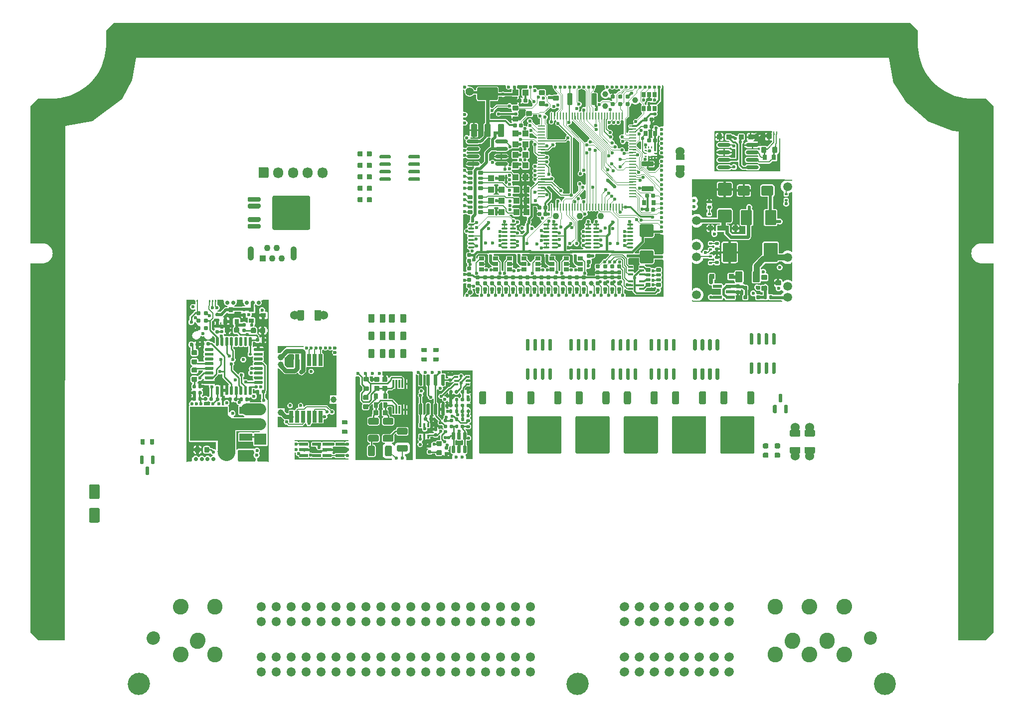
<source format=gtl>
G75*
G70*
%OFA0B0*%
%FSLAX25Y25*%
%IPPOS*%
%LPD*%
%AMOC8*
5,1,8,0,0,1.08239X$1,22.5*
%
%AMM133*
21,1,0.086610,0.073230,-0.000000,-0.000000,90.000000*
21,1,0.069290,0.090550,-0.000000,-0.000000,90.000000*
1,1,0.017320,0.036610,0.034650*
1,1,0.017320,0.036610,-0.034650*
1,1,0.017320,-0.036610,-0.034650*
1,1,0.017320,-0.036610,0.034650*
%
%AMM134*
21,1,0.094490,0.111020,-0.000000,-0.000000,180.000000*
21,1,0.075590,0.129920,-0.000000,-0.000000,180.000000*
1,1,0.018900,-0.037800,0.055510*
1,1,0.018900,0.037800,0.055510*
1,1,0.018900,0.037800,-0.055510*
1,1,0.018900,-0.037800,-0.055510*
%
%AMM135*
21,1,0.074800,0.083460,-0.000000,-0.000000,180.000000*
21,1,0.059840,0.098430,-0.000000,-0.000000,180.000000*
1,1,0.014960,-0.029920,0.041730*
1,1,0.014960,0.029920,0.041730*
1,1,0.014960,0.029920,-0.041730*
1,1,0.014960,-0.029920,-0.041730*
%
%AMM136*
21,1,0.078740,0.053540,-0.000000,-0.000000,0.000000*
21,1,0.065350,0.066930,-0.000000,-0.000000,0.000000*
1,1,0.013390,0.032680,-0.026770*
1,1,0.013390,-0.032680,-0.026770*
1,1,0.013390,-0.032680,0.026770*
1,1,0.013390,0.032680,0.026770*
%
%AMM137*
21,1,0.035430,0.030320,-0.000000,-0.000000,270.000000*
21,1,0.028350,0.037400,-0.000000,-0.000000,270.000000*
1,1,0.007090,-0.015160,-0.014170*
1,1,0.007090,-0.015160,0.014170*
1,1,0.007090,0.015160,0.014170*
1,1,0.007090,0.015160,-0.014170*
%
%AMM138*
21,1,0.021650,0.052760,-0.000000,-0.000000,90.000000*
21,1,0.017320,0.057090,-0.000000,-0.000000,90.000000*
1,1,0.004330,0.026380,0.008660*
1,1,0.004330,0.026380,-0.008660*
1,1,0.004330,-0.026380,-0.008660*
1,1,0.004330,-0.026380,0.008660*
%
%AMM139*
21,1,0.035830,0.026770,-0.000000,-0.000000,180.000000*
21,1,0.029130,0.033470,-0.000000,-0.000000,180.000000*
1,1,0.006690,-0.014570,0.013390*
1,1,0.006690,0.014570,0.013390*
1,1,0.006690,0.014570,-0.013390*
1,1,0.006690,-0.014570,-0.013390*
%
%AMM140*
21,1,0.070870,0.036220,-0.000000,-0.000000,270.000000*
21,1,0.061810,0.045280,-0.000000,-0.000000,270.000000*
1,1,0.009060,-0.018110,-0.030910*
1,1,0.009060,-0.018110,0.030910*
1,1,0.009060,0.018110,0.030910*
1,1,0.009060,0.018110,-0.030910*
%
%AMM141*
21,1,0.033470,0.026770,-0.000000,-0.000000,180.000000*
21,1,0.026770,0.033470,-0.000000,-0.000000,180.000000*
1,1,0.006690,-0.013390,0.013390*
1,1,0.006690,0.013390,0.013390*
1,1,0.006690,0.013390,-0.013390*
1,1,0.006690,-0.013390,-0.013390*
%
%AMM142*
21,1,0.015750,0.016540,-0.000000,-0.000000,90.000000*
21,1,0.012600,0.019680,-0.000000,-0.000000,90.000000*
1,1,0.003150,0.008270,0.006300*
1,1,0.003150,0.008270,-0.006300*
1,1,0.003150,-0.008270,-0.006300*
1,1,0.003150,-0.008270,0.006300*
%
%AMM143*
21,1,0.023620,0.018900,-0.000000,-0.000000,270.000000*
21,1,0.018900,0.023620,-0.000000,-0.000000,270.000000*
1,1,0.004720,-0.009450,-0.009450*
1,1,0.004720,-0.009450,0.009450*
1,1,0.004720,0.009450,0.009450*
1,1,0.004720,0.009450,-0.009450*
%
%AMM144*
21,1,0.019680,0.019680,-0.000000,-0.000000,180.000000*
21,1,0.015750,0.023620,-0.000000,-0.000000,180.000000*
1,1,0.003940,-0.007870,0.009840*
1,1,0.003940,0.007870,0.009840*
1,1,0.003940,0.007870,-0.009840*
1,1,0.003940,-0.007870,-0.009840*
%
%AMM145*
21,1,0.019680,0.019680,-0.000000,-0.000000,90.000000*
21,1,0.015750,0.023620,-0.000000,-0.000000,90.000000*
1,1,0.003940,0.009840,0.007870*
1,1,0.003940,0.009840,-0.007870*
1,1,0.003940,-0.009840,-0.007870*
1,1,0.003940,-0.009840,0.007870*
%
%AMM173*
21,1,0.035430,0.030320,-0.000000,-0.000000,0.000000*
21,1,0.028350,0.037400,-0.000000,-0.000000,0.000000*
1,1,0.007090,0.014170,-0.015160*
1,1,0.007090,-0.014170,-0.015160*
1,1,0.007090,-0.014170,0.015160*
1,1,0.007090,0.014170,0.015160*
%
%AMM174*
21,1,0.027560,0.030710,-0.000000,-0.000000,0.000000*
21,1,0.022050,0.036220,-0.000000,-0.000000,0.000000*
1,1,0.005510,0.011020,-0.015350*
1,1,0.005510,-0.011020,-0.015350*
1,1,0.005510,-0.011020,0.015350*
1,1,0.005510,0.011020,0.015350*
%
%AMM39*
21,1,0.025590,0.026380,0.000000,0.000000,270.000000*
21,1,0.020470,0.031500,0.000000,0.000000,270.000000*
1,1,0.005120,-0.013190,-0.010240*
1,1,0.005120,-0.013190,0.010240*
1,1,0.005120,0.013190,0.010240*
1,1,0.005120,0.013190,-0.010240*
%
%AMM40*
21,1,0.017720,0.027950,0.000000,0.000000,270.000000*
21,1,0.014170,0.031500,0.000000,0.000000,270.000000*
1,1,0.003540,-0.013980,-0.007090*
1,1,0.003540,-0.013980,0.007090*
1,1,0.003540,0.013980,0.007090*
1,1,0.003540,0.013980,-0.007090*
%
%AMM41*
21,1,0.012600,0.028980,0.000000,0.000000,90.000000*
21,1,0.010080,0.031500,0.000000,0.000000,90.000000*
1,1,0.002520,0.014490,0.005040*
1,1,0.002520,0.014490,-0.005040*
1,1,0.002520,-0.014490,-0.005040*
1,1,0.002520,-0.014490,0.005040*
%
%AMM42*
21,1,0.023620,0.030710,0.000000,0.000000,180.000000*
21,1,0.018900,0.035430,0.000000,0.000000,180.000000*
1,1,0.004720,-0.009450,0.015350*
1,1,0.004720,0.009450,0.015350*
1,1,0.004720,0.009450,-0.015350*
1,1,0.004720,-0.009450,-0.015350*
%
%AMM43*
21,1,0.027560,0.018900,0.000000,0.000000,90.000000*
21,1,0.022840,0.023620,0.000000,0.000000,90.000000*
1,1,0.004720,0.009450,0.011420*
1,1,0.004720,0.009450,-0.011420*
1,1,0.004720,-0.009450,-0.011420*
1,1,0.004720,-0.009450,0.011420*
%
%AMM44*
21,1,0.031500,0.072440,0.000000,0.000000,90.000000*
21,1,0.025200,0.078740,0.000000,0.000000,90.000000*
1,1,0.006300,0.036220,0.012600*
1,1,0.006300,0.036220,-0.012600*
1,1,0.006300,-0.036220,-0.012600*
1,1,0.006300,-0.036220,0.012600*
%
%AMM45*
21,1,0.027560,0.018900,0.000000,0.000000,180.000000*
21,1,0.022840,0.023620,0.000000,0.000000,180.000000*
1,1,0.004720,-0.011420,0.009450*
1,1,0.004720,0.011420,0.009450*
1,1,0.004720,0.011420,-0.009450*
1,1,0.004720,-0.011420,-0.009450*
%
%AMM46*
21,1,0.023620,0.030710,0.000000,0.000000,270.000000*
21,1,0.018900,0.035430,0.000000,0.000000,270.000000*
1,1,0.004720,-0.015350,-0.009450*
1,1,0.004720,-0.015350,0.009450*
1,1,0.004720,0.015350,0.009450*
1,1,0.004720,0.015350,-0.009450*
%
%AMM47*
21,1,0.035430,0.030320,0.000000,0.000000,270.000000*
21,1,0.028350,0.037400,0.000000,0.000000,270.000000*
1,1,0.007090,-0.015160,-0.014170*
1,1,0.007090,-0.015160,0.014170*
1,1,0.007090,0.015160,0.014170*
1,1,0.007090,0.015160,-0.014170*
%
%AMM48*
21,1,0.043310,0.075980,0.000000,0.000000,0.000000*
21,1,0.034650,0.084650,0.000000,0.000000,0.000000*
1,1,0.008660,0.017320,-0.037990*
1,1,0.008660,-0.017320,-0.037990*
1,1,0.008660,-0.017320,0.037990*
1,1,0.008660,0.017320,0.037990*
%
%AMM49*
21,1,0.039370,0.035430,0.000000,0.000000,0.000000*
21,1,0.031500,0.043310,0.000000,0.000000,0.000000*
1,1,0.007870,0.015750,-0.017720*
1,1,0.007870,-0.015750,-0.017720*
1,1,0.007870,-0.015750,0.017720*
1,1,0.007870,0.015750,0.017720*
%
%AMM50*
21,1,0.027560,0.030710,0.000000,0.000000,0.000000*
21,1,0.022050,0.036220,0.000000,0.000000,0.000000*
1,1,0.005510,0.011020,-0.015350*
1,1,0.005510,-0.011020,-0.015350*
1,1,0.005510,-0.011020,0.015350*
1,1,0.005510,0.011020,0.015350*
%
%AMM51*
21,1,0.031500,0.072440,0.000000,0.000000,0.000000*
21,1,0.025200,0.078740,0.000000,0.000000,0.000000*
1,1,0.006300,0.012600,-0.036220*
1,1,0.006300,-0.012600,-0.036220*
1,1,0.006300,-0.012600,0.036220*
1,1,0.006300,0.012600,0.036220*
%
%AMM52*
21,1,0.137800,0.067720,0.000000,0.000000,0.000000*
21,1,0.120870,0.084650,0.000000,0.000000,0.000000*
1,1,0.016930,0.060430,-0.033860*
1,1,0.016930,-0.060430,-0.033860*
1,1,0.016930,-0.060430,0.033860*
1,1,0.016930,0.060430,0.033860*
%
%AMM53*
21,1,0.043310,0.075990,0.000000,0.000000,0.000000*
21,1,0.034650,0.084650,0.000000,0.000000,0.000000*
1,1,0.008660,0.017320,-0.037990*
1,1,0.008660,-0.017320,-0.037990*
1,1,0.008660,-0.017320,0.037990*
1,1,0.008660,0.017320,0.037990*
%
%AMM54*
21,1,0.086610,0.073230,0.000000,0.000000,90.000000*
21,1,0.069290,0.090550,0.000000,0.000000,90.000000*
1,1,0.017320,0.036610,0.034650*
1,1,0.017320,0.036610,-0.034650*
1,1,0.017320,-0.036610,-0.034650*
1,1,0.017320,-0.036610,0.034650*
%
%AMM6*
21,1,0.021650,0.052760,0.000000,0.000000,270.000000*
21,1,0.017320,0.057090,0.000000,0.000000,270.000000*
1,1,0.004330,-0.026380,-0.008660*
1,1,0.004330,-0.026380,0.008660*
1,1,0.004330,0.026380,0.008660*
1,1,0.004330,0.026380,-0.008660*
%
%ADD10R,0.04331X0.04331*%
%ADD100C,0.03150*%
%ADD11C,0.04331*%
%ADD117C,0.01181*%
%ADD12O,0.04331X0.09449*%
%ADD13O,0.06693X0.07283*%
%ADD130C,0.01850*%
%ADD138R,0.02559X0.01575*%
%ADD139R,0.01575X0.02559*%
%ADD14C,0.10236*%
%ADD142R,0.03543X0.03150*%
%ADD144C,0.05118*%
%ADD146R,0.03150X0.03543*%
%ADD15C,0.05906*%
%ADD154C,0.03100*%
%ADD157C,0.01969*%
%ADD158C,0.03900*%
%ADD16C,0.14567*%
%ADD164M39*%
%ADD165M40*%
%ADD166M41*%
%ADD167O,0.04724X0.00866*%
%ADD168O,0.00866X0.04724*%
%ADD169O,0.04331X0.01181*%
%ADD17C,0.08661*%
%ADD170M42*%
%ADD171M43*%
%ADD172R,0.01378X0.00984*%
%ADD173R,0.00984X0.01378*%
%ADD174M44*%
%ADD175M45*%
%ADD176M46*%
%ADD177M47*%
%ADD178O,0.08661X0.02362*%
%ADD179M48*%
%ADD18C,0.02362*%
%ADD180M49*%
%ADD181M50*%
%ADD182M51*%
%ADD183M52*%
%ADD184M53*%
%ADD185M54*%
%ADD186C,0.00492*%
%ADD187C,0.01260*%
%ADD188C,0.05512*%
%ADD19O,0.00787X0.12992*%
%ADD20O,0.00787X0.40157*%
%ADD21O,0.00787X0.01181*%
%ADD22O,0.66929X0.00787*%
%ADD23O,0.60630X0.00787*%
%ADD24O,0.00787X0.18898*%
%ADD25O,0.00787X0.10236*%
%ADD252O,0.01968X0.00984*%
%ADD253O,0.00984X0.01968*%
%ADD26O,0.00787X0.03937*%
%ADD27O,0.00787X0.05906*%
%ADD28R,0.00787X0.24803*%
%ADD29R,0.00787X0.12992*%
%ADD30R,0.00787X0.01575*%
%ADD31R,0.00787X0.27559*%
%ADD315M133*%
%ADD316M134*%
%ADD317M135*%
%ADD318M136*%
%ADD319M137*%
%ADD32R,0.25197X0.00787*%
%ADD320M138*%
%ADD321M139*%
%ADD322M140*%
%ADD323M141*%
%ADD324M142*%
%ADD325M143*%
%ADD326M144*%
%ADD327M145*%
%ADD33R,0.05512X0.00787*%
%ADD34R,0.12992X0.00787*%
%ADD35R,0.06693X0.00787*%
%ADD351R,0.01181X0.05512*%
%ADD352R,0.08661X0.04724*%
%ADD353R,0.25197X0.22835*%
%ADD354R,0.07874X0.07500*%
%ADD355O,0.07874X0.07500*%
%ADD36R,0.00787X0.09055*%
%ADD369M173*%
%ADD37R,0.00787X0.38189*%
%ADD370M174*%
%ADD373R,0.02559X0.07874*%
%ADD374R,0.31890X0.17717*%
%ADD38R,0.00787X0.06299*%
%ADD39R,0.00787X0.14567*%
%ADD40C,0.06000*%
%ADD41C,0.02756*%
%ADD42R,0.03740X0.00984*%
%ADD43R,0.07677X0.00984*%
%ADD44R,0.00984X1.08661*%
%ADD45R,0.05709X0.00984*%
%ADD46R,0.03858X0.00984*%
%ADD47R,0.04331X0.00984*%
%ADD48R,0.11811X0.00984*%
%ADD49C,0.11811*%
%ADD50R,0.24350X0.00984*%
%ADD51R,0.04390X0.00984*%
%ADD52R,0.00984X0.56201*%
%ADD53R,0.00984X0.59449*%
%ADD54R,0.20374X0.00984*%
%ADD55O,0.00984X0.01969*%
%ADD56O,0.00787X0.26772*%
%ADD57O,0.01969X0.00984*%
%ADD58O,0.38583X0.01575*%
%ADD59O,0.43701X0.00787*%
%ADD60O,0.00787X0.22323*%
%ADD61C,0.03937*%
%ADD62R,0.39370X0.00787*%
%ADD63R,0.00787X0.07087*%
%ADD64R,0.00787X0.15748*%
%ADD65R,0.00787X0.26772*%
%ADD66R,0.00787X0.04724*%
%ADD67R,0.17323X0.00787*%
%ADD68O,0.00787X0.04823*%
%ADD69O,0.36614X0.00787*%
%ADD70C,0.07874*%
%ADD72C,0.00984*%
%ADD73C,0.00787*%
%ADD79C,0.00800*%
%ADD84C,0.01968*%
%ADD85C,0.01575*%
%ADD91M6*%
%ADD99O,0.00787X0.40158*%
X0000000Y0000000D02*
%LPD*%
G01*
G36*
G01*
X0253661Y0373622D02*
X0253661Y0374803D01*
G75*
G02*
X0254252Y0375394I0000591J0000000D01*
G01*
X0260748Y0375394D01*
G75*
G02*
X0261339Y0374803I0000000J-000591D01*
G01*
X0261339Y0373622D01*
G75*
G02*
X0260748Y0373031I-000591J0000000D01*
G01*
X0254252Y0373031D01*
G75*
G02*
X0253661Y0373622I0000000J0000591D01*
G01*
G37*
G36*
G01*
X0253661Y0368622D02*
X0253661Y0369803D01*
G75*
G02*
X0254252Y0370394I0000591J0000000D01*
G01*
X0260748Y0370394D01*
G75*
G02*
X0261339Y0369803I0000000J-000591D01*
G01*
X0261339Y0368622D01*
G75*
G02*
X0260748Y0368031I-000591J0000000D01*
G01*
X0254252Y0368031D01*
G75*
G02*
X0253661Y0368622I0000000J0000591D01*
G01*
G37*
G36*
G01*
X0253661Y0363622D02*
X0253661Y0364803D01*
G75*
G02*
X0254252Y0365394I0000591J0000000D01*
G01*
X0260748Y0365394D01*
G75*
G02*
X0261339Y0364803I0000000J-000591D01*
G01*
X0261339Y0363622D01*
G75*
G02*
X0260748Y0363031I-000591J0000000D01*
G01*
X0254252Y0363031D01*
G75*
G02*
X0253661Y0363622I0000000J0000591D01*
G01*
G37*
G36*
G01*
X0253661Y0358622D02*
X0253661Y0359803D01*
G75*
G02*
X0254252Y0360394I0000591J0000000D01*
G01*
X0260748Y0360394D01*
G75*
G02*
X0261339Y0359803I0000000J-000591D01*
G01*
X0261339Y0358622D01*
G75*
G02*
X0260748Y0358031I-000591J0000000D01*
G01*
X0254252Y0358031D01*
G75*
G02*
X0253661Y0358622I0000000J0000591D01*
G01*
G37*
G36*
G01*
X0234173Y0358622D02*
X0234173Y0359803D01*
G75*
G02*
X0234764Y0360394I0000591J0000000D01*
G01*
X0241260Y0360394D01*
G75*
G02*
X0241850Y0359803I0000000J-000591D01*
G01*
X0241850Y0358622D01*
G75*
G02*
X0241260Y0358031I-000591J0000000D01*
G01*
X0234764Y0358031D01*
G75*
G02*
X0234173Y0358622I0000000J0000591D01*
G01*
G37*
G36*
G01*
X0234173Y0363622D02*
X0234173Y0364803D01*
G75*
G02*
X0234764Y0365394I0000591J0000000D01*
G01*
X0241260Y0365394D01*
G75*
G02*
X0241850Y0364803I0000000J-000591D01*
G01*
X0241850Y0363622D01*
G75*
G02*
X0241260Y0363031I-000591J0000000D01*
G01*
X0234764Y0363031D01*
G75*
G02*
X0234173Y0363622I0000000J0000591D01*
G01*
G37*
G36*
G01*
X0234173Y0368622D02*
X0234173Y0369803D01*
G75*
G02*
X0234764Y0370394I0000591J0000000D01*
G01*
X0241260Y0370394D01*
G75*
G02*
X0241850Y0369803I0000000J-000591D01*
G01*
X0241850Y0368622D01*
G75*
G02*
X0241260Y0368031I-000591J0000000D01*
G01*
X0234764Y0368031D01*
G75*
G02*
X0234173Y0368622I0000000J0000591D01*
G01*
G37*
G36*
G01*
X0234173Y0373622D02*
X0234173Y0374803D01*
G75*
G02*
X0234764Y0375394I0000591J0000000D01*
G01*
X0241260Y0375394D01*
G75*
G02*
X0241850Y0374803I0000000J-000591D01*
G01*
X0241850Y0373622D01*
G75*
G02*
X0241260Y0373031I-000591J0000000D01*
G01*
X0234764Y0373031D01*
G75*
G02*
X0234173Y0373622I0000000J0000591D01*
G01*
G37*
G36*
G01*
X0219587Y0344134D02*
X0219587Y0346811D01*
G75*
G02*
X0219921Y0347146I0000335J0000000D01*
G01*
X0222598Y0347146D01*
G75*
G02*
X0222933Y0346811I0000000J-000335D01*
G01*
X0222933Y0344134D01*
G75*
G02*
X0222598Y0343800I-000335J0000000D01*
G01*
X0219921Y0343800D01*
G75*
G02*
X0219587Y0344134I0000000J0000335D01*
G01*
G37*
G36*
G01*
X0225807Y0344134D02*
X0225807Y0346811D01*
G75*
G02*
X0226142Y0347146I0000335J0000000D01*
G01*
X0228819Y0347146D01*
G75*
G02*
X0229154Y0346811I0000000J-000335D01*
G01*
X0229154Y0344134D01*
G75*
G02*
X0228819Y0343800I-000335J0000000D01*
G01*
X0226142Y0343800D01*
G75*
G02*
X0225807Y0344134I0000000J0000335D01*
G01*
G37*
G36*
G01*
X0219587Y0351811D02*
X0219587Y0354488D01*
G75*
G02*
X0219921Y0354823I0000335J0000000D01*
G01*
X0222598Y0354823D01*
G75*
G02*
X0222933Y0354488I0000000J-000335D01*
G01*
X0222933Y0351811D01*
G75*
G02*
X0222598Y0351477I-000335J0000000D01*
G01*
X0219921Y0351477D01*
G75*
G02*
X0219587Y0351811I0000000J0000335D01*
G01*
G37*
G36*
G01*
X0225807Y0351811D02*
X0225807Y0354488D01*
G75*
G02*
X0226142Y0354823I0000335J0000000D01*
G01*
X0228819Y0354823D01*
G75*
G02*
X0229154Y0354488I0000000J-000335D01*
G01*
X0229154Y0351811D01*
G75*
G02*
X0228819Y0351477I-000335J0000000D01*
G01*
X0226142Y0351477D01*
G75*
G02*
X0225807Y0351811I0000000J0000335D01*
G01*
G37*
G36*
G01*
X0219587Y0359488D02*
X0219587Y0362166D01*
G75*
G02*
X0219921Y0362500I0000335J0000000D01*
G01*
X0222598Y0362500D01*
G75*
G02*
X0222933Y0362166I0000000J-000335D01*
G01*
X0222933Y0359488D01*
G75*
G02*
X0222598Y0359154I-000335J0000000D01*
G01*
X0219921Y0359154D01*
G75*
G02*
X0219587Y0359488I0000000J0000335D01*
G01*
G37*
G36*
G01*
X0225807Y0359488D02*
X0225807Y0362166D01*
G75*
G02*
X0226142Y0362500I0000335J0000000D01*
G01*
X0228819Y0362500D01*
G75*
G02*
X0229154Y0362166I0000000J-000335D01*
G01*
X0229154Y0359488D01*
G75*
G02*
X0228819Y0359154I-000335J0000000D01*
G01*
X0226142Y0359154D01*
G75*
G02*
X0225807Y0359488I0000000J0000335D01*
G01*
G37*
G36*
G01*
X0219587Y0367165D02*
X0219587Y0369843D01*
G75*
G02*
X0219921Y0370177I0000335J0000000D01*
G01*
X0222598Y0370177D01*
G75*
G02*
X0222933Y0369843I0000000J-000335D01*
G01*
X0222933Y0367165D01*
G75*
G02*
X0222598Y0366831I-000335J0000000D01*
G01*
X0219921Y0366831D01*
G75*
G02*
X0219587Y0367165I0000000J0000335D01*
G01*
G37*
G36*
G01*
X0225807Y0367165D02*
X0225807Y0369843D01*
G75*
G02*
X0226142Y0370177I0000335J0000000D01*
G01*
X0228819Y0370177D01*
G75*
G02*
X0229154Y0369843I0000000J-000335D01*
G01*
X0229154Y0367165D01*
G75*
G02*
X0228819Y0366831I-000335J0000000D01*
G01*
X0226142Y0366831D01*
G75*
G02*
X0225807Y0367165I0000000J0000335D01*
G01*
G37*
G36*
G01*
X0219587Y0374843D02*
X0219587Y0377520D01*
G75*
G02*
X0219921Y0377854I0000335J0000000D01*
G01*
X0222598Y0377854D01*
G75*
G02*
X0222933Y0377520I0000000J-000335D01*
G01*
X0222933Y0374843D01*
G75*
G02*
X0222598Y0374508I-000335J0000000D01*
G01*
X0219921Y0374508D01*
G75*
G02*
X0219587Y0374843I0000000J0000335D01*
G01*
G37*
G36*
G01*
X0225807Y0374843D02*
X0225807Y0377520D01*
G75*
G02*
X0226142Y0377854I0000335J0000000D01*
G01*
X0228819Y0377854D01*
G75*
G02*
X0229154Y0377520I0000000J-000335D01*
G01*
X0229154Y0374843D01*
G75*
G02*
X0228819Y0374508I-000335J0000000D01*
G01*
X0226142Y0374508D01*
G75*
G02*
X0225807Y0374843I0000000J0000335D01*
G01*
G37*
G36*
G01*
X0146063Y0344902D02*
X0146063Y0346476D01*
G75*
G02*
X0146850Y0347264I0000787J0000000D01*
G01*
X0153937Y0347264D01*
G75*
G02*
X0154724Y0346476I0000000J-000787D01*
G01*
X0154724Y0344902D01*
G75*
G02*
X0153937Y0344114I-000787J0000000D01*
G01*
X0146850Y0344114D01*
G75*
G02*
X0146063Y0344902I0000000J0000787D01*
G01*
G37*
G36*
G01*
X0146063Y0340413D02*
X0146063Y0341988D01*
G75*
G02*
X0146850Y0342776I0000787J0000000D01*
G01*
X0153937Y0342776D01*
G75*
G02*
X0154724Y0341988I0000000J-000787D01*
G01*
X0154724Y0340413D01*
G75*
G02*
X0153937Y0339626I-000787J0000000D01*
G01*
X0146850Y0339626D01*
G75*
G02*
X0146063Y0340413I0000000J0000787D01*
G01*
G37*
G36*
G01*
X0162598Y0338287D02*
X0162598Y0347146D01*
G75*
G02*
X0163583Y0348130I0000984J0000000D01*
G01*
X0173622Y0348130D01*
G75*
G02*
X0174606Y0347146I0000000J-000984D01*
G01*
X0174606Y0338287D01*
G75*
G02*
X0173622Y0337303I-000984J0000000D01*
G01*
X0163583Y0337303D01*
G75*
G02*
X0162598Y0338287I0000000J0000984D01*
G01*
G37*
G36*
G01*
X0162598Y0326280D02*
X0162598Y0335138D01*
G75*
G02*
X0163583Y0336122I0000984J0000000D01*
G01*
X0173622Y0336122D01*
G75*
G02*
X0174606Y0335138I0000000J-000984D01*
G01*
X0174606Y0326280D01*
G75*
G02*
X0173622Y0325295I-000984J0000000D01*
G01*
X0163583Y0325295D01*
G75*
G02*
X0162598Y0326280I0000000J0000984D01*
G01*
G37*
G36*
G01*
X0162598Y0326280D02*
X0162598Y0347146D01*
G75*
G02*
X0163583Y0348130I0000984J0000000D01*
G01*
X0186811Y0348130D01*
G75*
G02*
X0187795Y0347146I0000000J-000984D01*
G01*
X0187795Y0326280D01*
G75*
G02*
X0186811Y0325295I-000984J0000000D01*
G01*
X0163583Y0325295D01*
G75*
G02*
X0162598Y0326280I0000000J0000984D01*
G01*
G37*
G36*
G01*
X0175787Y0338287D02*
X0175787Y0347146D01*
G75*
G02*
X0176772Y0348130I0000984J0000000D01*
G01*
X0186811Y0348130D01*
G75*
G02*
X0187795Y0347146I0000000J-000984D01*
G01*
X0187795Y0338287D01*
G75*
G02*
X0186811Y0337303I-000984J0000000D01*
G01*
X0176772Y0337303D01*
G75*
G02*
X0175787Y0338287I0000000J0000984D01*
G01*
G37*
G36*
G01*
X0175787Y0326280D02*
X0175787Y0335138D01*
G75*
G02*
X0176772Y0336122I0000984J0000000D01*
G01*
X0186811Y0336122D01*
G75*
G02*
X0187795Y0335138I0000000J-000984D01*
G01*
X0187795Y0326280D01*
G75*
G02*
X0186811Y0325295I-000984J0000000D01*
G01*
X0176772Y0325295D01*
G75*
G02*
X0175787Y0326280I0000000J0000984D01*
G01*
G37*
G36*
G01*
X0146063Y0331437D02*
X0146063Y0333012D01*
G75*
G02*
X0146850Y0333799I0000787J0000000D01*
G01*
X0153937Y0333799D01*
G75*
G02*
X0154724Y0333012I0000000J-000787D01*
G01*
X0154724Y0331437D01*
G75*
G02*
X0153937Y0330650I-000787J0000000D01*
G01*
X0146850Y0330650D01*
G75*
G02*
X0146063Y0331437I0000000J0000787D01*
G01*
G37*
G36*
G01*
X0146063Y0326949D02*
X0146063Y0328524D01*
G75*
G02*
X0146850Y0329311I0000787J0000000D01*
G01*
X0153937Y0329311D01*
G75*
G02*
X0154724Y0328524I0000000J-000787D01*
G01*
X0154724Y0326949D01*
G75*
G02*
X0153937Y0326161I-000787J0000000D01*
G01*
X0146850Y0326161D01*
G75*
G02*
X0146063Y0326949I0000000J0000787D01*
G01*
G37*
D10*
X0156102Y0306201D03*
D11*
X0159252Y0313091D03*
X0162402Y0306201D03*
X0165551Y0313091D03*
X0168701Y0306201D03*
D12*
X0176772Y0309646D03*
X0148031Y0309646D03*
G36*
G01*
X0153346Y0361024D02*
X0153346Y0366339D01*
G75*
G02*
X0154331Y0367323I0000984J0000000D01*
G01*
X0159055Y0367323D01*
G75*
G02*
X0160039Y0366339I0000000J-000984D01*
G01*
X0160039Y0361024D01*
G75*
G02*
X0159055Y0360039I-000984J0000000D01*
G01*
X0154331Y0360039D01*
G75*
G02*
X0153346Y0361024I0000000J0000984D01*
G01*
G37*
D13*
X0166535Y0363681D03*
X0176378Y0363681D03*
X0186220Y0363681D03*
X0196063Y0363681D03*
D14*
X0545071Y0073315D03*
X0521843Y0073315D03*
X0499008Y0073315D03*
X0533654Y0050480D03*
X0510425Y0050480D03*
X0545071Y0041307D03*
X0521843Y0041307D03*
X0499008Y0041307D03*
D15*
X0468181Y0073315D03*
X0458181Y0073315D03*
X0448181Y0073315D03*
X0438181Y0073315D03*
X0428181Y0073315D03*
X0418181Y0073315D03*
X0408181Y0073315D03*
X0398181Y0073315D03*
X0468181Y0063315D03*
X0458181Y0063315D03*
X0448181Y0063315D03*
X0438181Y0063315D03*
X0428181Y0063315D03*
X0418181Y0063315D03*
X0408181Y0063315D03*
X0398181Y0063315D03*
X0468181Y0039496D03*
X0458181Y0039496D03*
X0448181Y0039496D03*
X0438181Y0039496D03*
X0428181Y0039496D03*
X0418181Y0039496D03*
X0408181Y0039496D03*
X0398181Y0039496D03*
X0468181Y0029496D03*
X0458181Y0029496D03*
X0448181Y0029496D03*
X0438181Y0029496D03*
X0428181Y0029496D03*
X0418181Y0029496D03*
X0408181Y0029496D03*
X0398181Y0029496D03*
X0155307Y0029496D03*
X0165307Y0029496D03*
X0175307Y0029496D03*
X0185307Y0029496D03*
X0195307Y0029496D03*
X0205307Y0029496D03*
X0215307Y0029496D03*
X0225307Y0029496D03*
X0235307Y0029496D03*
X0245307Y0029496D03*
X0255307Y0029496D03*
X0265307Y0029496D03*
X0275307Y0029496D03*
X0285307Y0029496D03*
X0295307Y0029496D03*
X0305307Y0029496D03*
X0315307Y0029496D03*
X0325307Y0029496D03*
X0335307Y0029496D03*
X0155307Y0039496D03*
X0165307Y0039496D03*
X0175307Y0039496D03*
X0185307Y0039496D03*
X0195307Y0039496D03*
X0205307Y0039496D03*
X0215307Y0039496D03*
X0225307Y0039496D03*
X0235307Y0039496D03*
X0245307Y0039496D03*
X0255307Y0039496D03*
X0265307Y0039496D03*
X0275307Y0039496D03*
X0285307Y0039496D03*
X0295307Y0039496D03*
X0305307Y0039496D03*
X0315307Y0039496D03*
X0325307Y0039496D03*
X0335307Y0039496D03*
X0155307Y0063315D03*
X0165307Y0063315D03*
X0175307Y0063315D03*
X0185307Y0063315D03*
X0195307Y0063315D03*
X0205307Y0063315D03*
X0215307Y0063315D03*
X0225307Y0063315D03*
X0235307Y0063315D03*
X0245307Y0063315D03*
X0255307Y0063315D03*
X0265307Y0063315D03*
X0275307Y0063315D03*
X0285307Y0063315D03*
X0295307Y0063315D03*
X0305307Y0063315D03*
X0315307Y0063315D03*
X0325307Y0063315D03*
X0335307Y0063315D03*
X0155307Y0073315D03*
X0165307Y0073315D03*
X0175307Y0073315D03*
X0185307Y0073315D03*
X0195307Y0073315D03*
X0205307Y0073315D03*
X0215307Y0073315D03*
X0225307Y0073315D03*
X0235307Y0073315D03*
X0245307Y0073315D03*
X0255307Y0073315D03*
X0265307Y0073315D03*
X0275307Y0073315D03*
X0285307Y0073315D03*
X0295307Y0073315D03*
X0305307Y0073315D03*
X0315307Y0073315D03*
X0325307Y0073315D03*
X0335307Y0073315D03*
D14*
X0124205Y0073315D03*
X0101370Y0073315D03*
X0112787Y0050480D03*
X0124205Y0041307D03*
X0101370Y0041307D03*
D16*
X0572236Y0021622D03*
D17*
X0562591Y0052331D03*
D16*
X0366724Y0021622D03*
D17*
X0083063Y0052331D03*
D16*
X0073417Y0021622D03*
G36*
G01*
X0238287Y0256791D02*
X0238287Y0251870D01*
G75*
G02*
X0237894Y0251476I-000394J0000000D01*
G01*
X0234744Y0251476D01*
G75*
G02*
X0234350Y0251870I0000000J0000394D01*
G01*
X0234350Y0256791D01*
G75*
G02*
X0234744Y0257185I0000394J0000000D01*
G01*
X0237894Y0257185D01*
G75*
G02*
X0238287Y0256791I0000000J-000394D01*
G01*
G37*
G36*
G01*
X0230807Y0256791D02*
X0230807Y0251870D01*
G75*
G02*
X0230413Y0251476I-000394J0000000D01*
G01*
X0227264Y0251476D01*
G75*
G02*
X0226870Y0251870I0000000J0000394D01*
G01*
X0226870Y0256791D01*
G75*
G02*
X0227264Y0257185I0000394J0000000D01*
G01*
X0230413Y0257185D01*
G75*
G02*
X0230807Y0256791I0000000J-000394D01*
G01*
G37*
G36*
G01*
X0238287Y0268602D02*
X0238287Y0263681D01*
G75*
G02*
X0237894Y0263287I-000394J0000000D01*
G01*
X0234744Y0263287D01*
G75*
G02*
X0234350Y0263681I0000000J0000394D01*
G01*
X0234350Y0268602D01*
G75*
G02*
X0234744Y0268996I0000394J0000000D01*
G01*
X0237894Y0268996D01*
G75*
G02*
X0238287Y0268602I0000000J-000394D01*
G01*
G37*
G36*
G01*
X0230807Y0268602D02*
X0230807Y0263681D01*
G75*
G02*
X0230413Y0263287I-000394J0000000D01*
G01*
X0227264Y0263287D01*
G75*
G02*
X0226870Y0263681I0000000J0000394D01*
G01*
X0226870Y0268602D01*
G75*
G02*
X0227264Y0268996I0000394J0000000D01*
G01*
X0230413Y0268996D01*
G75*
G02*
X0230807Y0268602I0000000J-000394D01*
G01*
G37*
G36*
G01*
X0501304Y0172736D02*
X0499286Y0172736D01*
G75*
G02*
X0498425Y0173597I0000000J0000861D01*
G01*
X0498425Y0175320D01*
G75*
G02*
X0499286Y0176181I0000861J0000000D01*
G01*
X0501304Y0176181D01*
G75*
G02*
X0502165Y0175320I0000000J-000861D01*
G01*
X0502165Y0173597D01*
G75*
G02*
X0501304Y0172736I-000861J0000000D01*
G01*
G37*
G36*
G01*
X0501304Y0178937D02*
X0499286Y0178937D01*
G75*
G02*
X0498425Y0179798I0000000J0000861D01*
G01*
X0498425Y0181521D01*
G75*
G02*
X0499286Y0182382I0000861J0000000D01*
G01*
X0501304Y0182382D01*
G75*
G02*
X0502165Y0181521I0000000J-000861D01*
G01*
X0502165Y0179798D01*
G75*
G02*
X0501304Y0178937I-000861J0000000D01*
G01*
G37*
D15*
X0446161Y0281890D03*
X0446161Y0307087D03*
X0446161Y0314567D03*
X0446161Y0331496D03*
D18*
X0444390Y0340945D03*
X0444390Y0344882D03*
D19*
X0509744Y0297047D03*
D20*
X0509744Y0330512D03*
D21*
X0509744Y0358465D03*
D22*
X0476673Y0358661D03*
D23*
X0473524Y0277559D03*
D15*
X0446161Y0356102D03*
D21*
X0443602Y0277756D03*
D24*
X0443602Y0294291D03*
D25*
X0443602Y0323228D03*
D26*
X0443602Y0337008D03*
D27*
X0443602Y0350000D03*
D15*
X0507185Y0280118D03*
X0507185Y0287402D03*
X0507185Y0306890D03*
X0507185Y0354331D03*
D18*
X0291339Y0402461D03*
X0291339Y0396949D03*
X0291339Y0378445D03*
X0291339Y0375295D03*
X0291339Y0365059D03*
X0291339Y0361122D03*
X0291339Y0357185D03*
X0291339Y0353248D03*
X0291339Y0349311D03*
X0291339Y0345374D03*
X0291339Y0341437D03*
X0291339Y0337500D03*
X0291339Y0295374D03*
X0291339Y0291437D03*
X0292913Y0281594D03*
X0302362Y0281594D03*
X0307087Y0281594D03*
X0311811Y0281594D03*
X0316535Y0281594D03*
X0321260Y0281594D03*
X0325984Y0281594D03*
X0330709Y0281594D03*
X0335433Y0281594D03*
X0340158Y0281594D03*
X0344882Y0281594D03*
X0349606Y0281594D03*
X0354331Y0281594D03*
X0359055Y0281594D03*
X0363780Y0281594D03*
X0368504Y0281594D03*
X0373228Y0281594D03*
X0377953Y0281594D03*
X0382677Y0281594D03*
X0387402Y0281594D03*
X0392126Y0281594D03*
X0396850Y0281594D03*
X0291339Y0420965D03*
X0320472Y0420965D03*
X0324409Y0420965D03*
X0335039Y0420965D03*
X0351969Y0420965D03*
X0355118Y0420965D03*
X0358268Y0420965D03*
X0361417Y0420965D03*
X0364567Y0420965D03*
X0367717Y0420965D03*
X0370866Y0420965D03*
X0374016Y0420965D03*
X0377165Y0420965D03*
X0386614Y0420965D03*
X0389764Y0420965D03*
X0392913Y0420965D03*
X0396063Y0420965D03*
X0399213Y0420965D03*
X0402362Y0420965D03*
X0405512Y0420965D03*
X0408661Y0420965D03*
X0411811Y0420965D03*
X0414961Y0420965D03*
X0418110Y0420965D03*
X0421260Y0420965D03*
D28*
X0423622Y0292815D03*
D29*
X0423622Y0315650D03*
D30*
X0423622Y0374114D03*
D31*
X0423622Y0408366D03*
D32*
X0411417Y0280807D03*
D33*
X0381890Y0421752D03*
D34*
X0343504Y0421752D03*
D35*
X0329724Y0421752D03*
D32*
X0305906Y0421752D03*
D33*
X0297638Y0280807D03*
D36*
X0290551Y0284941D03*
D37*
X0290551Y0316437D03*
D38*
X0290551Y0370177D03*
D39*
X0290551Y0387697D03*
D30*
X0290551Y0399705D03*
D39*
X0290551Y0411713D03*
D18*
X0422835Y0392618D03*
X0422835Y0389468D03*
X0422835Y0386319D03*
X0422835Y0383169D03*
X0422835Y0380020D03*
X0422835Y0376870D03*
X0422835Y0371358D03*
X0422835Y0368209D03*
X0422835Y0365059D03*
X0422835Y0361909D03*
X0422835Y0358760D03*
X0422835Y0355610D03*
X0422835Y0352461D03*
X0422835Y0349311D03*
X0422835Y0346161D03*
X0422835Y0343012D03*
X0422835Y0339862D03*
X0422835Y0336713D03*
X0422835Y0333563D03*
X0422835Y0330413D03*
X0422835Y0327264D03*
X0422835Y0324114D03*
X0422835Y0307185D03*
G36*
G01*
X0483543Y0228937D02*
X0482362Y0228937D01*
G75*
G02*
X0481772Y0229528I0000000J0000591D01*
G01*
X0481772Y0236024D01*
G75*
G02*
X0482362Y0236614I0000591J0000000D01*
G01*
X0483543Y0236614D01*
G75*
G02*
X0484134Y0236024I0000000J-000591D01*
G01*
X0484134Y0229528D01*
G75*
G02*
X0483543Y0228937I-000591J0000000D01*
G01*
G37*
G36*
G01*
X0488543Y0228937D02*
X0487362Y0228937D01*
G75*
G02*
X0486772Y0229528I0000000J0000591D01*
G01*
X0486772Y0236024D01*
G75*
G02*
X0487362Y0236614I0000591J0000000D01*
G01*
X0488543Y0236614D01*
G75*
G02*
X0489134Y0236024I0000000J-000591D01*
G01*
X0489134Y0229528D01*
G75*
G02*
X0488543Y0228937I-000591J0000000D01*
G01*
G37*
G36*
G01*
X0493543Y0228937D02*
X0492362Y0228937D01*
G75*
G02*
X0491772Y0229528I0000000J0000591D01*
G01*
X0491772Y0236024D01*
G75*
G02*
X0492362Y0236614I0000591J0000000D01*
G01*
X0493543Y0236614D01*
G75*
G02*
X0494134Y0236024I0000000J-000591D01*
G01*
X0494134Y0229528D01*
G75*
G02*
X0493543Y0228937I-000591J0000000D01*
G01*
G37*
G36*
G01*
X0498543Y0228937D02*
X0497362Y0228937D01*
G75*
G02*
X0496772Y0229528I0000000J0000591D01*
G01*
X0496772Y0236024D01*
G75*
G02*
X0497362Y0236614I0000591J0000000D01*
G01*
X0498543Y0236614D01*
G75*
G02*
X0499134Y0236024I0000000J-000591D01*
G01*
X0499134Y0229528D01*
G75*
G02*
X0498543Y0228937I-000591J0000000D01*
G01*
G37*
G36*
G01*
X0498543Y0248425D02*
X0497362Y0248425D01*
G75*
G02*
X0496772Y0249016I0000000J0000591D01*
G01*
X0496772Y0255512D01*
G75*
G02*
X0497362Y0256102I0000591J0000000D01*
G01*
X0498543Y0256102D01*
G75*
G02*
X0499134Y0255512I0000000J-000591D01*
G01*
X0499134Y0249016D01*
G75*
G02*
X0498543Y0248425I-000591J0000000D01*
G01*
G37*
G36*
G01*
X0493543Y0248425D02*
X0492362Y0248425D01*
G75*
G02*
X0491772Y0249016I0000000J0000591D01*
G01*
X0491772Y0255512D01*
G75*
G02*
X0492362Y0256102I0000591J0000000D01*
G01*
X0493543Y0256102D01*
G75*
G02*
X0494134Y0255512I0000000J-000591D01*
G01*
X0494134Y0249016D01*
G75*
G02*
X0493543Y0248425I-000591J0000000D01*
G01*
G37*
G36*
G01*
X0488543Y0248425D02*
X0487362Y0248425D01*
G75*
G02*
X0486772Y0249016I0000000J0000591D01*
G01*
X0486772Y0255512D01*
G75*
G02*
X0487362Y0256102I0000591J0000000D01*
G01*
X0488543Y0256102D01*
G75*
G02*
X0489134Y0255512I0000000J-000591D01*
G01*
X0489134Y0249016D01*
G75*
G02*
X0488543Y0248425I-000591J0000000D01*
G01*
G37*
G36*
G01*
X0483543Y0248425D02*
X0482362Y0248425D01*
G75*
G02*
X0481772Y0249016I0000000J0000591D01*
G01*
X0481772Y0255512D01*
G75*
G02*
X0482362Y0256102I0000591J0000000D01*
G01*
X0483543Y0256102D01*
G75*
G02*
X0484134Y0255512I0000000J-000591D01*
G01*
X0484134Y0249016D01*
G75*
G02*
X0483543Y0248425I-000591J0000000D01*
G01*
G37*
G36*
G01*
X0252067Y0268602D02*
X0252067Y0263681D01*
G75*
G02*
X0251673Y0263287I-000394J0000000D01*
G01*
X0248524Y0263287D01*
G75*
G02*
X0248130Y0263681I0000000J0000394D01*
G01*
X0248130Y0268602D01*
G75*
G02*
X0248524Y0268996I0000394J0000000D01*
G01*
X0251673Y0268996D01*
G75*
G02*
X0252067Y0268602I0000000J-000394D01*
G01*
G37*
G36*
G01*
X0244587Y0268602D02*
X0244587Y0263681D01*
G75*
G02*
X0244193Y0263287I-000394J0000000D01*
G01*
X0241043Y0263287D01*
G75*
G02*
X0240650Y0263681I0000000J0000394D01*
G01*
X0240650Y0268602D01*
G75*
G02*
X0241043Y0268996I0000394J0000000D01*
G01*
X0244193Y0268996D01*
G75*
G02*
X0244587Y0268602I0000000J-000394D01*
G01*
G37*
G36*
G01*
X0493430Y0172736D02*
X0491412Y0172736D01*
G75*
G02*
X0490551Y0173597I0000000J0000861D01*
G01*
X0490551Y0175320D01*
G75*
G02*
X0491412Y0176181I0000861J0000000D01*
G01*
X0493430Y0176181D01*
G75*
G02*
X0494291Y0175320I0000000J-000861D01*
G01*
X0494291Y0173597D01*
G75*
G02*
X0493430Y0172736I-000861J0000000D01*
G01*
G37*
G36*
G01*
X0493430Y0178937D02*
X0491412Y0178937D01*
G75*
G02*
X0490551Y0179798I0000000J0000861D01*
G01*
X0490551Y0181521D01*
G75*
G02*
X0491412Y0182382I0000861J0000000D01*
G01*
X0493430Y0182382D01*
G75*
G02*
X0494291Y0181521I0000000J-000861D01*
G01*
X0494291Y0179798D01*
G75*
G02*
X0493430Y0178937I-000861J0000000D01*
G01*
G37*
G36*
G01*
X0459587Y0252165D02*
X0460768Y0252165D01*
G75*
G02*
X0461358Y0251575I0000000J-000591D01*
G01*
X0461358Y0245079D01*
G75*
G02*
X0460768Y0244488I-000591J0000000D01*
G01*
X0459587Y0244488D01*
G75*
G02*
X0458996Y0245079I0000000J0000591D01*
G01*
X0458996Y0251575D01*
G75*
G02*
X0459587Y0252165I0000591J0000000D01*
G01*
G37*
G36*
G01*
X0454587Y0252165D02*
X0455768Y0252165D01*
G75*
G02*
X0456358Y0251575I0000000J-000591D01*
G01*
X0456358Y0245079D01*
G75*
G02*
X0455768Y0244488I-000591J0000000D01*
G01*
X0454587Y0244488D01*
G75*
G02*
X0453996Y0245079I0000000J0000591D01*
G01*
X0453996Y0251575D01*
G75*
G02*
X0454587Y0252165I0000591J0000000D01*
G01*
G37*
G36*
G01*
X0449587Y0252165D02*
X0450768Y0252165D01*
G75*
G02*
X0451358Y0251575I0000000J-000591D01*
G01*
X0451358Y0245079D01*
G75*
G02*
X0450768Y0244488I-000591J0000000D01*
G01*
X0449587Y0244488D01*
G75*
G02*
X0448996Y0245079I0000000J0000591D01*
G01*
X0448996Y0251575D01*
G75*
G02*
X0449587Y0252165I0000591J0000000D01*
G01*
G37*
G36*
G01*
X0444587Y0252165D02*
X0445768Y0252165D01*
G75*
G02*
X0446358Y0251575I0000000J-000591D01*
G01*
X0446358Y0245079D01*
G75*
G02*
X0445768Y0244488I-000591J0000000D01*
G01*
X0444587Y0244488D01*
G75*
G02*
X0443996Y0245079I0000000J0000591D01*
G01*
X0443996Y0251575D01*
G75*
G02*
X0444587Y0252165I0000591J0000000D01*
G01*
G37*
G36*
G01*
X0444587Y0232677D02*
X0445768Y0232677D01*
G75*
G02*
X0446358Y0232087I0000000J-000591D01*
G01*
X0446358Y0225591D01*
G75*
G02*
X0445768Y0225000I-000591J0000000D01*
G01*
X0444587Y0225000D01*
G75*
G02*
X0443996Y0225591I0000000J0000591D01*
G01*
X0443996Y0232087D01*
G75*
G02*
X0444587Y0232677I0000591J0000000D01*
G01*
G37*
G36*
G01*
X0449587Y0232677D02*
X0450768Y0232677D01*
G75*
G02*
X0451358Y0232087I0000000J-000591D01*
G01*
X0451358Y0225591D01*
G75*
G02*
X0450768Y0225000I-000591J0000000D01*
G01*
X0449587Y0225000D01*
G75*
G02*
X0448996Y0225591I0000000J0000591D01*
G01*
X0448996Y0232087D01*
G75*
G02*
X0449587Y0232677I0000591J0000000D01*
G01*
G37*
G36*
G01*
X0454587Y0232677D02*
X0455768Y0232677D01*
G75*
G02*
X0456358Y0232087I0000000J-000591D01*
G01*
X0456358Y0225591D01*
G75*
G02*
X0455768Y0225000I-000591J0000000D01*
G01*
X0454587Y0225000D01*
G75*
G02*
X0453996Y0225591I0000000J0000591D01*
G01*
X0453996Y0232087D01*
G75*
G02*
X0454587Y0232677I0000591J0000000D01*
G01*
G37*
G36*
G01*
X0459587Y0232677D02*
X0460768Y0232677D01*
G75*
G02*
X0461358Y0232087I0000000J-000591D01*
G01*
X0461358Y0225591D01*
G75*
G02*
X0460768Y0225000I-000591J0000000D01*
G01*
X0459587Y0225000D01*
G75*
G02*
X0458996Y0225591I0000000J0000591D01*
G01*
X0458996Y0232087D01*
G75*
G02*
X0459587Y0232677I0000591J0000000D01*
G01*
G37*
G36*
G01*
X0273484Y0237205D02*
X0270413Y0237205D01*
G75*
G02*
X0270138Y0237480I0000000J0000276D01*
G01*
X0270138Y0239685D01*
G75*
G02*
X0270413Y0239961I0000276J0000000D01*
G01*
X0273484Y0239961D01*
G75*
G02*
X0273760Y0239685I0000000J-000276D01*
G01*
X0273760Y0237480D01*
G75*
G02*
X0273484Y0237205I-000276J0000000D01*
G01*
G37*
G36*
G01*
X0273484Y0243504D02*
X0270413Y0243504D01*
G75*
G02*
X0270138Y0243780I0000000J0000276D01*
G01*
X0270138Y0245984D01*
G75*
G02*
X0270413Y0246260I0000276J0000000D01*
G01*
X0273484Y0246260D01*
G75*
G02*
X0273760Y0245984I0000000J-000276D01*
G01*
X0273760Y0243780D01*
G75*
G02*
X0273484Y0243504I-000276J0000000D01*
G01*
G37*
G36*
G01*
X0448839Y0217224D02*
X0451595Y0217224D01*
G75*
G02*
X0452579Y0216240I0000000J-000984D01*
G01*
X0452579Y0209547D01*
G75*
G02*
X0451595Y0208563I-000984J0000000D01*
G01*
X0448839Y0208563D01*
G75*
G02*
X0447854Y0209547I0000000J0000984D01*
G01*
X0447854Y0216240D01*
G75*
G02*
X0448839Y0217224I0000984J0000000D01*
G01*
G37*
G36*
G01*
X0442815Y0200689D02*
X0451673Y0200689D01*
G75*
G02*
X0452658Y0199705I0000000J-000984D01*
G01*
X0452658Y0189665D01*
G75*
G02*
X0451673Y0188681I-000984J0000000D01*
G01*
X0442815Y0188681D01*
G75*
G02*
X0441831Y0189665I0000000J0000984D01*
G01*
X0441831Y0199705D01*
G75*
G02*
X0442815Y0200689I0000984J0000000D01*
G01*
G37*
G36*
G01*
X0430807Y0200689D02*
X0439665Y0200689D01*
G75*
G02*
X0440650Y0199705I0000000J-000984D01*
G01*
X0440650Y0189665D01*
G75*
G02*
X0439665Y0188681I-000984J0000000D01*
G01*
X0430807Y0188681D01*
G75*
G02*
X0429823Y0189665I0000000J0000984D01*
G01*
X0429823Y0199705D01*
G75*
G02*
X0430807Y0200689I0000984J0000000D01*
G01*
G37*
G36*
G01*
X0430807Y0200689D02*
X0451673Y0200689D01*
G75*
G02*
X0452658Y0199705I0000000J-000984D01*
G01*
X0452658Y0176476D01*
G75*
G02*
X0451673Y0175492I-000984J0000000D01*
G01*
X0430807Y0175492D01*
G75*
G02*
X0429823Y0176476I0000000J0000984D01*
G01*
X0429823Y0199705D01*
G75*
G02*
X0430807Y0200689I0000984J0000000D01*
G01*
G37*
G36*
G01*
X0442815Y0187500D02*
X0451673Y0187500D01*
G75*
G02*
X0452658Y0186516I0000000J-000984D01*
G01*
X0452658Y0176476D01*
G75*
G02*
X0451673Y0175492I-000984J0000000D01*
G01*
X0442815Y0175492D01*
G75*
G02*
X0441831Y0176476I0000000J0000984D01*
G01*
X0441831Y0186516D01*
G75*
G02*
X0442815Y0187500I0000984J0000000D01*
G01*
G37*
G36*
G01*
X0430807Y0187500D02*
X0439665Y0187500D01*
G75*
G02*
X0440650Y0186516I0000000J-000984D01*
G01*
X0440650Y0176476D01*
G75*
G02*
X0439665Y0175492I-000984J0000000D01*
G01*
X0430807Y0175492D01*
G75*
G02*
X0429823Y0176476I0000000J0000984D01*
G01*
X0429823Y0186516D01*
G75*
G02*
X0430807Y0187500I0000984J0000000D01*
G01*
G37*
G36*
G01*
X0430886Y0217224D02*
X0433642Y0217224D01*
G75*
G02*
X0434626Y0216240I0000000J-000984D01*
G01*
X0434626Y0209547D01*
G75*
G02*
X0433642Y0208563I-000984J0000000D01*
G01*
X0430886Y0208563D01*
G75*
G02*
X0429902Y0209547I0000000J0000984D01*
G01*
X0429902Y0216240D01*
G75*
G02*
X0430886Y0217224I0000984J0000000D01*
G01*
G37*
D40*
X0177658Y0268110D03*
G36*
G01*
X0182953Y0264567D02*
X0180236Y0264567D01*
G75*
G02*
X0179331Y0265472I0000000J0000906D01*
G01*
X0179331Y0270748D01*
G75*
G02*
X0180236Y0271654I0000906J0000000D01*
G01*
X0182953Y0271654D01*
G75*
G02*
X0183858Y0270748I0000000J-000906D01*
G01*
X0183858Y0265472D01*
G75*
G02*
X0182953Y0264567I-000906J0000000D01*
G01*
G37*
G36*
G01*
X0194370Y0264567D02*
X0191654Y0264567D01*
G75*
G02*
X0190748Y0265472I0000000J0000906D01*
G01*
X0190748Y0270748D01*
G75*
G02*
X0191654Y0271654I0000906J0000000D01*
G01*
X0194370Y0271654D01*
G75*
G02*
X0195276Y0270748I0000000J-000906D01*
G01*
X0195276Y0265472D01*
G75*
G02*
X0194370Y0264567I-000906J0000000D01*
G01*
G37*
X0196949Y0268110D03*
G36*
G01*
X0238287Y0244980D02*
X0238287Y0240059D01*
G75*
G02*
X0237894Y0239665I-000394J0000000D01*
G01*
X0234744Y0239665D01*
G75*
G02*
X0234350Y0240059I0000000J0000394D01*
G01*
X0234350Y0244980D01*
G75*
G02*
X0234744Y0245374I0000394J0000000D01*
G01*
X0237894Y0245374D01*
G75*
G02*
X0238287Y0244980I0000000J-000394D01*
G01*
G37*
G36*
G01*
X0230807Y0244980D02*
X0230807Y0240059D01*
G75*
G02*
X0230413Y0239665I-000394J0000000D01*
G01*
X0227264Y0239665D01*
G75*
G02*
X0226870Y0240059I0000000J0000394D01*
G01*
X0226870Y0244980D01*
G75*
G02*
X0227264Y0245374I0000394J0000000D01*
G01*
X0230413Y0245374D01*
G75*
G02*
X0230807Y0244980I0000000J-000394D01*
G01*
G37*
G36*
G01*
X0352047Y0217224D02*
X0354803Y0217224D01*
G75*
G02*
X0355787Y0216240I0000000J-000984D01*
G01*
X0355787Y0209547D01*
G75*
G02*
X0354803Y0208563I-000984J0000000D01*
G01*
X0352047Y0208563D01*
G75*
G02*
X0351063Y0209547I0000000J0000984D01*
G01*
X0351063Y0216240D01*
G75*
G02*
X0352047Y0217224I0000984J0000000D01*
G01*
G37*
G36*
G01*
X0346024Y0200689D02*
X0354882Y0200689D01*
G75*
G02*
X0355866Y0199705I0000000J-000984D01*
G01*
X0355866Y0189665D01*
G75*
G02*
X0354882Y0188681I-000984J0000000D01*
G01*
X0346024Y0188681D01*
G75*
G02*
X0345039Y0189665I0000000J0000984D01*
G01*
X0345039Y0199705D01*
G75*
G02*
X0346024Y0200689I0000984J0000000D01*
G01*
G37*
G36*
G01*
X0334016Y0200689D02*
X0342874Y0200689D01*
G75*
G02*
X0343858Y0199705I0000000J-000984D01*
G01*
X0343858Y0189665D01*
G75*
G02*
X0342874Y0188681I-000984J0000000D01*
G01*
X0334016Y0188681D01*
G75*
G02*
X0333032Y0189665I0000000J0000984D01*
G01*
X0333032Y0199705D01*
G75*
G02*
X0334016Y0200689I0000984J0000000D01*
G01*
G37*
G36*
G01*
X0334016Y0200689D02*
X0354882Y0200689D01*
G75*
G02*
X0355866Y0199705I0000000J-000984D01*
G01*
X0355866Y0176476D01*
G75*
G02*
X0354882Y0175492I-000984J0000000D01*
G01*
X0334016Y0175492D01*
G75*
G02*
X0333032Y0176476I0000000J0000984D01*
G01*
X0333032Y0199705D01*
G75*
G02*
X0334016Y0200689I0000984J0000000D01*
G01*
G37*
G36*
G01*
X0346024Y0187500D02*
X0354882Y0187500D01*
G75*
G02*
X0355866Y0186516I0000000J-000984D01*
G01*
X0355866Y0176476D01*
G75*
G02*
X0354882Y0175492I-000984J0000000D01*
G01*
X0346024Y0175492D01*
G75*
G02*
X0345039Y0176476I0000000J0000984D01*
G01*
X0345039Y0186516D01*
G75*
G02*
X0346024Y0187500I0000984J0000000D01*
G01*
G37*
G36*
G01*
X0334016Y0187500D02*
X0342874Y0187500D01*
G75*
G02*
X0343858Y0186516I0000000J-000984D01*
G01*
X0343858Y0176476D01*
G75*
G02*
X0342874Y0175492I-000984J0000000D01*
G01*
X0334016Y0175492D01*
G75*
G02*
X0333032Y0176476I0000000J0000984D01*
G01*
X0333032Y0186516D01*
G75*
G02*
X0334016Y0187500I0000984J0000000D01*
G01*
G37*
G36*
G01*
X0334095Y0217224D02*
X0336850Y0217224D01*
G75*
G02*
X0337835Y0216240I0000000J-000984D01*
G01*
X0337835Y0209547D01*
G75*
G02*
X0336850Y0208563I-000984J0000000D01*
G01*
X0334095Y0208563D01*
G75*
G02*
X0333110Y0209547I0000000J0000984D01*
G01*
X0333110Y0216240D01*
G75*
G02*
X0334095Y0217224I0000984J0000000D01*
G01*
G37*
G36*
G01*
X0384311Y0217224D02*
X0387067Y0217224D01*
G75*
G02*
X0388051Y0216240I0000000J-000984D01*
G01*
X0388051Y0209547D01*
G75*
G02*
X0387067Y0208563I-000984J0000000D01*
G01*
X0384311Y0208563D01*
G75*
G02*
X0383327Y0209547I0000000J0000984D01*
G01*
X0383327Y0216240D01*
G75*
G02*
X0384311Y0217224I0000984J0000000D01*
G01*
G37*
G36*
G01*
X0378287Y0200689D02*
X0387146Y0200689D01*
G75*
G02*
X0388130Y0199705I0000000J-000984D01*
G01*
X0388130Y0189665D01*
G75*
G02*
X0387146Y0188681I-000984J0000000D01*
G01*
X0378287Y0188681D01*
G75*
G02*
X0377303Y0189665I0000000J0000984D01*
G01*
X0377303Y0199705D01*
G75*
G02*
X0378287Y0200689I0000984J0000000D01*
G01*
G37*
G36*
G01*
X0366280Y0200689D02*
X0375138Y0200689D01*
G75*
G02*
X0376122Y0199705I0000000J-000984D01*
G01*
X0376122Y0189665D01*
G75*
G02*
X0375138Y0188681I-000984J0000000D01*
G01*
X0366280Y0188681D01*
G75*
G02*
X0365295Y0189665I0000000J0000984D01*
G01*
X0365295Y0199705D01*
G75*
G02*
X0366280Y0200689I0000984J0000000D01*
G01*
G37*
G36*
G01*
X0366280Y0200689D02*
X0387146Y0200689D01*
G75*
G02*
X0388130Y0199705I0000000J-000984D01*
G01*
X0388130Y0176476D01*
G75*
G02*
X0387146Y0175492I-000984J0000000D01*
G01*
X0366280Y0175492D01*
G75*
G02*
X0365295Y0176476I0000000J0000984D01*
G01*
X0365295Y0199705D01*
G75*
G02*
X0366280Y0200689I0000984J0000000D01*
G01*
G37*
G36*
G01*
X0378287Y0187500D02*
X0387146Y0187500D01*
G75*
G02*
X0388130Y0186516I0000000J-000984D01*
G01*
X0388130Y0176476D01*
G75*
G02*
X0387146Y0175492I-000984J0000000D01*
G01*
X0378287Y0175492D01*
G75*
G02*
X0377303Y0176476I0000000J0000984D01*
G01*
X0377303Y0186516D01*
G75*
G02*
X0378287Y0187500I0000984J0000000D01*
G01*
G37*
G36*
G01*
X0366280Y0187500D02*
X0375138Y0187500D01*
G75*
G02*
X0376122Y0186516I0000000J-000984D01*
G01*
X0376122Y0176476D01*
G75*
G02*
X0375138Y0175492I-000984J0000000D01*
G01*
X0366280Y0175492D01*
G75*
G02*
X0365295Y0176476I0000000J0000984D01*
G01*
X0365295Y0186516D01*
G75*
G02*
X0366280Y0187500I0000984J0000000D01*
G01*
G37*
G36*
G01*
X0366358Y0217224D02*
X0369114Y0217224D01*
G75*
G02*
X0370098Y0216240I0000000J-000984D01*
G01*
X0370098Y0209547D01*
G75*
G02*
X0369114Y0208563I-000984J0000000D01*
G01*
X0366358Y0208563D01*
G75*
G02*
X0365374Y0209547I0000000J0000984D01*
G01*
X0365374Y0216240D01*
G75*
G02*
X0366358Y0217224I0000984J0000000D01*
G01*
G37*
G36*
G01*
X0347756Y0252165D02*
X0348937Y0252165D01*
G75*
G02*
X0349528Y0251575I0000000J-000591D01*
G01*
X0349528Y0245079D01*
G75*
G02*
X0348937Y0244488I-000591J0000000D01*
G01*
X0347756Y0244488D01*
G75*
G02*
X0347165Y0245079I0000000J0000591D01*
G01*
X0347165Y0251575D01*
G75*
G02*
X0347756Y0252165I0000591J0000000D01*
G01*
G37*
G36*
G01*
X0342756Y0252165D02*
X0343937Y0252165D01*
G75*
G02*
X0344528Y0251575I0000000J-000591D01*
G01*
X0344528Y0245079D01*
G75*
G02*
X0343937Y0244488I-000591J0000000D01*
G01*
X0342756Y0244488D01*
G75*
G02*
X0342165Y0245079I0000000J0000591D01*
G01*
X0342165Y0251575D01*
G75*
G02*
X0342756Y0252165I0000591J0000000D01*
G01*
G37*
G36*
G01*
X0337756Y0252165D02*
X0338937Y0252165D01*
G75*
G02*
X0339528Y0251575I0000000J-000591D01*
G01*
X0339528Y0245079D01*
G75*
G02*
X0338937Y0244488I-000591J0000000D01*
G01*
X0337756Y0244488D01*
G75*
G02*
X0337165Y0245079I0000000J0000591D01*
G01*
X0337165Y0251575D01*
G75*
G02*
X0337756Y0252165I0000591J0000000D01*
G01*
G37*
G36*
G01*
X0332756Y0252165D02*
X0333937Y0252165D01*
G75*
G02*
X0334528Y0251575I0000000J-000591D01*
G01*
X0334528Y0245079D01*
G75*
G02*
X0333937Y0244488I-000591J0000000D01*
G01*
X0332756Y0244488D01*
G75*
G02*
X0332165Y0245079I0000000J0000591D01*
G01*
X0332165Y0251575D01*
G75*
G02*
X0332756Y0252165I0000591J0000000D01*
G01*
G37*
G36*
G01*
X0332756Y0232677D02*
X0333937Y0232677D01*
G75*
G02*
X0334528Y0232087I0000000J-000591D01*
G01*
X0334528Y0225591D01*
G75*
G02*
X0333937Y0225000I-000591J0000000D01*
G01*
X0332756Y0225000D01*
G75*
G02*
X0332165Y0225591I0000000J0000591D01*
G01*
X0332165Y0232087D01*
G75*
G02*
X0332756Y0232677I0000591J0000000D01*
G01*
G37*
G36*
G01*
X0337756Y0232677D02*
X0338937Y0232677D01*
G75*
G02*
X0339528Y0232087I0000000J-000591D01*
G01*
X0339528Y0225591D01*
G75*
G02*
X0338937Y0225000I-000591J0000000D01*
G01*
X0337756Y0225000D01*
G75*
G02*
X0337165Y0225591I0000000J0000591D01*
G01*
X0337165Y0232087D01*
G75*
G02*
X0337756Y0232677I0000591J0000000D01*
G01*
G37*
G36*
G01*
X0342756Y0232677D02*
X0343937Y0232677D01*
G75*
G02*
X0344528Y0232087I0000000J-000591D01*
G01*
X0344528Y0225591D01*
G75*
G02*
X0343937Y0225000I-000591J0000000D01*
G01*
X0342756Y0225000D01*
G75*
G02*
X0342165Y0225591I0000000J0000591D01*
G01*
X0342165Y0232087D01*
G75*
G02*
X0342756Y0232677I0000591J0000000D01*
G01*
G37*
G36*
G01*
X0347756Y0232677D02*
X0348937Y0232677D01*
G75*
G02*
X0349528Y0232087I0000000J-000591D01*
G01*
X0349528Y0225591D01*
G75*
G02*
X0348937Y0225000I-000591J0000000D01*
G01*
X0347756Y0225000D01*
G75*
G02*
X0347165Y0225591I0000000J0000591D01*
G01*
X0347165Y0232087D01*
G75*
G02*
X0347756Y0232677I0000591J0000000D01*
G01*
G37*
G36*
G01*
X0481102Y0217224D02*
X0483858Y0217224D01*
G75*
G02*
X0484843Y0216240I0000000J-000984D01*
G01*
X0484843Y0209547D01*
G75*
G02*
X0483858Y0208563I-000984J0000000D01*
G01*
X0481102Y0208563D01*
G75*
G02*
X0480118Y0209547I0000000J0000984D01*
G01*
X0480118Y0216240D01*
G75*
G02*
X0481102Y0217224I0000984J0000000D01*
G01*
G37*
G36*
G01*
X0475079Y0200689D02*
X0483937Y0200689D01*
G75*
G02*
X0484921Y0199705I0000000J-000984D01*
G01*
X0484921Y0189665D01*
G75*
G02*
X0483937Y0188681I-000984J0000000D01*
G01*
X0475079Y0188681D01*
G75*
G02*
X0474095Y0189665I0000000J0000984D01*
G01*
X0474095Y0199705D01*
G75*
G02*
X0475079Y0200689I0000984J0000000D01*
G01*
G37*
G36*
G01*
X0463071Y0200689D02*
X0471929Y0200689D01*
G75*
G02*
X0472913Y0199705I0000000J-000984D01*
G01*
X0472913Y0189665D01*
G75*
G02*
X0471929Y0188681I-000984J0000000D01*
G01*
X0463071Y0188681D01*
G75*
G02*
X0462087Y0189665I0000000J0000984D01*
G01*
X0462087Y0199705D01*
G75*
G02*
X0463071Y0200689I0000984J0000000D01*
G01*
G37*
G36*
G01*
X0463071Y0200689D02*
X0483937Y0200689D01*
G75*
G02*
X0484921Y0199705I0000000J-000984D01*
G01*
X0484921Y0176476D01*
G75*
G02*
X0483937Y0175492I-000984J0000000D01*
G01*
X0463071Y0175492D01*
G75*
G02*
X0462087Y0176476I0000000J0000984D01*
G01*
X0462087Y0199705D01*
G75*
G02*
X0463071Y0200689I0000984J0000000D01*
G01*
G37*
G36*
G01*
X0475079Y0187500D02*
X0483937Y0187500D01*
G75*
G02*
X0484921Y0186516I0000000J-000984D01*
G01*
X0484921Y0176476D01*
G75*
G02*
X0483937Y0175492I-000984J0000000D01*
G01*
X0475079Y0175492D01*
G75*
G02*
X0474095Y0176476I0000000J0000984D01*
G01*
X0474095Y0186516D01*
G75*
G02*
X0475079Y0187500I0000984J0000000D01*
G01*
G37*
G36*
G01*
X0463071Y0187500D02*
X0471929Y0187500D01*
G75*
G02*
X0472913Y0186516I0000000J-000984D01*
G01*
X0472913Y0176476D01*
G75*
G02*
X0471929Y0175492I-000984J0000000D01*
G01*
X0463071Y0175492D01*
G75*
G02*
X0462087Y0176476I0000000J0000984D01*
G01*
X0462087Y0186516D01*
G75*
G02*
X0463071Y0187500I0000984J0000000D01*
G01*
G37*
G36*
G01*
X0463150Y0217224D02*
X0465906Y0217224D01*
G75*
G02*
X0466890Y0216240I0000000J-000984D01*
G01*
X0466890Y0209547D01*
G75*
G02*
X0465906Y0208563I-000984J0000000D01*
G01*
X0463150Y0208563D01*
G75*
G02*
X0462165Y0209547I0000000J0000984D01*
G01*
X0462165Y0216240D01*
G75*
G02*
X0463150Y0217224I0000984J0000000D01*
G01*
G37*
D41*
X0153346Y0276639D03*
G36*
G01*
X0112402Y0278642D02*
X0112402Y0278642D01*
G75*
G02*
X0112894Y0278150I0000000J-000492D01*
G01*
X0112894Y0277165D01*
G75*
G02*
X0112402Y0276673I-000492J0000000D01*
G01*
X0112402Y0276673D01*
G75*
G02*
X0111909Y0277165I0000000J0000492D01*
G01*
X0111909Y0278150D01*
G75*
G02*
X0112402Y0278642I0000492J0000000D01*
G01*
G37*
G36*
G01*
X0120669Y0278642D02*
X0120669Y0278642D01*
G75*
G02*
X0121161Y0278150I0000000J-000492D01*
G01*
X0121161Y0277165D01*
G75*
G02*
X0120669Y0276673I-000492J0000000D01*
G01*
X0120669Y0276673D01*
G75*
G02*
X0120177Y0277165I0000000J0000492D01*
G01*
X0120177Y0278150D01*
G75*
G02*
X0120669Y0278642I0000492J0000000D01*
G01*
G37*
G36*
G01*
X0122638Y0278642D02*
X0122638Y0278642D01*
G75*
G02*
X0123130Y0278150I0000000J-000492D01*
G01*
X0123130Y0277165D01*
G75*
G02*
X0122638Y0276673I-000492J0000000D01*
G01*
X0122638Y0276673D01*
G75*
G02*
X0122146Y0277165I0000000J0000492D01*
G01*
X0122146Y0278150D01*
G75*
G02*
X0122638Y0278642I0000492J0000000D01*
G01*
G37*
G36*
G01*
X0124606Y0278642D02*
X0124606Y0278642D01*
G75*
G02*
X0125098Y0278150I0000000J-000492D01*
G01*
X0125098Y0277165D01*
G75*
G02*
X0124606Y0276673I-000492J0000000D01*
G01*
X0124606Y0276673D01*
G75*
G02*
X0124114Y0277165I0000000J0000492D01*
G01*
X0124114Y0278150D01*
G75*
G02*
X0124606Y0278642I0000492J0000000D01*
G01*
G37*
X0136496Y0276639D03*
X0132496Y0276639D03*
X0145472Y0276639D03*
X0149409Y0276639D03*
G36*
G01*
X0148327Y0247638D02*
X0147343Y0247638D01*
G75*
G02*
X0146850Y0248130I0000000J0000492D01*
G01*
X0146850Y0253051D01*
G75*
G02*
X0147343Y0253543I0000492J0000000D01*
G01*
X0148327Y0253543D01*
G75*
G02*
X0148819Y0253051I0000000J-000492D01*
G01*
X0148819Y0248130D01*
G75*
G02*
X0148327Y0247638I-000492J0000000D01*
G01*
G37*
G36*
G01*
X0148327Y0241043D02*
X0147343Y0241043D01*
G75*
G02*
X0146850Y0241535I0000000J0000492D01*
G01*
X0146850Y0242520D01*
G75*
G02*
X0147343Y0243012I0000492J0000000D01*
G01*
X0148327Y0243012D01*
G75*
G02*
X0148819Y0242520I0000000J-000492D01*
G01*
X0148819Y0241535D01*
G75*
G02*
X0148327Y0241043I-000492J0000000D01*
G01*
G37*
G36*
G01*
X0145669Y0245472D02*
X0145669Y0244488D01*
G75*
G02*
X0145177Y0243996I-000492J0000000D01*
G01*
X0144193Y0243996D01*
G75*
G02*
X0143701Y0244488I0000000J0000492D01*
G01*
X0143701Y0245472D01*
G75*
G02*
X0144193Y0245965I0000492J0000000D01*
G01*
X0145177Y0245965D01*
G75*
G02*
X0145669Y0245472I0000000J-000492D01*
G01*
G37*
G36*
G01*
X0155709Y0244193D02*
X0150787Y0244193D01*
G75*
G02*
X0150295Y0244685I0000000J0000492D01*
G01*
X0150295Y0245669D01*
G75*
G02*
X0150787Y0246161I0000492J0000000D01*
G01*
X0155709Y0246161D01*
G75*
G02*
X0156201Y0245669I0000000J-000492D01*
G01*
X0156201Y0244685D01*
G75*
G02*
X0155709Y0244193I-000492J0000000D01*
G01*
G37*
G36*
G01*
X0145177Y0247638D02*
X0144193Y0247638D01*
G75*
G02*
X0143701Y0248130I0000000J0000492D01*
G01*
X0143701Y0253051D01*
G75*
G02*
X0144193Y0253543I0000492J0000000D01*
G01*
X0145177Y0253543D01*
G75*
G02*
X0145669Y0253051I0000000J-000492D01*
G01*
X0145669Y0248130D01*
G75*
G02*
X0145177Y0247638I-000492J0000000D01*
G01*
G37*
G36*
G01*
X0155709Y0241043D02*
X0150787Y0241043D01*
G75*
G02*
X0150295Y0241535I0000000J0000492D01*
G01*
X0150295Y0242520D01*
G75*
G02*
X0150787Y0243012I0000492J0000000D01*
G01*
X0155709Y0243012D01*
G75*
G02*
X0156201Y0242520I0000000J-000492D01*
G01*
X0156201Y0241535D01*
G75*
G02*
X0155709Y0241043I-000492J0000000D01*
G01*
G37*
D42*
X0106988Y0170472D03*
D43*
X0156398Y0170472D03*
D44*
X0105610Y0224311D03*
X0159744Y0224311D03*
D45*
X0107972Y0278150D03*
D46*
X0127992Y0278150D03*
X0140984Y0278150D03*
D47*
X0158071Y0278150D03*
D48*
X0145472Y0170472D03*
D49*
X0131693Y0176870D03*
D41*
X0115354Y0171949D03*
X0119291Y0171949D03*
X0123228Y0171949D03*
X0111417Y0171949D03*
D40*
X0521949Y0173819D03*
G36*
G01*
X0525492Y0179114D02*
X0525492Y0176398D01*
G75*
G02*
X0524587Y0175492I-000906J0000000D01*
G01*
X0519311Y0175492D01*
G75*
G02*
X0518406Y0176398I0000000J0000906D01*
G01*
X0518406Y0179114D01*
G75*
G02*
X0519311Y0180020I0000906J0000000D01*
G01*
X0524587Y0180020D01*
G75*
G02*
X0525492Y0179114I0000000J-000906D01*
G01*
G37*
G36*
G01*
X0525492Y0190532D02*
X0525492Y0187815D01*
G75*
G02*
X0524587Y0186910I-000906J0000000D01*
G01*
X0519311Y0186910D01*
G75*
G02*
X0518406Y0187815I0000000J0000906D01*
G01*
X0518406Y0190532D01*
G75*
G02*
X0519311Y0191437I0000906J0000000D01*
G01*
X0524587Y0191437D01*
G75*
G02*
X0525492Y0190532I0000000J-000906D01*
G01*
G37*
X0521949Y0193110D03*
G36*
G01*
X0430433Y0252165D02*
X0431614Y0252165D01*
G75*
G02*
X0432205Y0251575I0000000J-000591D01*
G01*
X0432205Y0245079D01*
G75*
G02*
X0431614Y0244488I-000591J0000000D01*
G01*
X0430433Y0244488D01*
G75*
G02*
X0429843Y0245079I0000000J0000591D01*
G01*
X0429843Y0251575D01*
G75*
G02*
X0430433Y0252165I0000591J0000000D01*
G01*
G37*
G36*
G01*
X0425433Y0252165D02*
X0426614Y0252165D01*
G75*
G02*
X0427205Y0251575I0000000J-000591D01*
G01*
X0427205Y0245079D01*
G75*
G02*
X0426614Y0244488I-000591J0000000D01*
G01*
X0425433Y0244488D01*
G75*
G02*
X0424843Y0245079I0000000J0000591D01*
G01*
X0424843Y0251575D01*
G75*
G02*
X0425433Y0252165I0000591J0000000D01*
G01*
G37*
G36*
G01*
X0420433Y0252165D02*
X0421614Y0252165D01*
G75*
G02*
X0422205Y0251575I0000000J-000591D01*
G01*
X0422205Y0245079D01*
G75*
G02*
X0421614Y0244488I-000591J0000000D01*
G01*
X0420433Y0244488D01*
G75*
G02*
X0419843Y0245079I0000000J0000591D01*
G01*
X0419843Y0251575D01*
G75*
G02*
X0420433Y0252165I0000591J0000000D01*
G01*
G37*
G36*
G01*
X0415433Y0252165D02*
X0416614Y0252165D01*
G75*
G02*
X0417205Y0251575I0000000J-000591D01*
G01*
X0417205Y0245079D01*
G75*
G02*
X0416614Y0244488I-000591J0000000D01*
G01*
X0415433Y0244488D01*
G75*
G02*
X0414843Y0245079I0000000J0000591D01*
G01*
X0414843Y0251575D01*
G75*
G02*
X0415433Y0252165I0000591J0000000D01*
G01*
G37*
G36*
G01*
X0415433Y0232677D02*
X0416614Y0232677D01*
G75*
G02*
X0417205Y0232087I0000000J-000591D01*
G01*
X0417205Y0225591D01*
G75*
G02*
X0416614Y0225000I-000591J0000000D01*
G01*
X0415433Y0225000D01*
G75*
G02*
X0414843Y0225591I0000000J0000591D01*
G01*
X0414843Y0232087D01*
G75*
G02*
X0415433Y0232677I0000591J0000000D01*
G01*
G37*
G36*
G01*
X0420433Y0232677D02*
X0421614Y0232677D01*
G75*
G02*
X0422205Y0232087I0000000J-000591D01*
G01*
X0422205Y0225591D01*
G75*
G02*
X0421614Y0225000I-000591J0000000D01*
G01*
X0420433Y0225000D01*
G75*
G02*
X0419843Y0225591I0000000J0000591D01*
G01*
X0419843Y0232087D01*
G75*
G02*
X0420433Y0232677I0000591J0000000D01*
G01*
G37*
G36*
G01*
X0425433Y0232677D02*
X0426614Y0232677D01*
G75*
G02*
X0427205Y0232087I0000000J-000591D01*
G01*
X0427205Y0225591D01*
G75*
G02*
X0426614Y0225000I-000591J0000000D01*
G01*
X0425433Y0225000D01*
G75*
G02*
X0424843Y0225591I0000000J0000591D01*
G01*
X0424843Y0232087D01*
G75*
G02*
X0425433Y0232677I0000591J0000000D01*
G01*
G37*
G36*
G01*
X0430433Y0232677D02*
X0431614Y0232677D01*
G75*
G02*
X0432205Y0232087I0000000J-000591D01*
G01*
X0432205Y0225591D01*
G75*
G02*
X0431614Y0225000I-000591J0000000D01*
G01*
X0430433Y0225000D01*
G75*
G02*
X0429843Y0225591I0000000J0000591D01*
G01*
X0429843Y0232087D01*
G75*
G02*
X0430433Y0232677I0000591J0000000D01*
G01*
G37*
D18*
X0269488Y0230020D03*
X0274213Y0230020D03*
X0264764Y0230020D03*
X0260039Y0230020D03*
D50*
X0270541Y0172343D03*
D51*
X0294360Y0172343D03*
D52*
X0258858Y0199951D03*
D53*
X0296063Y0201575D03*
D54*
X0286368Y0230807D03*
D18*
X0285472Y0173228D03*
X0289409Y0173228D03*
D40*
X0512106Y0173819D03*
G36*
G01*
X0515650Y0179114D02*
X0515650Y0176398D01*
G75*
G02*
X0514744Y0175492I-000906J0000000D01*
G01*
X0509469Y0175492D01*
G75*
G02*
X0508563Y0176398I0000000J0000906D01*
G01*
X0508563Y0179114D01*
G75*
G02*
X0509469Y0180020I0000906J0000000D01*
G01*
X0514744Y0180020D01*
G75*
G02*
X0515650Y0179114I0000000J-000906D01*
G01*
G37*
G36*
G01*
X0515650Y0190532D02*
X0515650Y0187815D01*
G75*
G02*
X0514744Y0186910I-000906J0000000D01*
G01*
X0509469Y0186910D01*
G75*
G02*
X0508563Y0187815I0000000J0000906D01*
G01*
X0508563Y0190532D01*
G75*
G02*
X0509469Y0191437I0000906J0000000D01*
G01*
X0514744Y0191437D01*
G75*
G02*
X0515650Y0190532I0000000J-000906D01*
G01*
G37*
X0512106Y0193110D03*
D14*
X0544882Y0072854D03*
X0521654Y0072854D03*
X0498819Y0072854D03*
X0533465Y0050020D03*
X0510236Y0050020D03*
X0544882Y0040846D03*
X0521654Y0040846D03*
X0498819Y0040846D03*
D15*
X0467992Y0072854D03*
X0457992Y0072854D03*
X0447992Y0072854D03*
X0437992Y0072854D03*
X0427992Y0072854D03*
X0417992Y0072854D03*
X0407992Y0072854D03*
X0397992Y0072854D03*
X0467992Y0062854D03*
X0457992Y0062854D03*
X0447992Y0062854D03*
X0437992Y0062854D03*
X0427992Y0062854D03*
X0417992Y0062854D03*
X0407992Y0062854D03*
X0397992Y0062854D03*
X0467992Y0039035D03*
X0457992Y0039035D03*
X0447992Y0039035D03*
X0437992Y0039035D03*
X0427992Y0039035D03*
X0417992Y0039035D03*
X0407992Y0039035D03*
X0397992Y0039035D03*
X0467992Y0029035D03*
X0457992Y0029035D03*
X0447992Y0029035D03*
X0437992Y0029035D03*
X0427992Y0029035D03*
X0417992Y0029035D03*
X0407992Y0029035D03*
X0397992Y0029035D03*
X0155118Y0029035D03*
X0165118Y0029035D03*
X0175118Y0029035D03*
X0185118Y0029035D03*
X0195118Y0029035D03*
X0205118Y0029035D03*
X0215118Y0029035D03*
X0225118Y0029035D03*
X0235118Y0029035D03*
X0245118Y0029035D03*
X0255118Y0029035D03*
X0265118Y0029035D03*
X0275118Y0029035D03*
X0285118Y0029035D03*
X0295118Y0029035D03*
X0305118Y0029035D03*
X0315118Y0029035D03*
X0325118Y0029035D03*
X0335118Y0029035D03*
X0155118Y0039035D03*
X0165118Y0039035D03*
X0175118Y0039035D03*
X0185118Y0039035D03*
X0195118Y0039035D03*
X0205118Y0039035D03*
X0215118Y0039035D03*
X0225118Y0039035D03*
X0235118Y0039035D03*
X0245118Y0039035D03*
X0255118Y0039035D03*
X0265118Y0039035D03*
X0275118Y0039035D03*
X0285118Y0039035D03*
X0295118Y0039035D03*
X0305118Y0039035D03*
X0315118Y0039035D03*
X0325118Y0039035D03*
X0335118Y0039035D03*
X0155118Y0062854D03*
X0165118Y0062854D03*
X0175118Y0062854D03*
X0185118Y0062854D03*
X0195118Y0062854D03*
X0205118Y0062854D03*
X0215118Y0062854D03*
X0225118Y0062854D03*
X0235118Y0062854D03*
X0245118Y0062854D03*
X0255118Y0062854D03*
X0265118Y0062854D03*
X0275118Y0062854D03*
X0285118Y0062854D03*
X0295118Y0062854D03*
X0305118Y0062854D03*
X0315118Y0062854D03*
X0325118Y0062854D03*
X0335118Y0062854D03*
X0155118Y0072854D03*
X0165118Y0072854D03*
X0175118Y0072854D03*
X0185118Y0072854D03*
X0195118Y0072854D03*
X0205118Y0072854D03*
X0215118Y0072854D03*
X0225118Y0072854D03*
X0235118Y0072854D03*
X0245118Y0072854D03*
X0255118Y0072854D03*
X0265118Y0072854D03*
X0275118Y0072854D03*
X0285118Y0072854D03*
X0295118Y0072854D03*
X0305118Y0072854D03*
X0315118Y0072854D03*
X0325118Y0072854D03*
X0335118Y0072854D03*
D14*
X0124016Y0072854D03*
X0101181Y0072854D03*
X0112598Y0050020D03*
X0124016Y0040846D03*
X0101181Y0040846D03*
D16*
X0572047Y0021161D03*
D17*
X0562402Y0051870D03*
D16*
X0366535Y0021161D03*
D17*
X0082874Y0051870D03*
D16*
X0073228Y0021161D03*
G36*
G01*
X0319783Y0217224D02*
X0322539Y0217224D01*
G75*
G02*
X0323524Y0216240I0000000J-000984D01*
G01*
X0323524Y0209547D01*
G75*
G02*
X0322539Y0208563I-000984J0000000D01*
G01*
X0319783Y0208563D01*
G75*
G02*
X0318799Y0209547I0000000J0000984D01*
G01*
X0318799Y0216240D01*
G75*
G02*
X0319783Y0217224I0000984J0000000D01*
G01*
G37*
G36*
G01*
X0313760Y0200689D02*
X0322618Y0200689D01*
G75*
G02*
X0323602Y0199705I0000000J-000984D01*
G01*
X0323602Y0189665D01*
G75*
G02*
X0322618Y0188681I-000984J0000000D01*
G01*
X0313760Y0188681D01*
G75*
G02*
X0312776Y0189665I0000000J0000984D01*
G01*
X0312776Y0199705D01*
G75*
G02*
X0313760Y0200689I0000984J0000000D01*
G01*
G37*
G36*
G01*
X0301752Y0200689D02*
X0310610Y0200689D01*
G75*
G02*
X0311595Y0199705I0000000J-000984D01*
G01*
X0311595Y0189665D01*
G75*
G02*
X0310610Y0188681I-000984J0000000D01*
G01*
X0301752Y0188681D01*
G75*
G02*
X0300768Y0189665I0000000J0000984D01*
G01*
X0300768Y0199705D01*
G75*
G02*
X0301752Y0200689I0000984J0000000D01*
G01*
G37*
G36*
G01*
X0301752Y0200689D02*
X0322618Y0200689D01*
G75*
G02*
X0323602Y0199705I0000000J-000984D01*
G01*
X0323602Y0176476D01*
G75*
G02*
X0322618Y0175492I-000984J0000000D01*
G01*
X0301752Y0175492D01*
G75*
G02*
X0300768Y0176476I0000000J0000984D01*
G01*
X0300768Y0199705D01*
G75*
G02*
X0301752Y0200689I0000984J0000000D01*
G01*
G37*
G36*
G01*
X0313760Y0187500D02*
X0322618Y0187500D01*
G75*
G02*
X0323602Y0186516I0000000J-000984D01*
G01*
X0323602Y0176476D01*
G75*
G02*
X0322618Y0175492I-000984J0000000D01*
G01*
X0313760Y0175492D01*
G75*
G02*
X0312776Y0176476I0000000J0000984D01*
G01*
X0312776Y0186516D01*
G75*
G02*
X0313760Y0187500I0000984J0000000D01*
G01*
G37*
G36*
G01*
X0301752Y0187500D02*
X0310610Y0187500D01*
G75*
G02*
X0311595Y0186516I0000000J-000984D01*
G01*
X0311595Y0176476D01*
G75*
G02*
X0310610Y0175492I-000984J0000000D01*
G01*
X0301752Y0175492D01*
G75*
G02*
X0300768Y0176476I0000000J0000984D01*
G01*
X0300768Y0186516D01*
G75*
G02*
X0301752Y0187500I0000984J0000000D01*
G01*
G37*
G36*
G01*
X0301831Y0217224D02*
X0304587Y0217224D01*
G75*
G02*
X0305571Y0216240I0000000J-000984D01*
G01*
X0305571Y0209547D01*
G75*
G02*
X0304587Y0208563I-000984J0000000D01*
G01*
X0301831Y0208563D01*
G75*
G02*
X0300846Y0209547I0000000J0000984D01*
G01*
X0300846Y0216240D01*
G75*
G02*
X0301831Y0217224I0000984J0000000D01*
G01*
G37*
D18*
X0471309Y0367395D03*
X0471014Y0381371D03*
X0475640Y0384324D03*
X0472195Y0386391D03*
D55*
X0497982Y0390525D03*
X0499951Y0390525D03*
D56*
X0458514Y0377877D03*
D57*
X0459203Y0390722D03*
D58*
X0477411Y0390722D03*
D59*
X0480167Y0364738D03*
D60*
X0501722Y0375515D03*
G36*
G01*
X0041043Y0154921D02*
X0046161Y0154921D01*
G75*
G02*
X0047146Y0153937I0000000J-000984D01*
G01*
X0047146Y0146063D01*
G75*
G02*
X0046161Y0145079I-000984J0000000D01*
G01*
X0041043Y0145079D01*
G75*
G02*
X0040059Y0146063I0000000J0000984D01*
G01*
X0040059Y0153937D01*
G75*
G02*
X0041043Y0154921I0000984J0000000D01*
G01*
G37*
G36*
G01*
X0041043Y0139173D02*
X0046161Y0139173D01*
G75*
G02*
X0047146Y0138189I0000000J-000984D01*
G01*
X0047146Y0130315D01*
G75*
G02*
X0046161Y0129331I-000984J0000000D01*
G01*
X0041043Y0129331D01*
G75*
G02*
X0040059Y0130315I0000000J0000984D01*
G01*
X0040059Y0138189D01*
G75*
G02*
X0041043Y0139173I0000984J0000000D01*
G01*
G37*
G36*
G01*
X0083563Y0185000D02*
X0083563Y0181929D01*
G75*
G02*
X0083287Y0181654I-000276J0000000D01*
G01*
X0081083Y0181654D01*
G75*
G02*
X0080807Y0181929I0000000J0000276D01*
G01*
X0080807Y0185000D01*
G75*
G02*
X0081083Y0185276I0000276J0000000D01*
G01*
X0083287Y0185276D01*
G75*
G02*
X0083563Y0185000I0000000J-000276D01*
G01*
G37*
G36*
G01*
X0077264Y0185000D02*
X0077264Y0181929D01*
G75*
G02*
X0076988Y0181654I-000276J0000000D01*
G01*
X0074783Y0181654D01*
G75*
G02*
X0074508Y0181929I0000000J0000276D01*
G01*
X0074508Y0185000D01*
G75*
G02*
X0074783Y0185276I0000276J0000000D01*
G01*
X0076988Y0185276D01*
G75*
G02*
X0077264Y0185000I0000000J-000276D01*
G01*
G37*
G36*
G01*
X0252067Y0256791D02*
X0252067Y0251870D01*
G75*
G02*
X0251673Y0251476I-000394J0000000D01*
G01*
X0248524Y0251476D01*
G75*
G02*
X0248130Y0251870I0000000J0000394D01*
G01*
X0248130Y0256791D01*
G75*
G02*
X0248524Y0257185I0000394J0000000D01*
G01*
X0251673Y0257185D01*
G75*
G02*
X0252067Y0256791I0000000J-000394D01*
G01*
G37*
G36*
G01*
X0244587Y0256791D02*
X0244587Y0251870D01*
G75*
G02*
X0244193Y0251476I-000394J0000000D01*
G01*
X0241043Y0251476D01*
G75*
G02*
X0240650Y0251870I0000000J0000394D01*
G01*
X0240650Y0256791D01*
G75*
G02*
X0241043Y0257185I0000394J0000000D01*
G01*
X0244193Y0257185D01*
G75*
G02*
X0244587Y0256791I0000000J-000394D01*
G01*
G37*
G36*
G01*
X0265610Y0237205D02*
X0262539Y0237205D01*
G75*
G02*
X0262264Y0237480I0000000J0000276D01*
G01*
X0262264Y0239685D01*
G75*
G02*
X0262539Y0239961I0000276J0000000D01*
G01*
X0265610Y0239961D01*
G75*
G02*
X0265886Y0239685I0000000J-000276D01*
G01*
X0265886Y0237480D01*
G75*
G02*
X0265610Y0237205I-000276J0000000D01*
G01*
G37*
G36*
G01*
X0265610Y0243504D02*
X0262539Y0243504D01*
G75*
G02*
X0262264Y0243780I0000000J0000276D01*
G01*
X0262264Y0245984D01*
G75*
G02*
X0262539Y0246260I0000276J0000000D01*
G01*
X0265610Y0246260D01*
G75*
G02*
X0265886Y0245984I0000000J-000276D01*
G01*
X0265886Y0243780D01*
G75*
G02*
X0265610Y0243504I-000276J0000000D01*
G01*
G37*
G36*
G01*
X0416575Y0217224D02*
X0419331Y0217224D01*
G75*
G02*
X0420315Y0216240I0000000J-000984D01*
G01*
X0420315Y0209547D01*
G75*
G02*
X0419331Y0208563I-000984J0000000D01*
G01*
X0416575Y0208563D01*
G75*
G02*
X0415591Y0209547I0000000J0000984D01*
G01*
X0415591Y0216240D01*
G75*
G02*
X0416575Y0217224I0000984J0000000D01*
G01*
G37*
G36*
G01*
X0410551Y0200689D02*
X0419409Y0200689D01*
G75*
G02*
X0420394Y0199705I0000000J-000984D01*
G01*
X0420394Y0189665D01*
G75*
G02*
X0419409Y0188681I-000984J0000000D01*
G01*
X0410551Y0188681D01*
G75*
G02*
X0409567Y0189665I0000000J0000984D01*
G01*
X0409567Y0199705D01*
G75*
G02*
X0410551Y0200689I0000984J0000000D01*
G01*
G37*
G36*
G01*
X0398543Y0200689D02*
X0407402Y0200689D01*
G75*
G02*
X0408386Y0199705I0000000J-000984D01*
G01*
X0408386Y0189665D01*
G75*
G02*
X0407402Y0188681I-000984J0000000D01*
G01*
X0398543Y0188681D01*
G75*
G02*
X0397559Y0189665I0000000J0000984D01*
G01*
X0397559Y0199705D01*
G75*
G02*
X0398543Y0200689I0000984J0000000D01*
G01*
G37*
G36*
G01*
X0398543Y0200689D02*
X0419409Y0200689D01*
G75*
G02*
X0420394Y0199705I0000000J-000984D01*
G01*
X0420394Y0176476D01*
G75*
G02*
X0419409Y0175492I-000984J0000000D01*
G01*
X0398543Y0175492D01*
G75*
G02*
X0397559Y0176476I0000000J0000984D01*
G01*
X0397559Y0199705D01*
G75*
G02*
X0398543Y0200689I0000984J0000000D01*
G01*
G37*
G36*
G01*
X0410551Y0187500D02*
X0419409Y0187500D01*
G75*
G02*
X0420394Y0186516I0000000J-000984D01*
G01*
X0420394Y0176476D01*
G75*
G02*
X0419409Y0175492I-000984J0000000D01*
G01*
X0410551Y0175492D01*
G75*
G02*
X0409567Y0176476I0000000J0000984D01*
G01*
X0409567Y0186516D01*
G75*
G02*
X0410551Y0187500I0000984J0000000D01*
G01*
G37*
G36*
G01*
X0398543Y0187500D02*
X0407402Y0187500D01*
G75*
G02*
X0408386Y0186516I0000000J-000984D01*
G01*
X0408386Y0176476D01*
G75*
G02*
X0407402Y0175492I-000984J0000000D01*
G01*
X0398543Y0175492D01*
G75*
G02*
X0397559Y0176476I0000000J0000984D01*
G01*
X0397559Y0186516D01*
G75*
G02*
X0398543Y0187500I0000984J0000000D01*
G01*
G37*
G36*
G01*
X0398622Y0217224D02*
X0401378Y0217224D01*
G75*
G02*
X0402362Y0216240I0000000J-000984D01*
G01*
X0402362Y0209547D01*
G75*
G02*
X0401378Y0208563I-000984J0000000D01*
G01*
X0398622Y0208563D01*
G75*
G02*
X0397638Y0209547I0000000J0000984D01*
G01*
X0397638Y0216240D01*
G75*
G02*
X0398622Y0217224I0000984J0000000D01*
G01*
G37*
G36*
G01*
X0252067Y0244980D02*
X0252067Y0240059D01*
G75*
G02*
X0251673Y0239665I-000394J0000000D01*
G01*
X0248524Y0239665D01*
G75*
G02*
X0248130Y0240059I0000000J0000394D01*
G01*
X0248130Y0244980D01*
G75*
G02*
X0248524Y0245374I0000394J0000000D01*
G01*
X0251673Y0245374D01*
G75*
G02*
X0252067Y0244980I0000000J-000394D01*
G01*
G37*
G36*
G01*
X0244587Y0244980D02*
X0244587Y0240059D01*
G75*
G02*
X0244193Y0239665I-000394J0000000D01*
G01*
X0241043Y0239665D01*
G75*
G02*
X0240650Y0240059I0000000J0000394D01*
G01*
X0240650Y0244980D01*
G75*
G02*
X0241043Y0245374I0000394J0000000D01*
G01*
X0244193Y0245374D01*
G75*
G02*
X0244587Y0244980I0000000J-000394D01*
G01*
G37*
G36*
G01*
X0209390Y0197835D02*
X0212461Y0197835D01*
G75*
G02*
X0212736Y0197559I0000000J-000276D01*
G01*
X0212736Y0195354D01*
G75*
G02*
X0212461Y0195079I-000276J0000000D01*
G01*
X0209390Y0195079D01*
G75*
G02*
X0209114Y0195354I0000000J0000276D01*
G01*
X0209114Y0197559D01*
G75*
G02*
X0209390Y0197835I0000276J0000000D01*
G01*
G37*
G36*
G01*
X0209390Y0191535D02*
X0212461Y0191535D01*
G75*
G02*
X0212736Y0191260I0000000J-000276D01*
G01*
X0212736Y0189055D01*
G75*
G02*
X0212461Y0188780I-000276J0000000D01*
G01*
X0209390Y0188780D01*
G75*
G02*
X0209114Y0189055I0000000J0000276D01*
G01*
X0209114Y0191260D01*
G75*
G02*
X0209390Y0191535I0000276J0000000D01*
G01*
G37*
D40*
X0435335Y0362776D03*
G36*
G01*
X0437795Y0364567D02*
X0432874Y0364567D01*
G75*
G02*
X0432480Y0364961I0000000J0000394D01*
G01*
X0432480Y0368110D01*
G75*
G02*
X0432874Y0368504I0000394J0000000D01*
G01*
X0437795Y0368504D01*
G75*
G02*
X0438189Y0368110I0000000J-000394D01*
G01*
X0438189Y0364961D01*
G75*
G02*
X0437795Y0364567I-000394J0000000D01*
G01*
G37*
G36*
G01*
X0437795Y0372047D02*
X0432874Y0372047D01*
G75*
G02*
X0432480Y0372441I0000000J0000394D01*
G01*
X0432480Y0375591D01*
G75*
G02*
X0432874Y0375984I0000394J0000000D01*
G01*
X0437795Y0375984D01*
G75*
G02*
X0438189Y0375591I0000000J-000394D01*
G01*
X0438189Y0372441D01*
G75*
G02*
X0437795Y0372047I-000394J0000000D01*
G01*
G37*
X0435335Y0377776D03*
G36*
G01*
X0499114Y0202461D02*
X0497933Y0202461D01*
G75*
G02*
X0497343Y0203051I0000000J0000591D01*
G01*
X0497343Y0207677D01*
G75*
G02*
X0497933Y0208268I0000591J0000000D01*
G01*
X0499114Y0208268D01*
G75*
G02*
X0499705Y0207677I0000000J-000591D01*
G01*
X0499705Y0203051D01*
G75*
G02*
X0499114Y0202461I-000591J0000000D01*
G01*
G37*
G36*
G01*
X0506595Y0202461D02*
X0505413Y0202461D01*
G75*
G02*
X0504823Y0203051I0000000J0000591D01*
G01*
X0504823Y0207677D01*
G75*
G02*
X0505413Y0208268I0000591J0000000D01*
G01*
X0506595Y0208268D01*
G75*
G02*
X0507185Y0207677I0000000J-000591D01*
G01*
X0507185Y0203051D01*
G75*
G02*
X0506595Y0202461I-000591J0000000D01*
G01*
G37*
G36*
G01*
X0502854Y0209843D02*
X0501673Y0209843D01*
G75*
G02*
X0501083Y0210433I0000000J0000591D01*
G01*
X0501083Y0215059D01*
G75*
G02*
X0501673Y0215650I0000591J0000000D01*
G01*
X0502854Y0215650D01*
G75*
G02*
X0503445Y0215059I0000000J-000591D01*
G01*
X0503445Y0210433D01*
G75*
G02*
X0502854Y0209843I-000591J0000000D01*
G01*
G37*
D18*
X0229429Y0229282D03*
X0234154Y0229282D03*
X0224705Y0229282D03*
X0219980Y0229282D03*
D50*
X0230482Y0171604D03*
D51*
X0254301Y0171604D03*
D52*
X0218799Y0199213D03*
D53*
X0256004Y0200837D03*
D54*
X0246309Y0230069D03*
D18*
X0245413Y0172490D03*
X0249350Y0172490D03*
G36*
G01*
X0376752Y0252165D02*
X0377933Y0252165D01*
G75*
G02*
X0378524Y0251575I0000000J-000591D01*
G01*
X0378524Y0245079D01*
G75*
G02*
X0377933Y0244488I-000591J0000000D01*
G01*
X0376752Y0244488D01*
G75*
G02*
X0376161Y0245079I0000000J0000591D01*
G01*
X0376161Y0251575D01*
G75*
G02*
X0376752Y0252165I0000591J0000000D01*
G01*
G37*
G36*
G01*
X0371752Y0252165D02*
X0372933Y0252165D01*
G75*
G02*
X0373524Y0251575I0000000J-000591D01*
G01*
X0373524Y0245079D01*
G75*
G02*
X0372933Y0244488I-000591J0000000D01*
G01*
X0371752Y0244488D01*
G75*
G02*
X0371161Y0245079I0000000J0000591D01*
G01*
X0371161Y0251575D01*
G75*
G02*
X0371752Y0252165I0000591J0000000D01*
G01*
G37*
G36*
G01*
X0366752Y0252165D02*
X0367933Y0252165D01*
G75*
G02*
X0368524Y0251575I0000000J-000591D01*
G01*
X0368524Y0245079D01*
G75*
G02*
X0367933Y0244488I-000591J0000000D01*
G01*
X0366752Y0244488D01*
G75*
G02*
X0366161Y0245079I0000000J0000591D01*
G01*
X0366161Y0251575D01*
G75*
G02*
X0366752Y0252165I0000591J0000000D01*
G01*
G37*
G36*
G01*
X0361752Y0252165D02*
X0362933Y0252165D01*
G75*
G02*
X0363524Y0251575I0000000J-000591D01*
G01*
X0363524Y0245079D01*
G75*
G02*
X0362933Y0244488I-000591J0000000D01*
G01*
X0361752Y0244488D01*
G75*
G02*
X0361161Y0245079I0000000J0000591D01*
G01*
X0361161Y0251575D01*
G75*
G02*
X0361752Y0252165I0000591J0000000D01*
G01*
G37*
G36*
G01*
X0361752Y0232677D02*
X0362933Y0232677D01*
G75*
G02*
X0363524Y0232087I0000000J-000591D01*
G01*
X0363524Y0225591D01*
G75*
G02*
X0362933Y0225000I-000591J0000000D01*
G01*
X0361752Y0225000D01*
G75*
G02*
X0361161Y0225591I0000000J0000591D01*
G01*
X0361161Y0232087D01*
G75*
G02*
X0361752Y0232677I0000591J0000000D01*
G01*
G37*
G36*
G01*
X0366752Y0232677D02*
X0367933Y0232677D01*
G75*
G02*
X0368524Y0232087I0000000J-000591D01*
G01*
X0368524Y0225591D01*
G75*
G02*
X0367933Y0225000I-000591J0000000D01*
G01*
X0366752Y0225000D01*
G75*
G02*
X0366161Y0225591I0000000J0000591D01*
G01*
X0366161Y0232087D01*
G75*
G02*
X0366752Y0232677I0000591J0000000D01*
G01*
G37*
G36*
G01*
X0371752Y0232677D02*
X0372933Y0232677D01*
G75*
G02*
X0373524Y0232087I0000000J-000591D01*
G01*
X0373524Y0225591D01*
G75*
G02*
X0372933Y0225000I-000591J0000000D01*
G01*
X0371752Y0225000D01*
G75*
G02*
X0371161Y0225591I0000000J0000591D01*
G01*
X0371161Y0232087D01*
G75*
G02*
X0371752Y0232677I0000591J0000000D01*
G01*
G37*
G36*
G01*
X0376752Y0232677D02*
X0377933Y0232677D01*
G75*
G02*
X0378524Y0232087I0000000J-000591D01*
G01*
X0378524Y0225591D01*
G75*
G02*
X0377933Y0225000I-000591J0000000D01*
G01*
X0376752Y0225000D01*
G75*
G02*
X0376161Y0225591I0000000J0000591D01*
G01*
X0376161Y0232087D01*
G75*
G02*
X0376752Y0232677I0000591J0000000D01*
G01*
G37*
G36*
G01*
X0082185Y0174311D02*
X0083366Y0174311D01*
G75*
G02*
X0083957Y0173720I0000000J-000591D01*
G01*
X0083957Y0169095D01*
G75*
G02*
X0083366Y0168504I-000591J0000000D01*
G01*
X0082185Y0168504D01*
G75*
G02*
X0081595Y0169095I0000000J0000591D01*
G01*
X0081595Y0173720D01*
G75*
G02*
X0082185Y0174311I0000591J0000000D01*
G01*
G37*
G36*
G01*
X0074705Y0174311D02*
X0075886Y0174311D01*
G75*
G02*
X0076476Y0173720I0000000J-000591D01*
G01*
X0076476Y0169095D01*
G75*
G02*
X0075886Y0168504I-000591J0000000D01*
G01*
X0074705Y0168504D01*
G75*
G02*
X0074114Y0169095I0000000J0000591D01*
G01*
X0074114Y0173720D01*
G75*
G02*
X0074705Y0174311I0000591J0000000D01*
G01*
G37*
G36*
G01*
X0078445Y0166929D02*
X0079626Y0166929D01*
G75*
G02*
X0080217Y0166339I0000000J-000591D01*
G01*
X0080217Y0161713D01*
G75*
G02*
X0079626Y0161122I-000591J0000000D01*
G01*
X0078445Y0161122D01*
G75*
G02*
X0077854Y0161713I0000000J0000591D01*
G01*
X0077854Y0166339D01*
G75*
G02*
X0078445Y0166929I0000591J0000000D01*
G01*
G37*
G36*
G01*
X0404843Y0252165D02*
X0406024Y0252165D01*
G75*
G02*
X0406614Y0251575I0000000J-000591D01*
G01*
X0406614Y0245079D01*
G75*
G02*
X0406024Y0244488I-000591J0000000D01*
G01*
X0404843Y0244488D01*
G75*
G02*
X0404252Y0245079I0000000J0000591D01*
G01*
X0404252Y0251575D01*
G75*
G02*
X0404843Y0252165I0000591J0000000D01*
G01*
G37*
G36*
G01*
X0399843Y0252165D02*
X0401024Y0252165D01*
G75*
G02*
X0401614Y0251575I0000000J-000591D01*
G01*
X0401614Y0245079D01*
G75*
G02*
X0401024Y0244488I-000591J0000000D01*
G01*
X0399843Y0244488D01*
G75*
G02*
X0399252Y0245079I0000000J0000591D01*
G01*
X0399252Y0251575D01*
G75*
G02*
X0399843Y0252165I0000591J0000000D01*
G01*
G37*
G36*
G01*
X0394843Y0252165D02*
X0396024Y0252165D01*
G75*
G02*
X0396614Y0251575I0000000J-000591D01*
G01*
X0396614Y0245079D01*
G75*
G02*
X0396024Y0244488I-000591J0000000D01*
G01*
X0394843Y0244488D01*
G75*
G02*
X0394252Y0245079I0000000J0000591D01*
G01*
X0394252Y0251575D01*
G75*
G02*
X0394843Y0252165I0000591J0000000D01*
G01*
G37*
G36*
G01*
X0389843Y0252165D02*
X0391024Y0252165D01*
G75*
G02*
X0391614Y0251575I0000000J-000591D01*
G01*
X0391614Y0245079D01*
G75*
G02*
X0391024Y0244488I-000591J0000000D01*
G01*
X0389843Y0244488D01*
G75*
G02*
X0389252Y0245079I0000000J0000591D01*
G01*
X0389252Y0251575D01*
G75*
G02*
X0389843Y0252165I0000591J0000000D01*
G01*
G37*
G36*
G01*
X0389843Y0232677D02*
X0391024Y0232677D01*
G75*
G02*
X0391614Y0232087I0000000J-000591D01*
G01*
X0391614Y0225591D01*
G75*
G02*
X0391024Y0225000I-000591J0000000D01*
G01*
X0389843Y0225000D01*
G75*
G02*
X0389252Y0225591I0000000J0000591D01*
G01*
X0389252Y0232087D01*
G75*
G02*
X0389843Y0232677I0000591J0000000D01*
G01*
G37*
G36*
G01*
X0394843Y0232677D02*
X0396024Y0232677D01*
G75*
G02*
X0396614Y0232087I0000000J-000591D01*
G01*
X0396614Y0225591D01*
G75*
G02*
X0396024Y0225000I-000591J0000000D01*
G01*
X0394843Y0225000D01*
G75*
G02*
X0394252Y0225591I0000000J0000591D01*
G01*
X0394252Y0232087D01*
G75*
G02*
X0394843Y0232677I0000591J0000000D01*
G01*
G37*
G36*
G01*
X0399843Y0232677D02*
X0401024Y0232677D01*
G75*
G02*
X0401614Y0232087I0000000J-000591D01*
G01*
X0401614Y0225591D01*
G75*
G02*
X0401024Y0225000I-000591J0000000D01*
G01*
X0399843Y0225000D01*
G75*
G02*
X0399252Y0225591I0000000J0000591D01*
G01*
X0399252Y0232087D01*
G75*
G02*
X0399843Y0232677I0000591J0000000D01*
G01*
G37*
G36*
G01*
X0404843Y0232677D02*
X0406024Y0232677D01*
G75*
G02*
X0406614Y0232087I0000000J-000591D01*
G01*
X0406614Y0225591D01*
G75*
G02*
X0406024Y0225000I-000591J0000000D01*
G01*
X0404843Y0225000D01*
G75*
G02*
X0404252Y0225591I0000000J0000591D01*
G01*
X0404252Y0232087D01*
G75*
G02*
X0404843Y0232677I0000591J0000000D01*
G01*
G37*
X0185433Y0246358D03*
X0188583Y0246358D03*
X0191732Y0246358D03*
X0194882Y0246358D03*
X0198032Y0246358D03*
X0201181Y0246358D03*
X0204331Y0246358D03*
D61*
X0168110Y0203051D03*
X0168110Y0235335D03*
X0168110Y0240059D03*
X0203543Y0211713D03*
D18*
X0204331Y0243209D03*
D62*
X0185827Y0193602D03*
D63*
X0166535Y0196752D03*
D64*
X0205118Y0201083D03*
D65*
X0166535Y0219193D03*
X0205118Y0227854D03*
D66*
X0166535Y0245177D03*
D67*
X0174803Y0247146D03*
D18*
X0212795Y0181791D03*
D68*
X0177756Y0174016D03*
D69*
X0195669Y0184154D03*
X0195669Y0171949D03*
D18*
X0212795Y0178051D03*
X0212795Y0174311D03*
X0178543Y0178248D03*
X0178543Y0181791D03*
D70*
X0010236Y0121063D03*
X0010236Y0084055D03*
X0010236Y0337500D03*
X0010236Y0284055D03*
X0010236Y0380315D03*
X0450394Y0452559D03*
X0010827Y0057185D03*
X0408957Y0452756D03*
X0633465Y0126870D03*
X0010236Y0160531D03*
X0633465Y0166339D03*
X0105610Y0452657D03*
X0279331Y0452657D03*
X0192421Y0452657D03*
X0582776Y0452756D03*
X0633465Y0343307D03*
X0495866Y0452756D03*
X0633465Y0207776D03*
X0633465Y0058465D03*
X0633465Y0386122D03*
X0633465Y0246752D03*
X0062795Y0452657D03*
X0238878Y0452657D03*
X0010236Y0201969D03*
X0633465Y0089862D03*
X0322146Y0452756D03*
X0537303Y0452559D03*
X0363976Y0452756D03*
X0010236Y0240945D03*
X0147441Y0452657D03*
X0633465Y0289862D03*
G36*
X0589223Y0463736D02*
G01*
X0589305Y0463670D01*
X0594142Y0458833D01*
X0594276Y0458588D01*
X0594287Y0458482D01*
X0594287Y0449181D01*
X0594287Y0449180D01*
X0594287Y0448233D01*
X0594430Y0445963D01*
X0594430Y0445963D01*
X0594715Y0443707D01*
X0594715Y0443707D01*
X0595141Y0441473D01*
X0595141Y0441473D01*
X0595707Y0439270D01*
X0595707Y0439270D01*
X0596410Y0437107D01*
X0597247Y0434992D01*
X0597247Y0434992D01*
X0598215Y0432934D01*
X0598215Y0432934D01*
X0599311Y0430941D01*
X0599311Y0430941D01*
X0599311Y0430941D01*
X0600530Y0429021D01*
X0600530Y0429021D01*
X0601867Y0427181D01*
X0601867Y0427181D01*
X0602885Y0425950D01*
X0603316Y0425429D01*
X0604873Y0423771D01*
X0605763Y0422935D01*
X0606531Y0422214D01*
X0606531Y0422214D01*
X0606531Y0422214D01*
X0607363Y0421525D01*
X0608283Y0420764D01*
X0608283Y0420764D01*
X0608283Y0420764D01*
X0608283Y0420764D01*
X0610078Y0419460D01*
X0610123Y0419427D01*
X0612044Y0418209D01*
X0614037Y0417113D01*
X0616095Y0416145D01*
X0618209Y0415307D01*
X0619200Y0414986D01*
X0620372Y0414605D01*
X0620372Y0414605D01*
X0622575Y0414039D01*
X0622575Y0414039D01*
X0622575Y0414039D01*
X0624809Y0413613D01*
X0626402Y0413412D01*
X0627065Y0413328D01*
X0627065Y0413328D01*
X0627065Y0413328D01*
X0629335Y0413185D01*
X0629335Y0413185D01*
X0629335Y0413185D01*
X0630323Y0413185D01*
X0639585Y0413185D01*
X0639853Y0413106D01*
X0639935Y0413040D01*
X0644772Y0408203D01*
X0644906Y0407958D01*
X0644917Y0407852D01*
X0644917Y0316799D01*
X0644839Y0316531D01*
X0644627Y0316348D01*
X0644421Y0316303D01*
X0636417Y0316303D01*
X0636417Y0316303D01*
X0636115Y0316303D01*
X0635129Y0316154D01*
X0635129Y0316154D01*
X0635129Y0316154D01*
X0634175Y0315860D01*
X0634175Y0315860D01*
X0633276Y0315427D01*
X0633276Y0315427D01*
X0632452Y0314865D01*
X0632452Y0314865D01*
X0631720Y0314187D01*
X0631098Y0313406D01*
X0630599Y0312542D01*
X0630599Y0312542D01*
X0630235Y0311614D01*
X0630235Y0311614D01*
X0630013Y0310641D01*
X0629938Y0309646D01*
X0630013Y0308651D01*
X0630235Y0307678D01*
X0630235Y0307678D01*
X0630599Y0306749D01*
X0630599Y0306749D01*
X0631098Y0305885D01*
X0631098Y0305885D01*
X0631098Y0305885D01*
X0631720Y0305105D01*
X0632452Y0304426D01*
X0632452Y0304426D01*
X0633276Y0303864D01*
X0633276Y0303864D01*
X0633276Y0303864D01*
X0634175Y0303431D01*
X0634175Y0303431D01*
X0634175Y0303431D01*
X0635129Y0303137D01*
X0635129Y0303137D01*
X0635129Y0303137D01*
X0636115Y0302988D01*
X0636465Y0302988D01*
X0644421Y0302988D01*
X0644689Y0302909D01*
X0644872Y0302698D01*
X0644917Y0302492D01*
X0644917Y0055888D01*
X0644839Y0055620D01*
X0644772Y0055537D01*
X0639935Y0050700D01*
X0639690Y0050566D01*
X0639585Y0050555D01*
X0621759Y0050555D01*
X0621491Y0050634D01*
X0621308Y0050845D01*
X0621263Y0051052D01*
X0621654Y0391240D01*
X0617782Y0391627D01*
X0617655Y0391657D01*
X0601264Y0397902D01*
X0601114Y0397991D01*
X0589803Y0407852D01*
X0585882Y0411270D01*
X0585788Y0411381D01*
X0584751Y0413040D01*
X0578002Y0423839D01*
X0577935Y0424009D01*
X0577653Y0425492D01*
X0574803Y0440453D01*
X0071654Y0440453D01*
X0068911Y0425564D01*
X0068864Y0425427D01*
X0062650Y0413387D01*
X0062509Y0413220D01*
X0043007Y0398398D01*
X0042798Y0398305D01*
X0024016Y0394783D01*
X0023821Y0051051D01*
X0023742Y0050783D01*
X0023530Y0050600D01*
X0023325Y0050555D01*
X0006085Y0050555D01*
X0005817Y0050634D01*
X0005734Y0050700D01*
X0000897Y0055537D01*
X0000763Y0055782D01*
X0000752Y0055888D01*
X0000752Y0302492D01*
X0000831Y0302760D01*
X0001042Y0302943D01*
X0001248Y0302988D01*
X0009055Y0302988D01*
X0009554Y0302988D01*
X0009554Y0302988D01*
X0009554Y0302988D01*
X0010541Y0303137D01*
X0011494Y0303431D01*
X0012393Y0303864D01*
X0013218Y0304426D01*
X0013950Y0305104D01*
X0014572Y0305885D01*
X0015071Y0306749D01*
X0015435Y0307678D01*
X0015657Y0308651D01*
X0015732Y0309646D01*
X0015657Y0310641D01*
X0015435Y0311614D01*
X0015435Y0311614D01*
X0015435Y0311614D01*
X0015071Y0312543D01*
X0014815Y0312985D01*
X0014572Y0313407D01*
X0014328Y0313713D01*
X0013950Y0314187D01*
X0013950Y0314187D01*
X0013218Y0314866D01*
X0012393Y0315428D01*
X0011494Y0315861D01*
X0010541Y0316155D01*
X0010541Y0316155D01*
X0010541Y0316155D01*
X0009554Y0316303D01*
X0009554Y0316303D01*
X0009055Y0316303D01*
X0001248Y0316303D01*
X0000980Y0316382D01*
X0000797Y0316593D01*
X0000752Y0316799D01*
X0000752Y0407852D01*
X0000831Y0408120D01*
X0000897Y0408203D01*
X0005734Y0413040D01*
X0005979Y0413174D01*
X0006085Y0413185D01*
X0016334Y0413185D01*
X0016334Y0413185D01*
X0018604Y0413328D01*
X0018604Y0413328D01*
X0018604Y0413328D01*
X0018604Y0413328D01*
X0019186Y0413401D01*
X0020860Y0413613D01*
X0023094Y0414039D01*
X0023094Y0414039D01*
X0023094Y0414039D01*
X0025121Y0414559D01*
X0025297Y0414605D01*
X0025297Y0414605D01*
X0025297Y0414605D01*
X0025785Y0414763D01*
X0027460Y0415307D01*
X0029575Y0416145D01*
X0031633Y0417113D01*
X0033626Y0418209D01*
X0035546Y0419427D01*
X0037386Y0420764D01*
X0039138Y0422214D01*
X0040796Y0423771D01*
X0042353Y0425429D01*
X0043803Y0427181D01*
X0045140Y0429021D01*
X0046358Y0430941D01*
X0047454Y0432934D01*
X0048422Y0434992D01*
X0049259Y0437107D01*
X0049662Y0438344D01*
X0049962Y0439270D01*
X0049962Y0439270D01*
X0050528Y0441473D01*
X0050528Y0441473D01*
X0050528Y0441473D01*
X0050528Y0441473D01*
X0050954Y0443707D01*
X0051239Y0445963D01*
X0051382Y0448233D01*
X0051382Y0448233D01*
X0051382Y0458482D01*
X0051461Y0458750D01*
X0051527Y0458833D01*
X0056364Y0463670D01*
X0056609Y0463804D01*
X0056715Y0463815D01*
X0588955Y0463815D01*
X0589223Y0463736D01*
G37*
X0510138Y0359055D02*
G01*
G75*
G36*
X0448057Y0277756D02*
X0448942Y0278267D01*
X0449785Y0279110D01*
X0450381Y0280142D01*
X0450689Y0281294D01*
X0450689Y0282486D01*
X0450381Y0283637D01*
X0449785Y0284670D01*
X0448942Y0285513D01*
X0447909Y0286109D01*
X0446758Y0286417D01*
X0445566Y0286417D01*
X0444414Y0286109D01*
X0443799Y0285754D01*
X0443209Y0286095D01*
X0443209Y0302881D01*
X0443799Y0303222D01*
X0444414Y0302868D01*
X0445566Y0302559D01*
X0446758Y0302559D01*
X0447909Y0302868D01*
X0448942Y0303464D01*
X0449785Y0304307D01*
X0450381Y0305339D01*
X0450618Y0306224D01*
X0454011Y0306224D01*
X0454106Y0306082D01*
X0454419Y0305873D01*
X0454787Y0305800D01*
X0456441Y0305800D01*
X0456809Y0305873D01*
X0457122Y0306082D01*
X0457293Y0306339D01*
X0457335Y0306341D01*
X0457884Y0306212D01*
X0457960Y0305828D01*
X0458178Y0305503D01*
X0458178Y0305111D01*
X0457729Y0304611D01*
X0457061Y0304611D01*
X0456809Y0304779D01*
X0456441Y0304853D01*
X0454787Y0304853D01*
X0454419Y0304779D01*
X0454106Y0304571D01*
X0453897Y0304258D01*
X0453824Y0303889D01*
X0453824Y0302630D01*
X0453897Y0302261D01*
X0454106Y0301948D01*
X0454419Y0301740D01*
X0454787Y0301666D01*
X0456441Y0301666D01*
X0456809Y0301740D01*
X0457122Y0301948D01*
X0457292Y0302203D01*
X0458015Y0302203D01*
X0458178Y0301959D01*
X0458503Y0301742D01*
X0458887Y0301665D01*
X0460856Y0301665D01*
X0461240Y0301742D01*
X0461566Y0301959D01*
X0461783Y0302285D01*
X0461859Y0302669D01*
X0461859Y0304244D01*
X0461783Y0304628D01*
X0461566Y0304953D01*
X0461566Y0305503D01*
X0461783Y0305828D01*
X0461859Y0306212D01*
X0459872Y0306212D01*
X0459872Y0307000D01*
X0459084Y0307000D01*
X0459084Y0308791D01*
X0458887Y0308791D01*
X0458503Y0308714D01*
X0458178Y0308497D01*
X0457973Y0308190D01*
X0457885Y0308176D01*
X0457366Y0308213D01*
X0457331Y0308392D01*
X0457122Y0308705D01*
X0456809Y0308913D01*
X0456441Y0308987D01*
X0455001Y0308987D01*
X0454995Y0308993D01*
X0454788Y0309577D01*
X0455724Y0310513D01*
X0456441Y0310513D01*
X0456809Y0310586D01*
X0457122Y0310795D01*
X0457331Y0311108D01*
X0457366Y0311287D01*
X0457885Y0311323D01*
X0457973Y0311309D01*
X0458178Y0311003D01*
X0458503Y0310785D01*
X0458887Y0310709D01*
X0459084Y0310709D01*
X0459084Y0312500D01*
X0459872Y0312500D01*
X0459872Y0313287D01*
X0461859Y0313287D01*
X0461783Y0313671D01*
X0461566Y0313997D01*
X0461566Y0314546D01*
X0461783Y0314872D01*
X0461859Y0315256D01*
X0461859Y0316831D01*
X0461783Y0317215D01*
X0461566Y0317540D01*
X0461240Y0317758D01*
X0460856Y0317834D01*
X0458887Y0317834D01*
X0458503Y0317758D01*
X0458178Y0317540D01*
X0458048Y0317346D01*
X0457259Y0317346D01*
X0457122Y0317551D01*
X0456809Y0317760D01*
X0456441Y0317833D01*
X0454787Y0317833D01*
X0454419Y0317760D01*
X0454106Y0317551D01*
X0453897Y0317239D01*
X0453824Y0316870D01*
X0453824Y0315610D01*
X0453897Y0315242D01*
X0454106Y0314929D01*
X0454419Y0314720D01*
X0454787Y0314647D01*
X0456441Y0314647D01*
X0456809Y0314720D01*
X0457122Y0314929D01*
X0457128Y0314937D01*
X0457947Y0314937D01*
X0457960Y0314872D01*
X0458178Y0314546D01*
X0458178Y0313997D01*
X0457960Y0313671D01*
X0457884Y0313287D01*
X0457335Y0313158D01*
X0457293Y0313161D01*
X0457122Y0313417D01*
X0456809Y0313626D01*
X0456441Y0313700D01*
X0454787Y0313700D01*
X0454419Y0313626D01*
X0454106Y0313417D01*
X0453897Y0313105D01*
X0453824Y0312736D01*
X0453824Y0312098D01*
X0453495Y0311810D01*
X0453359Y0311716D01*
X0452656Y0312008D01*
X0451872Y0312008D01*
X0451149Y0311708D01*
X0450595Y0311154D01*
X0450296Y0310431D01*
X0450296Y0310162D01*
X0450029Y0310008D01*
X0449705Y0309946D01*
X0449225Y0310426D01*
X0449006Y0310827D01*
X0449225Y0311228D01*
X0449785Y0311787D01*
X0450381Y0312819D01*
X0450689Y0313971D01*
X0450689Y0315163D01*
X0450381Y0316314D01*
X0449785Y0317347D01*
X0448942Y0318190D01*
X0447909Y0318786D01*
X0446758Y0319094D01*
X0445566Y0319094D01*
X0444414Y0318786D01*
X0443799Y0318431D01*
X0443209Y0318772D01*
X0443209Y0327291D01*
X0443799Y0327632D01*
X0444414Y0327277D01*
X0445566Y0326968D01*
X0446758Y0326968D01*
X0447909Y0327277D01*
X0448942Y0327873D01*
X0449785Y0328716D01*
X0450292Y0329594D01*
X0461113Y0329594D01*
X0461398Y0329538D01*
X0461740Y0329538D01*
X0461740Y0328860D01*
X0460374Y0328860D01*
X0459936Y0328773D01*
X0459565Y0328525D01*
X0459317Y0328154D01*
X0459230Y0327716D01*
X0459230Y0325039D01*
X0459268Y0324846D01*
X0458793Y0324404D01*
X0458505Y0324523D01*
X0458474Y0324523D01*
X0457975Y0325039D01*
X0457975Y0325590D01*
X0456280Y0325590D01*
X0456280Y0323325D01*
X0456294Y0323305D01*
X0456145Y0322946D01*
X0456145Y0322163D01*
X0456445Y0321440D01*
X0456999Y0320886D01*
X0457722Y0320586D01*
X0458505Y0320586D01*
X0459229Y0320886D01*
X0459783Y0321440D01*
X0460082Y0322163D01*
X0460082Y0322946D01*
X0459900Y0323388D01*
X0460318Y0323906D01*
X0460374Y0323895D01*
X0463051Y0323895D01*
X0463424Y0323969D01*
X0464372Y0323969D01*
X0464377Y0323968D01*
X0464377Y0323242D01*
X0464530Y0322474D01*
X0464965Y0321823D01*
X0467735Y0319053D01*
X0468386Y0318618D01*
X0469154Y0318465D01*
X0480588Y0318465D01*
X0480898Y0318527D01*
X0481003Y0318527D01*
X0481100Y0318567D01*
X0481356Y0318618D01*
X0481574Y0318763D01*
X0481726Y0318827D01*
X0481843Y0318943D01*
X0482008Y0319053D01*
X0482231Y0319276D01*
X0482666Y0319928D01*
X0482819Y0320696D01*
X0482819Y0327766D01*
X0483217Y0327845D01*
X0483725Y0328184D01*
X0484065Y0328692D01*
X0484184Y0329291D01*
X0484184Y0337638D01*
X0484065Y0338237D01*
X0483725Y0338745D01*
X0483217Y0339084D01*
X0483204Y0339087D01*
X0483204Y0339768D01*
X0483366Y0340160D01*
X0483366Y0340943D01*
X0483067Y0341666D01*
X0482513Y0342220D01*
X0481789Y0342520D01*
X0481006Y0342520D01*
X0480283Y0342220D01*
X0479729Y0341666D01*
X0479429Y0340943D01*
X0479429Y0340160D01*
X0479591Y0339768D01*
X0479591Y0339203D01*
X0476634Y0339203D01*
X0476035Y0339084D01*
X0475527Y0338745D01*
X0475188Y0338237D01*
X0475069Y0337638D01*
X0475069Y0329291D01*
X0475188Y0328692D01*
X0475527Y0328184D01*
X0476035Y0327845D01*
X0476634Y0327726D01*
X0478804Y0327726D01*
X0478804Y0322479D01*
X0469985Y0322479D01*
X0468391Y0324073D01*
X0468391Y0324471D01*
X0468478Y0324601D01*
X0468566Y0325039D01*
X0468566Y0327716D01*
X0468478Y0328154D01*
X0468230Y0328525D01*
X0467859Y0328773D01*
X0467421Y0328860D01*
X0466557Y0328860D01*
X0466557Y0329538D01*
X0468721Y0329538D01*
X0469366Y0329666D01*
X0469913Y0330031D01*
X0470278Y0330578D01*
X0470407Y0331224D01*
X0470407Y0338153D01*
X0470278Y0338798D01*
X0469913Y0339345D01*
X0469366Y0339710D01*
X0468721Y0339839D01*
X0461398Y0339839D01*
X0460753Y0339710D01*
X0460206Y0339345D01*
X0459840Y0338798D01*
X0459712Y0338153D01*
X0459712Y0333608D01*
X0450170Y0333608D01*
X0449785Y0334276D01*
X0448942Y0335119D01*
X0447909Y0335715D01*
X0446758Y0336024D01*
X0445566Y0336024D01*
X0444414Y0335715D01*
X0443799Y0335360D01*
X0443209Y0335701D01*
X0443209Y0337797D01*
X0443799Y0338250D01*
X0444027Y0338189D01*
X0444753Y0338189D01*
X0445454Y0338377D01*
X0446082Y0338740D01*
X0446595Y0339253D01*
X0446958Y0339881D01*
X0447146Y0340582D01*
X0447146Y0341308D01*
X0446958Y0342008D01*
X0446595Y0342637D01*
X0446319Y0342913D01*
X0446595Y0343190D01*
X0446958Y0343818D01*
X0447146Y0344519D01*
X0447146Y0345245D01*
X0446958Y0345945D01*
X0446595Y0346574D01*
X0446082Y0347087D01*
X0445454Y0347450D01*
X0444753Y0347638D01*
X0444027Y0347638D01*
X0443799Y0347577D01*
X0443209Y0348030D01*
X0443209Y0359055D01*
X0505132Y0359055D01*
X0505290Y0358464D01*
X0504405Y0357954D01*
X0503562Y0357111D01*
X0502966Y0356078D01*
X0502658Y0354927D01*
X0502658Y0353735D01*
X0502966Y0352583D01*
X0503562Y0351551D01*
X0504405Y0350708D01*
X0504494Y0350328D01*
X0504452Y0350266D01*
X0504379Y0349897D01*
X0504379Y0348637D01*
X0504452Y0348269D01*
X0504661Y0347956D01*
X0504974Y0347747D01*
X0505343Y0347674D01*
X0506996Y0347674D01*
X0507365Y0347747D01*
X0507677Y0347956D01*
X0507886Y0348269D01*
X0507959Y0348637D01*
X0507959Y0349851D01*
X0508933Y0350112D01*
X0509547Y0350466D01*
X0510138Y0350126D01*
X0510138Y0311095D01*
X0509547Y0310754D01*
X0508933Y0311109D01*
X0507781Y0311417D01*
X0506589Y0311417D01*
X0505438Y0311109D01*
X0504405Y0310513D01*
X0503562Y0309670D01*
X0503562Y0309669D01*
X0501294Y0309669D01*
X0501294Y0315787D01*
X0501159Y0316463D01*
X0500777Y0317036D01*
X0500204Y0317419D01*
X0499528Y0317553D01*
X0491969Y0317553D01*
X0491293Y0317419D01*
X0490720Y0317036D01*
X0490337Y0316463D01*
X0490202Y0315787D01*
X0490202Y0308374D01*
X0489578Y0308116D01*
X0489002Y0307674D01*
X0484424Y0303096D01*
X0483983Y0302521D01*
X0483705Y0301850D01*
X0483610Y0301131D01*
X0483610Y0297963D01*
X0483390Y0297816D01*
X0483115Y0297406D01*
X0483019Y0296922D01*
X0483019Y0290741D01*
X0483115Y0290257D01*
X0483390Y0289847D01*
X0483800Y0289573D01*
X0484284Y0289476D01*
X0487906Y0289476D01*
X0488390Y0289573D01*
X0488800Y0289847D01*
X0489074Y0290257D01*
X0489147Y0290624D01*
X0489295Y0290768D01*
X0489420Y0290854D01*
X0489761Y0291009D01*
X0490026Y0290956D01*
X0493058Y0290956D01*
X0493503Y0291045D01*
X0493881Y0291297D01*
X0494133Y0291675D01*
X0494222Y0292120D01*
X0494222Y0294955D01*
X0494133Y0295400D01*
X0493881Y0295778D01*
X0493503Y0296030D01*
X0493058Y0296119D01*
X0493044Y0296119D01*
X0492649Y0296709D01*
X0492723Y0296886D01*
X0492723Y0297669D01*
X0492423Y0298392D01*
X0491869Y0298946D01*
X0491146Y0299246D01*
X0490363Y0299246D01*
X0489760Y0298997D01*
X0489170Y0299248D01*
X0489170Y0299979D01*
X0492109Y0302919D01*
X0499528Y0302919D01*
X0500204Y0303053D01*
X0500777Y0303436D01*
X0501159Y0304009D01*
X0501180Y0304110D01*
X0503562Y0304110D01*
X0503562Y0304110D01*
X0504405Y0303267D01*
X0505438Y0302671D01*
X0506589Y0302362D01*
X0507781Y0302362D01*
X0508933Y0302671D01*
X0509547Y0303026D01*
X0510138Y0302684D01*
X0510138Y0291607D01*
X0509547Y0291266D01*
X0508933Y0291620D01*
X0507781Y0291929D01*
X0506589Y0291929D01*
X0505438Y0291620D01*
X0504405Y0291024D01*
X0504064Y0290683D01*
X0503474Y0290928D01*
X0503474Y0291215D01*
X0503385Y0291660D01*
X0503133Y0292038D01*
X0502755Y0292290D01*
X0502310Y0292379D01*
X0501581Y0292379D01*
X0501581Y0289797D01*
X0500794Y0289797D01*
X0500794Y0289010D01*
X0498114Y0289010D01*
X0498114Y0288380D01*
X0498203Y0287934D01*
X0498455Y0287557D01*
X0498833Y0287304D01*
X0498850Y0287301D01*
X0499219Y0286648D01*
X0499137Y0286449D01*
X0499137Y0285665D01*
X0499436Y0284942D01*
X0499990Y0284388D01*
X0500713Y0284088D01*
X0501497Y0284088D01*
X0502220Y0284388D01*
X0502724Y0284892D01*
X0503041Y0284959D01*
X0503355Y0284980D01*
X0503562Y0284622D01*
X0504032Y0284151D01*
X0504388Y0283760D01*
X0504032Y0283368D01*
X0503562Y0282898D01*
X0502966Y0281866D01*
X0502929Y0281727D01*
X0497426Y0281727D01*
X0497370Y0281812D01*
X0497044Y0282029D01*
X0496660Y0282106D01*
X0495085Y0282106D01*
X0494726Y0282034D01*
X0494697Y0282032D01*
X0494136Y0282362D01*
X0494136Y0284207D01*
X0494222Y0284640D01*
X0494222Y0287474D01*
X0494133Y0287920D01*
X0493881Y0288297D01*
X0493649Y0288453D01*
X0493607Y0288515D01*
X0493021Y0288907D01*
X0492329Y0289044D01*
X0491638Y0288907D01*
X0491236Y0288638D01*
X0490026Y0288638D01*
X0489581Y0288550D01*
X0489235Y0288319D01*
X0489183Y0288329D01*
X0488844Y0288555D01*
X0488445Y0288635D01*
X0487506Y0288635D01*
X0487125Y0288793D01*
X0486342Y0288793D01*
X0485618Y0288493D01*
X0485064Y0287939D01*
X0484765Y0287216D01*
X0484765Y0286433D01*
X0485064Y0285709D01*
X0485618Y0285155D01*
X0485716Y0285115D01*
X0485817Y0284963D01*
X0486156Y0284737D01*
X0486555Y0284658D01*
X0488445Y0284658D01*
X0488862Y0284640D01*
X0488951Y0284194D01*
X0489203Y0283816D01*
X0489581Y0283564D01*
X0490026Y0283476D01*
X0490523Y0283476D01*
X0490523Y0281924D01*
X0489188Y0281924D01*
X0489183Y0281931D01*
X0488844Y0282158D01*
X0488445Y0282237D01*
X0486598Y0282237D01*
X0486537Y0282255D01*
X0486052Y0282739D01*
X0486052Y0283184D01*
X0485752Y0283908D01*
X0485199Y0284461D01*
X0484475Y0284761D01*
X0483692Y0284761D01*
X0482969Y0284461D01*
X0482415Y0283908D01*
X0482115Y0283184D01*
X0482115Y0282401D01*
X0482415Y0281677D01*
X0482969Y0281124D01*
X0483692Y0280824D01*
X0484475Y0280824D01*
X0484921Y0281009D01*
X0485509Y0280666D01*
X0485512Y0280663D01*
X0485512Y0279304D01*
X0485591Y0278904D01*
X0485817Y0278566D01*
X0486156Y0278339D01*
X0486555Y0278260D01*
X0488445Y0278260D01*
X0488705Y0278312D01*
X0491001Y0278312D01*
X0491158Y0278207D01*
X0491542Y0278130D01*
X0493117Y0278130D01*
X0493501Y0278207D01*
X0493826Y0278424D01*
X0494376Y0278424D01*
X0494701Y0278207D01*
X0495085Y0278130D01*
X0495795Y0278130D01*
X0495873Y0278115D01*
X0502893Y0278115D01*
X0503138Y0277691D01*
X0502834Y0277165D01*
X0448215Y0277165D01*
X0448057Y0277756D01*
D02*
G37*
%LPC*%
G36*
X0457605Y0278228D02*
X0462881Y0278228D01*
X0463272Y0278306D01*
X0463604Y0278528D01*
X0463826Y0278860D01*
X0463904Y0279252D01*
X0463904Y0279582D01*
X0464450Y0279808D01*
X0464980Y0279278D01*
X0465050Y0279231D01*
X0465124Y0278860D01*
X0465346Y0278528D01*
X0465678Y0278306D01*
X0466070Y0278228D01*
X0471345Y0278228D01*
X0471737Y0278306D01*
X0472069Y0278528D01*
X0472291Y0278860D01*
X0472369Y0279252D01*
X0472369Y0280984D01*
X0472338Y0281141D01*
X0472737Y0281609D01*
X0472795Y0281639D01*
X0472881Y0281622D01*
X0473038Y0281622D01*
X0473038Y0283611D01*
X0473825Y0283611D01*
X0473825Y0284398D01*
X0475814Y0284398D01*
X0475814Y0284556D01*
X0475735Y0284955D01*
X0476051Y0285545D01*
X0476703Y0285545D01*
X0476926Y0285322D01*
X0476930Y0285302D01*
X0477156Y0284963D01*
X0477424Y0284784D01*
X0477424Y0282110D01*
X0477156Y0281931D01*
X0476930Y0281593D01*
X0476850Y0281194D01*
X0476850Y0279304D01*
X0476930Y0278904D01*
X0477156Y0278566D01*
X0477495Y0278339D01*
X0477894Y0278260D01*
X0479784Y0278260D01*
X0480183Y0278339D01*
X0480522Y0278566D01*
X0480748Y0278904D01*
X0480827Y0279304D01*
X0480827Y0281194D01*
X0480748Y0281593D01*
X0480635Y0281762D01*
X0480635Y0285133D01*
X0480748Y0285302D01*
X0480827Y0285701D01*
X0480827Y0287591D01*
X0480748Y0287990D01*
X0480522Y0288329D01*
X0480183Y0288555D01*
X0479784Y0288635D01*
X0478719Y0288635D01*
X0478143Y0289020D01*
X0477452Y0289157D01*
X0477414Y0289157D01*
X0477235Y0289748D01*
X0477382Y0289847D01*
X0477657Y0290257D01*
X0477753Y0290741D01*
X0477753Y0296922D01*
X0477657Y0297406D01*
X0477382Y0297816D01*
X0476972Y0298090D01*
X0476488Y0298186D01*
X0472866Y0298186D01*
X0472382Y0298090D01*
X0471972Y0297816D01*
X0471698Y0297406D01*
X0471617Y0296998D01*
X0471535Y0296882D01*
X0471011Y0296568D01*
X0470840Y0296602D01*
X0467927Y0296602D01*
X0467489Y0296515D01*
X0467118Y0296267D01*
X0466870Y0295896D01*
X0466783Y0295458D01*
X0466783Y0292781D01*
X0466870Y0292343D01*
X0467118Y0291972D01*
X0467489Y0291724D01*
X0467927Y0291637D01*
X0470840Y0291637D01*
X0471011Y0291671D01*
X0471602Y0291284D01*
X0471602Y0290741D01*
X0471698Y0290257D01*
X0471890Y0289970D01*
X0471884Y0289936D01*
X0471631Y0289486D01*
X0471588Y0289440D01*
X0471345Y0289488D01*
X0466070Y0289488D01*
X0465678Y0289410D01*
X0465346Y0289188D01*
X0465124Y0288856D01*
X0465067Y0288572D01*
X0464867Y0288438D01*
X0464450Y0288021D01*
X0463904Y0288247D01*
X0463904Y0288464D01*
X0463826Y0288856D01*
X0463604Y0289188D01*
X0463272Y0289410D01*
X0462881Y0289488D01*
X0458485Y0289488D01*
X0458111Y0289945D01*
X0458186Y0290323D01*
X0458186Y0291704D01*
X0458286Y0291724D01*
X0458657Y0291972D01*
X0458905Y0292343D01*
X0458992Y0292781D01*
X0458992Y0295458D01*
X0458905Y0295896D01*
X0458657Y0296267D01*
X0458286Y0296515D01*
X0457848Y0296602D01*
X0454935Y0296602D01*
X0454497Y0296515D01*
X0454126Y0296267D01*
X0453878Y0295896D01*
X0453791Y0295458D01*
X0453791Y0294202D01*
X0453770Y0294100D01*
X0453770Y0290323D01*
X0453938Y0289478D01*
X0454417Y0288762D01*
X0455133Y0288283D01*
X0455978Y0288115D01*
X0456125Y0288144D01*
X0456581Y0287770D01*
X0456581Y0286732D01*
X0456659Y0286340D01*
X0456881Y0286008D01*
X0457213Y0285786D01*
X0457605Y0285708D01*
X0462566Y0285708D01*
X0462673Y0285578D01*
X0462673Y0282250D01*
X0462673Y0282250D01*
X0462474Y0282008D01*
X0457605Y0282008D01*
X0457213Y0281930D01*
X0457071Y0281835D01*
X0456922Y0281984D01*
X0456199Y0282283D01*
X0455416Y0282283D01*
X0454692Y0281984D01*
X0454139Y0281430D01*
X0453839Y0280706D01*
X0453839Y0279923D01*
X0454139Y0279200D01*
X0454692Y0278646D01*
X0455416Y0278346D01*
X0456199Y0278346D01*
X0456828Y0278607D01*
X0456881Y0278528D01*
X0457213Y0278306D01*
X0457605Y0278228D01*
D02*
G37*
G36*
X0474613Y0281622D02*
X0474770Y0281622D01*
X0475170Y0281702D01*
X0475508Y0281928D01*
X0475735Y0282266D01*
X0475814Y0282666D01*
X0475814Y0282823D01*
X0474613Y0282823D01*
X0474613Y0281622D01*
D02*
G37*
G36*
X0498114Y0290584D02*
X0500007Y0290584D01*
X0500007Y0292379D01*
X0499278Y0292379D01*
X0498833Y0292290D01*
X0498455Y0292038D01*
X0498203Y0291660D01*
X0498114Y0291215D01*
X0498114Y0290584D01*
D02*
G37*
G36*
X0501479Y0298225D02*
X0502262Y0298225D01*
X0502985Y0298525D01*
X0503539Y0299079D01*
X0503839Y0299802D01*
X0503839Y0300586D01*
X0503539Y0301309D01*
X0502985Y0301863D01*
X0502262Y0302162D01*
X0501479Y0302162D01*
X0500755Y0301863D01*
X0500201Y0301309D01*
X0499902Y0300586D01*
X0499902Y0299802D01*
X0500201Y0299079D01*
X0500755Y0298525D01*
X0501479Y0298225D01*
D02*
G37*
G36*
X0460659Y0307787D02*
X0461859Y0307787D01*
X0461783Y0308171D01*
X0461566Y0308497D01*
X0461240Y0308714D01*
X0460856Y0308791D01*
X0460659Y0308791D01*
X0460659Y0307787D01*
D02*
G37*
G36*
X0464607Y0302919D02*
X0467599Y0302919D01*
X0467599Y0309449D01*
X0462840Y0309449D01*
X0462840Y0304685D01*
X0462975Y0304009D01*
X0463358Y0303436D01*
X0463931Y0303053D01*
X0464607Y0302919D01*
D02*
G37*
G36*
X0469173Y0302919D02*
X0472166Y0302919D01*
X0472841Y0303053D01*
X0473414Y0303436D01*
X0473797Y0304009D01*
X0473932Y0304685D01*
X0473932Y0309449D01*
X0469173Y0309449D01*
X0469173Y0302919D01*
D02*
G37*
G36*
X0460659Y0310709D02*
X0460856Y0310709D01*
X0461240Y0310785D01*
X0461566Y0311003D01*
X0461783Y0311328D01*
X0461859Y0311712D01*
X0460659Y0311712D01*
X0460659Y0310709D01*
D02*
G37*
G36*
X0462840Y0311024D02*
X0467599Y0311024D01*
X0467599Y0317553D01*
X0464607Y0317553D01*
X0463931Y0317419D01*
X0463358Y0317036D01*
X0462975Y0316463D01*
X0462840Y0315787D01*
X0462840Y0311024D01*
D02*
G37*
G36*
X0469173Y0311024D02*
X0473932Y0311024D01*
X0473932Y0315787D01*
X0473797Y0316463D01*
X0473414Y0317036D01*
X0472841Y0317419D01*
X0472166Y0317553D01*
X0469173Y0317553D01*
X0469173Y0311024D01*
D02*
G37*
G36*
X0470965Y0323895D02*
X0471516Y0323895D01*
X0471516Y0325590D01*
X0469821Y0325590D01*
X0469821Y0325039D01*
X0469908Y0324601D01*
X0470156Y0324230D01*
X0470527Y0323982D01*
X0470965Y0323895D01*
D02*
G37*
G36*
X0454154Y0323895D02*
X0454705Y0323895D01*
X0454705Y0325590D01*
X0453010Y0325590D01*
X0453010Y0325039D01*
X0453097Y0324601D01*
X0453345Y0324230D01*
X0453716Y0323982D01*
X0454154Y0323895D01*
D02*
G37*
G36*
X0473091Y0323895D02*
X0473642Y0323895D01*
X0474080Y0323982D01*
X0474451Y0324230D01*
X0474699Y0324601D01*
X0474786Y0325039D01*
X0474786Y0325590D01*
X0473091Y0325590D01*
X0473091Y0323895D01*
D02*
G37*
G36*
X0453010Y0327165D02*
X0454705Y0327165D01*
X0454705Y0328860D01*
X0454154Y0328860D01*
X0453716Y0328773D01*
X0453345Y0328525D01*
X0453097Y0328154D01*
X0453010Y0327716D01*
X0453010Y0327165D01*
D02*
G37*
G36*
X0456280Y0327165D02*
X0457975Y0327165D01*
X0457975Y0327716D01*
X0457888Y0328154D01*
X0457640Y0328525D01*
X0457269Y0328773D01*
X0456831Y0328860D01*
X0456280Y0328860D01*
X0456280Y0327165D01*
D02*
G37*
G36*
X0469821Y0327165D02*
X0471516Y0327165D01*
X0471516Y0328860D01*
X0470965Y0328860D01*
X0470527Y0328773D01*
X0470156Y0328525D01*
X0469908Y0328154D01*
X0469821Y0327716D01*
X0469821Y0327165D01*
D02*
G37*
G36*
X0473091Y0327165D02*
X0474786Y0327165D01*
X0474786Y0327716D01*
X0474699Y0328154D01*
X0474451Y0328525D01*
X0474080Y0328773D01*
X0473642Y0328860D01*
X0473091Y0328860D01*
X0473091Y0327165D01*
D02*
G37*
G36*
X0492776Y0327726D02*
X0498760Y0327726D01*
X0499359Y0327845D01*
X0499867Y0328184D01*
X0500206Y0328692D01*
X0500287Y0329097D01*
X0501087Y0329097D01*
X0501479Y0328935D01*
X0502262Y0328935D01*
X0502985Y0329235D01*
X0503539Y0329789D01*
X0503839Y0330512D01*
X0503839Y0331295D01*
X0503539Y0332019D01*
X0502985Y0332573D01*
X0502262Y0332872D01*
X0501479Y0332872D01*
X0501087Y0332710D01*
X0500326Y0332710D01*
X0500326Y0337638D01*
X0500206Y0338237D01*
X0499867Y0338745D01*
X0499359Y0339084D01*
X0498760Y0339203D01*
X0497425Y0339203D01*
X0497425Y0347523D01*
X0497439Y0347525D01*
X0497920Y0347847D01*
X0498242Y0348329D01*
X0498355Y0348897D01*
X0498355Y0354252D01*
X0498242Y0354820D01*
X0497920Y0355302D01*
X0497439Y0355624D01*
X0496870Y0355737D01*
X0490335Y0355737D01*
X0489767Y0355624D01*
X0489285Y0355302D01*
X0488963Y0354820D01*
X0488850Y0354252D01*
X0488850Y0348897D01*
X0488963Y0348329D01*
X0489285Y0347847D01*
X0489767Y0347525D01*
X0490335Y0347412D01*
X0493812Y0347412D01*
X0493812Y0339203D01*
X0492776Y0339203D01*
X0492177Y0339084D01*
X0491669Y0338745D01*
X0491329Y0338237D01*
X0491210Y0337638D01*
X0491210Y0329291D01*
X0491329Y0328692D01*
X0491669Y0328184D01*
X0492177Y0327845D01*
X0492776Y0327726D01*
D02*
G37*
G36*
X0453895Y0334296D02*
X0455548Y0334296D01*
X0455917Y0334369D01*
X0456230Y0334578D01*
X0456438Y0334890D01*
X0456512Y0335259D01*
X0456512Y0336519D01*
X0456438Y0336888D01*
X0456230Y0337200D01*
X0455926Y0337403D01*
X0455926Y0338765D01*
X0456090Y0338798D01*
X0456415Y0339015D01*
X0456633Y0339341D01*
X0456709Y0339725D01*
X0456709Y0341300D01*
X0456633Y0341684D01*
X0456415Y0342009D01*
X0456415Y0342559D01*
X0456633Y0342884D01*
X0456709Y0343268D01*
X0454722Y0343268D01*
X0452734Y0343268D01*
X0452810Y0342884D01*
X0453028Y0342559D01*
X0453028Y0342009D01*
X0452810Y0341684D01*
X0452734Y0341300D01*
X0452734Y0339725D01*
X0452810Y0339341D01*
X0453028Y0339015D01*
X0453353Y0338798D01*
X0453517Y0338765D01*
X0453517Y0337403D01*
X0453214Y0337200D01*
X0453005Y0336888D01*
X0452931Y0336519D01*
X0452931Y0335259D01*
X0453005Y0334890D01*
X0453214Y0334578D01*
X0453526Y0334369D01*
X0453895Y0334296D01*
D02*
G37*
G36*
X0452734Y0344843D02*
X0453934Y0344843D01*
X0453934Y0345847D01*
X0453737Y0345847D01*
X0453353Y0345770D01*
X0453028Y0345553D01*
X0452810Y0345227D01*
X0452734Y0344843D01*
D02*
G37*
G36*
X0455509Y0344843D02*
X0456709Y0344843D01*
X0456633Y0345227D01*
X0456415Y0345553D01*
X0456090Y0345770D01*
X0455706Y0345847D01*
X0455509Y0345847D01*
X0455509Y0344843D01*
D02*
G37*
G36*
X0505809Y0340755D02*
X0506593Y0340755D01*
X0507316Y0341055D01*
X0507870Y0341608D01*
X0508169Y0342332D01*
X0508169Y0343115D01*
X0507870Y0343838D01*
X0507761Y0343947D01*
X0507886Y0344135D01*
X0507959Y0344503D01*
X0507959Y0345763D01*
X0507886Y0346132D01*
X0507677Y0346445D01*
X0507365Y0346653D01*
X0506996Y0346727D01*
X0505343Y0346727D01*
X0504974Y0346653D01*
X0504661Y0346445D01*
X0504452Y0346132D01*
X0504379Y0345763D01*
X0504379Y0344503D01*
X0504452Y0344135D01*
X0504603Y0343909D01*
X0504532Y0343838D01*
X0504232Y0343115D01*
X0504232Y0342332D01*
X0504532Y0341608D01*
X0505086Y0341055D01*
X0505809Y0340755D01*
D02*
G37*
G36*
X0474587Y0347412D02*
X0477067Y0347412D01*
X0477067Y0350787D01*
X0473102Y0350787D01*
X0473102Y0348897D01*
X0473215Y0348329D01*
X0473537Y0347847D01*
X0474018Y0347525D01*
X0474587Y0347412D01*
D02*
G37*
G36*
X0478642Y0347412D02*
X0481122Y0347412D01*
X0481691Y0347525D01*
X0482172Y0347847D01*
X0482494Y0348329D01*
X0482607Y0348897D01*
X0482607Y0350787D01*
X0478642Y0350787D01*
X0478642Y0347412D01*
D02*
G37*
G36*
X0461398Y0347254D02*
X0464272Y0347254D01*
X0464272Y0351617D01*
X0459712Y0351617D01*
X0459712Y0348940D01*
X0459840Y0348295D01*
X0460206Y0347748D01*
X0460753Y0347383D01*
X0461398Y0347254D01*
D02*
G37*
G36*
X0465847Y0347254D02*
X0468721Y0347254D01*
X0469366Y0347383D01*
X0469913Y0347748D01*
X0470278Y0348295D01*
X0470407Y0348940D01*
X0470407Y0351617D01*
X0465847Y0351617D01*
X0465847Y0347254D01*
D02*
G37*
G36*
X0473102Y0352362D02*
X0477067Y0352362D01*
X0477067Y0355737D01*
X0474587Y0355737D01*
X0474018Y0355624D01*
X0473537Y0355302D01*
X0473215Y0354820D01*
X0473102Y0354252D01*
X0473102Y0352362D01*
D02*
G37*
G36*
X0478642Y0352362D02*
X0482607Y0352362D01*
X0482607Y0354252D01*
X0482494Y0354820D01*
X0482172Y0355302D01*
X0481691Y0355624D01*
X0481122Y0355737D01*
X0478642Y0355737D01*
X0478642Y0352362D01*
D02*
G37*
G36*
X0459712Y0353192D02*
X0464272Y0353192D01*
X0464272Y0357555D01*
X0461398Y0357555D01*
X0460753Y0357427D01*
X0460206Y0357061D01*
X0459840Y0356514D01*
X0459712Y0355869D01*
X0459712Y0353192D01*
D02*
G37*
G36*
X0465847Y0353192D02*
X0470407Y0353192D01*
X0470407Y0355869D01*
X0470278Y0356514D01*
X0469913Y0357061D01*
X0469366Y0357427D01*
X0468721Y0357555D01*
X0465847Y0357555D01*
X0465847Y0353192D01*
D02*
G37*
%LPD*%
D73*
X0453789Y0310281D02*
X0452505Y0310281D01*
X0452264Y0310039D01*
X0455614Y0312106D02*
X0455417Y0312106D01*
X0455023Y0311712D01*
X0455023Y0311516D01*
X0453789Y0310281D01*
X0455579Y0307429D02*
X0445571Y0307429D01*
X0506185Y0354413D02*
X0506185Y0349283D01*
X0459773Y0316142D02*
X0455712Y0316142D01*
X0455614Y0316240D01*
X0459872Y0316043D02*
X0459773Y0316142D01*
X0459724Y0303407D02*
X0455762Y0303407D01*
X0506201Y0342723D02*
X0506185Y0342739D01*
X0506185Y0345117D02*
X0506185Y0342739D01*
X0506185Y0345117D02*
X0506169Y0345133D01*
X0454722Y0340512D02*
X0454722Y0335889D01*
X0454722Y0331755D02*
X0454623Y0331657D01*
X0506185Y0349283D02*
X0506169Y0349267D01*
X0506201Y0354429D02*
X0506185Y0354413D01*
D84*
X0498328Y0330904D02*
X0495768Y0333464D01*
X0501870Y0330904D02*
X0498328Y0330904D01*
X0495619Y0350522D02*
X0495619Y0337157D01*
X0496948Y0335828D02*
X0495619Y0337157D01*
X0506398Y0279921D02*
X0495873Y0279921D01*
X0481398Y0340551D02*
X0481398Y0335236D01*
X0495873Y0280118D02*
X0495873Y0279921D01*
X0492329Y0287238D02*
X0492329Y0280118D01*
X0487736Y0280118D01*
X0473825Y0287548D02*
X0473800Y0287573D01*
X0468733Y0287573D01*
X0468707Y0287598D01*
X0474022Y0287351D02*
X0473825Y0287548D01*
X0478944Y0285859D02*
X0477452Y0287351D01*
X0474810Y0287351D01*
D85*
X0455906Y0280216D02*
X0455807Y0280315D01*
X0460144Y0280216D02*
X0455906Y0280216D01*
X0460243Y0280118D02*
X0460144Y0280216D01*
X0486911Y0286646D02*
X0486733Y0286824D01*
X0487605Y0286646D02*
X0486911Y0286646D01*
X0479030Y0285773D02*
X0478944Y0285859D01*
X0479030Y0285773D02*
X0479030Y0280335D01*
X0478944Y0280249D01*
X0473702Y0283734D02*
X0468831Y0283734D01*
X0473825Y0283611D02*
X0473702Y0283734D01*
X0468831Y0283734D02*
X0468707Y0283858D01*
X0466003Y0287303D02*
X0464278Y0285579D01*
X0468412Y0287303D02*
X0466003Y0287303D01*
X0464278Y0285579D02*
X0464278Y0282250D01*
X0468707Y0287598D02*
X0468412Y0287303D01*
X0466115Y0280413D02*
X0464278Y0282250D01*
X0468707Y0280118D02*
X0468412Y0280413D01*
X0466115Y0280413D01*
D315*
X0465059Y0334688D02*
D03*
X0465059Y0352405D02*
D03*
D316*
X0468386Y0310236D02*
D03*
X0495748Y0310236D02*
D03*
D317*
X0479626Y0333464D02*
D03*
X0495768Y0333464D02*
D03*
D318*
X0477855Y0351575D02*
D03*
X0493603Y0351575D02*
D03*
D319*
X0500794Y0289797D02*
D03*
X0491542Y0293537D02*
D03*
D319*
X0491542Y0286057D02*
D03*
D320*
X0468707Y0280118D02*
D03*
D320*
X0468707Y0283858D02*
D03*
X0468707Y0287598D02*
D03*
X0460243Y0287598D02*
D03*
X0460243Y0280118D02*
D03*
D321*
X0456391Y0294119D02*
D03*
X0469383Y0294119D02*
D03*
D322*
X0474677Y0293831D02*
D03*
X0486095Y0293831D02*
D03*
D323*
X0455492Y0326378D02*
D03*
X0461713Y0326378D02*
D03*
X0466083Y0326378D02*
D03*
X0472303Y0326378D02*
D03*
D324*
X0506169Y0349267D02*
D03*
X0506169Y0345133D02*
D03*
X0455614Y0307393D02*
D03*
X0455614Y0303259D02*
D03*
X0455614Y0312106D02*
D03*
X0455614Y0316240D02*
D03*
X0454722Y0331755D02*
D03*
X0454722Y0335889D02*
D03*
D325*
X0473825Y0287548D02*
D03*
X0473825Y0283611D02*
D03*
X0487500Y0286646D02*
D03*
X0478839Y0286646D02*
D03*
X0487500Y0280249D02*
D03*
X0478839Y0280249D02*
D03*
D326*
X0495873Y0280118D02*
D03*
X0492329Y0280118D02*
D03*
D327*
X0459872Y0303456D02*
D03*
X0459872Y0307000D02*
D03*
X0459872Y0312500D02*
D03*
X0459872Y0316043D02*
D03*
X0454722Y0344056D02*
D03*
X0454722Y0340512D02*
D03*
D27*
X0443603Y0350000D02*
D03*
D26*
X0443603Y0337008D02*
D03*
D99*
X0509744Y0330512D02*
D03*
D22*
X0476673Y0358661D02*
D03*
D24*
X0443603Y0294291D02*
D03*
D25*
X0443603Y0323228D02*
D03*
D19*
X0509744Y0297047D02*
D03*
D23*
X0473524Y0277559D02*
D03*
D21*
X0509744Y0358464D02*
D03*
X0443603Y0277756D02*
D03*
D18*
X0462760Y0331601D02*
X0446267Y0331601D01*
X0446162Y0331496D01*
X0480812Y0332279D02*
X0480812Y0320696D01*
X0480588Y0320472D01*
X0469154Y0320472D01*
X0466384Y0326077D02*
X0466384Y0323242D01*
X0466384Y0326077D02*
X0466083Y0326378D01*
X0469154Y0320472D02*
X0466384Y0323242D01*
X0480812Y0332279D02*
X0479626Y0333464D01*
X0474677Y0293831D02*
X0474533Y0293975D01*
X0469134Y0293975D02*
X0468990Y0294119D01*
X0474533Y0293975D02*
X0469134Y0293975D01*
D100*
X0464148Y0333777D02*
X0464148Y0326378D01*
X0462500Y0326378D01*
X0465435Y0326378D02*
X0464148Y0326378D01*
X0465059Y0334688D02*
X0464148Y0333777D01*
D61*
X0495495Y0308211D02*
X0492992Y0305708D01*
X0490968Y0305708D02*
X0486390Y0301131D01*
X0486390Y0295406D01*
X0492992Y0305708D02*
X0490968Y0305708D01*
X0495495Y0310236D02*
X0495495Y0308211D01*
X0507185Y0306890D02*
X0498504Y0306890D01*
X0495748Y0310236D02*
X0495748Y0309646D01*
X0498504Y0306890D02*
X0495748Y0309646D01*
X0486390Y0295406D02*
X0486116Y0295132D01*
D41*
X0455978Y0294100D02*
X0455978Y0290323D01*
X0455998Y0294119D02*
X0455978Y0294100D01*
D18*
X0444390Y0340945D02*
D03*
X0444390Y0344882D02*
D03*
X0455807Y0280315D02*
D03*
X0476216Y0282693D02*
D03*
X0484084Y0282793D02*
D03*
X0486733Y0286824D02*
D03*
X0452264Y0310039D02*
D03*
X0444793Y0337026D02*
D03*
X0458114Y0322555D02*
D03*
X0458563Y0340945D02*
D03*
X0451770Y0326450D02*
D03*
X0451762Y0335301D02*
D03*
X0480611Y0320495D02*
D03*
X0474723Y0310516D02*
D03*
X0477472Y0326088D02*
D03*
X0504626Y0322638D02*
D03*
X0500689Y0325590D02*
D03*
X0480287Y0297520D02*
D03*
X0459047Y0345275D02*
D03*
X0471732Y0350793D02*
D03*
X0451205Y0343946D02*
D03*
X0501932Y0350862D02*
D03*
X0499213Y0357227D02*
D03*
X0489469Y0357227D02*
D03*
X0454412Y0356306D02*
D03*
X0450439Y0352001D02*
D03*
X0458719Y0310091D02*
D03*
X0453445Y0321653D02*
D03*
X0447540Y0323622D02*
D03*
X0447540Y0288189D02*
D03*
X0451477Y0294094D02*
D03*
X0447540Y0300000D02*
D03*
X0497020Y0292406D02*
D03*
X0505415Y0294733D02*
D03*
X0506595Y0300000D02*
D03*
X0506595Y0315748D02*
D03*
X0506595Y0327559D02*
D03*
X0504626Y0333464D02*
D03*
X0506595Y0339370D02*
D03*
X0501105Y0286057D02*
D03*
X0490754Y0297277D02*
D03*
X0499784Y0347011D02*
D03*
X0455933Y0290278D02*
D03*
X0471732Y0357086D02*
D03*
X0465256Y0290945D02*
D03*
X0506201Y0342723D02*
D03*
X0481398Y0340551D02*
D03*
X0477067Y0300402D02*
D03*
X0501870Y0300194D02*
D03*
X0501870Y0330904D02*
D03*
X0466536Y0301150D02*
D03*
X0455414Y0300000D02*
D03*
X0454304Y0348833D02*
D03*
X0475795Y0278630D02*
D03*
X0487243Y0350805D02*
D03*
X0484941Y0325590D02*
D03*
X0480916Y0357227D02*
D03*
X0458294Y0352517D02*
D03*
D15*
X0507185Y0287402D02*
D03*
X0507185Y0354331D02*
D03*
X0507185Y0306890D02*
D03*
X0446162Y0307087D02*
D03*
X0446162Y0281890D02*
D03*
X0446162Y0331496D02*
D03*
X0446162Y0314567D02*
D03*
X0446162Y0356102D02*
D03*
X0507185Y0280118D02*
D03*
X0177362Y0171555D02*
G01*
G75*
G36*
X0212582Y0183957D02*
X0211950Y0183831D01*
X0211455Y0183500D01*
X0210936Y0183227D01*
X0210669Y0183406D01*
X0210354Y0183468D01*
X0205079Y0183468D01*
X0204764Y0183406D01*
X0204497Y0183227D01*
X0203876Y0183361D01*
X0203713Y0183469D01*
X0203022Y0183607D01*
X0202331Y0183469D01*
X0202220Y0183395D01*
X0202205Y0183406D01*
X0201890Y0183468D01*
X0196614Y0183468D01*
X0196299Y0183406D01*
X0196032Y0183227D01*
X0195987Y0183160D01*
X0195969Y0183153D01*
X0195349Y0183153D01*
X0195331Y0183160D01*
X0195286Y0183227D01*
X0195020Y0183406D01*
X0194705Y0183468D01*
X0189429Y0183468D01*
X0189114Y0183406D01*
X0188847Y0183227D01*
X0188669Y0182960D01*
X0188606Y0182645D01*
X0188606Y0180913D01*
X0188669Y0180598D01*
X0188847Y0180331D01*
X0189114Y0180153D01*
X0189429Y0180090D01*
X0191574Y0180090D01*
X0191949Y0179634D01*
X0191929Y0179533D01*
X0192066Y0178842D01*
X0192458Y0178256D01*
X0193044Y0177864D01*
X0193735Y0177727D01*
X0194426Y0177864D01*
X0194799Y0178113D01*
X0195390Y0177839D01*
X0195390Y0177173D01*
X0195483Y0176704D01*
X0195727Y0176339D01*
X0195633Y0176099D01*
X0195592Y0176024D01*
X0195128Y0175853D01*
X0195020Y0175925D01*
X0194705Y0175988D01*
X0189429Y0175988D01*
X0189140Y0175931D01*
X0188919Y0176078D01*
X0188228Y0176216D01*
X0187682Y0176107D01*
X0187341Y0176484D01*
X0187292Y0176586D01*
X0187371Y0176704D01*
X0187464Y0177173D01*
X0187464Y0177252D01*
X0183602Y0177252D01*
X0183602Y0178826D01*
X0187464Y0178826D01*
X0187464Y0178905D01*
X0187371Y0179374D01*
X0187106Y0179771D01*
X0187076Y0179791D01*
X0187028Y0179893D01*
X0186963Y0180542D01*
X0187000Y0180598D01*
X0187063Y0180913D01*
X0187063Y0182645D01*
X0187000Y0182960D01*
X0186822Y0183227D01*
X0186555Y0183406D01*
X0186240Y0183468D01*
X0180964Y0183468D01*
X0180650Y0183406D01*
X0180104Y0183352D01*
X0179388Y0183831D01*
X0178756Y0183957D01*
X0178815Y0184547D01*
X0212524Y0184547D01*
X0212582Y0183957D01*
D02*
G37*
G36*
X0211465Y0180076D02*
X0211950Y0179751D01*
X0212795Y0179583D01*
X0212795Y0176519D01*
X0211950Y0176351D01*
X0211461Y0176024D01*
X0210936Y0175747D01*
X0210669Y0175925D01*
X0210354Y0175988D01*
X0205079Y0175988D01*
X0204764Y0175925D01*
X0204497Y0175747D01*
X0204318Y0175480D01*
X0204283Y0175303D01*
X0203106Y0175303D01*
X0202758Y0175738D01*
X0202755Y0176307D01*
X0203021Y0176704D01*
X0203114Y0177173D01*
X0203114Y0177252D01*
X0199252Y0177252D01*
X0199252Y0178826D01*
X0203114Y0178826D01*
X0203114Y0178905D01*
X0203021Y0179374D01*
X0202983Y0179430D01*
X0202986Y0179477D01*
X0203282Y0180046D01*
X0203713Y0180132D01*
X0203856Y0180227D01*
X0204497Y0180331D01*
X0204764Y0180153D01*
X0205079Y0180090D01*
X0210354Y0180090D01*
X0210669Y0180153D01*
X0210936Y0180331D01*
X0211465Y0180076D01*
D02*
G37*
G36*
X0178410Y0175860D02*
X0178313Y0175373D01*
X0178451Y0174682D01*
X0178842Y0174096D01*
X0179428Y0173704D01*
X0180119Y0173567D01*
X0180141Y0173549D01*
X0180141Y0173433D01*
X0180204Y0173118D01*
X0180383Y0172851D01*
X0180649Y0172673D01*
X0180964Y0172610D01*
X0186240Y0172610D01*
X0186555Y0172673D01*
X0186822Y0172851D01*
X0187245Y0172935D01*
X0187537Y0172740D01*
X0188228Y0172603D01*
X0188919Y0172740D01*
X0188966Y0172771D01*
X0189114Y0172673D01*
X0189429Y0172610D01*
X0194705Y0172610D01*
X0195020Y0172673D01*
X0195286Y0172851D01*
X0195331Y0172918D01*
X0195349Y0172925D01*
X0195969Y0172925D01*
X0195987Y0172918D01*
X0196032Y0172851D01*
X0196299Y0172673D01*
X0196614Y0172610D01*
X0201890Y0172610D01*
X0202205Y0172673D01*
X0202471Y0172851D01*
X0202650Y0173118D01*
X0202685Y0173295D01*
X0204283Y0173295D01*
X0204318Y0173118D01*
X0204497Y0172851D01*
X0204764Y0172673D01*
X0205079Y0172610D01*
X0210354Y0172610D01*
X0210669Y0172673D01*
X0210936Y0172851D01*
X0211472Y0172591D01*
X0211950Y0172271D01*
X0212582Y0172146D01*
X0212524Y0171555D01*
X0177362Y0171555D01*
X0177362Y0175777D01*
X0177855Y0176094D01*
X0178410Y0175860D01*
D02*
G37*
D73*
X0188228Y0174409D02*
X0188283Y0174354D01*
X0191917Y0174354D01*
X0191973Y0174299D01*
X0201602Y0181645D02*
X0201602Y0181680D01*
X0203011Y0181790D02*
X0203022Y0181801D01*
X0201602Y0181680D02*
X0201712Y0181790D01*
X0203011Y0181790D01*
X0180119Y0175373D02*
X0180546Y0175373D01*
X0180931Y0174988D01*
X0182819Y0174988D01*
X0183508Y0174299D01*
X0199252Y0174299D02*
X0205945Y0174299D01*
X0208101Y0174684D02*
X0211955Y0174684D01*
X0207716Y0174299D02*
X0208101Y0174684D01*
X0211955Y0174684D02*
X0212369Y0175098D01*
X0212795Y0175098D01*
X0183197Y0182185D02*
X0183602Y0181779D01*
X0178543Y0182185D02*
X0183197Y0182185D01*
D91*
X0192067Y0181779D02*
D03*
X0192067Y0174299D02*
D03*
X0183602Y0174299D02*
D03*
X0183602Y0178039D02*
D03*
X0207716Y0181779D02*
D03*
X0207716Y0174299D02*
D03*
X0199252Y0174299D02*
D03*
X0199252Y0178039D02*
D03*
D91*
X0183602Y0181779D02*
D03*
X0199252Y0181779D02*
D03*
D69*
X0195669Y0184153D02*
D03*
X0195669Y0171949D02*
D03*
D68*
X0177756Y0174016D02*
D03*
D72*
X0195263Y0177175D02*
X0195536Y0177449D01*
X0198661Y0177449D01*
X0199252Y0178039D01*
X0191532Y0177175D02*
X0195263Y0177175D01*
X0191304Y0177402D02*
X0191532Y0177175D01*
X0183940Y0177595D02*
X0184593Y0178248D01*
X0183567Y0177595D02*
X0183940Y0177595D01*
D130*
X0193694Y0179574D02*
X0193694Y0181471D01*
X0193694Y0179574D02*
X0193735Y0179533D01*
D85*
X0207722Y0181785D02*
X0212789Y0181785D01*
X0212795Y0181791D01*
X0207716Y0181779D02*
X0207722Y0181785D01*
D18*
X0212795Y0181791D02*
D03*
X0212795Y0178051D02*
D03*
X0212795Y0174311D02*
D03*
X0178543Y0178248D02*
D03*
X0178543Y0181791D02*
D03*
X0188228Y0174409D02*
D03*
X0203022Y0181801D02*
D03*
X0193735Y0179533D02*
D03*
X0180119Y0175373D02*
D03*
X0178602Y0172840D02*
D03*
X0191304Y0177402D02*
D03*
X0188565Y0178458D02*
D03*
X0296654Y0171752D02*
%LPD*%
G01*
D18*
X0269489Y0230020D03*
X0274213Y0230020D03*
X0264764Y0230020D03*
X0260040Y0230020D03*
D50*
X0270542Y0172343D03*
D51*
X0294361Y0172343D03*
D52*
X0258859Y0199951D03*
D53*
X0296063Y0201575D03*
D54*
X0286369Y0230807D03*
D18*
X0285473Y0173228D03*
X0289410Y0173228D03*
G36*
G01*
X0279036Y0189193D02*
X0277579Y0189193D01*
G75*
G02*
X0277048Y0189724I0000000J0000531D01*
G01*
X0277048Y0190787D01*
G75*
G02*
X0277579Y0191319I0000531J0000000D01*
G01*
X0279036Y0191319D01*
G75*
G02*
X0279567Y0190787I0000000J-000531D01*
G01*
X0279567Y0189724D01*
G75*
G02*
X0279036Y0189193I-000531J0000000D01*
G01*
G37*
G36*
G01*
X0279036Y0185177D02*
X0277579Y0185177D01*
G75*
G02*
X0277048Y0185709I0000000J0000531D01*
G01*
X0277048Y0186772D01*
G75*
G02*
X0277579Y0187303I0000531J0000000D01*
G01*
X0279036Y0187303D01*
G75*
G02*
X0279567Y0186772I0000000J-000531D01*
G01*
X0279567Y0185709D01*
G75*
G02*
X0279036Y0185177I-000531J0000000D01*
G01*
G37*
G36*
G01*
X0294725Y0212441D02*
X0294725Y0210984D01*
G75*
G02*
X0294193Y0210453I-000531J0000000D01*
G01*
X0293130Y0210453D01*
G75*
G02*
X0292599Y0210984I0000000J0000531D01*
G01*
X0292599Y0212441D01*
G75*
G02*
X0293130Y0212972I0000531J0000000D01*
G01*
X0294193Y0212972D01*
G75*
G02*
X0294725Y0212441I0000000J-000531D01*
G01*
G37*
G36*
G01*
X0290709Y0212441D02*
X0290709Y0210984D01*
G75*
G02*
X0290178Y0210453I-000531J0000000D01*
G01*
X0289115Y0210453D01*
G75*
G02*
X0288583Y0210984I0000000J0000531D01*
G01*
X0288583Y0212441D01*
G75*
G02*
X0289115Y0212972I0000531J0000000D01*
G01*
X0290178Y0212972D01*
G75*
G02*
X0290709Y0212441I0000000J-000531D01*
G01*
G37*
G36*
G01*
X0262382Y0201469D02*
X0261201Y0201469D01*
G75*
G02*
X0260611Y0202059I0000000J0000591D01*
G01*
X0260611Y0208555D01*
G75*
G02*
X0261201Y0209146I0000591J0000000D01*
G01*
X0262382Y0209146D01*
G75*
G02*
X0262973Y0208555I0000000J-000591D01*
G01*
X0262973Y0202059D01*
G75*
G02*
X0262382Y0201469I-000591J0000000D01*
G01*
G37*
G36*
G01*
X0267382Y0201469D02*
X0266201Y0201469D01*
G75*
G02*
X0265611Y0202059I0000000J0000591D01*
G01*
X0265611Y0208555D01*
G75*
G02*
X0266201Y0209146I0000591J0000000D01*
G01*
X0267382Y0209146D01*
G75*
G02*
X0267973Y0208555I0000000J-000591D01*
G01*
X0267973Y0202059D01*
G75*
G02*
X0267382Y0201469I-000591J0000000D01*
G01*
G37*
G36*
G01*
X0272382Y0201469D02*
X0271201Y0201469D01*
G75*
G02*
X0270611Y0202059I0000000J0000591D01*
G01*
X0270611Y0208555D01*
G75*
G02*
X0271201Y0209146I0000591J0000000D01*
G01*
X0272382Y0209146D01*
G75*
G02*
X0272973Y0208555I0000000J-000591D01*
G01*
X0272973Y0202059D01*
G75*
G02*
X0272382Y0201469I-000591J0000000D01*
G01*
G37*
G36*
G01*
X0277382Y0201469D02*
X0276201Y0201469D01*
G75*
G02*
X0275611Y0202059I0000000J0000591D01*
G01*
X0275611Y0208555D01*
G75*
G02*
X0276201Y0209146I0000591J0000000D01*
G01*
X0277382Y0209146D01*
G75*
G02*
X0277973Y0208555I0000000J-000591D01*
G01*
X0277973Y0202059D01*
G75*
G02*
X0277382Y0201469I-000591J0000000D01*
G01*
G37*
G36*
G01*
X0277382Y0220957D02*
X0276201Y0220957D01*
G75*
G02*
X0275611Y0221547I0000000J0000591D01*
G01*
X0275611Y0228043D01*
G75*
G02*
X0276201Y0228634I0000591J0000000D01*
G01*
X0277382Y0228634D01*
G75*
G02*
X0277973Y0228043I0000000J-000591D01*
G01*
X0277973Y0221547D01*
G75*
G02*
X0277382Y0220957I-000591J0000000D01*
G01*
G37*
G36*
G01*
X0272382Y0220957D02*
X0271201Y0220957D01*
G75*
G02*
X0270611Y0221547I0000000J0000591D01*
G01*
X0270611Y0228043D01*
G75*
G02*
X0271201Y0228634I0000591J0000000D01*
G01*
X0272382Y0228634D01*
G75*
G02*
X0272973Y0228043I0000000J-000591D01*
G01*
X0272973Y0221547D01*
G75*
G02*
X0272382Y0220957I-000591J0000000D01*
G01*
G37*
G36*
G01*
X0267382Y0220957D02*
X0266201Y0220957D01*
G75*
G02*
X0265611Y0221547I0000000J0000591D01*
G01*
X0265611Y0228043D01*
G75*
G02*
X0266201Y0228634I0000591J0000000D01*
G01*
X0267382Y0228634D01*
G75*
G02*
X0267973Y0228043I0000000J-000591D01*
G01*
X0267973Y0221547D01*
G75*
G02*
X0267382Y0220957I-000591J0000000D01*
G01*
G37*
G36*
G01*
X0262382Y0220957D02*
X0261201Y0220957D01*
G75*
G02*
X0260611Y0221547I0000000J0000591D01*
G01*
X0260611Y0228043D01*
G75*
G02*
X0261201Y0228634I0000591J0000000D01*
G01*
X0262382Y0228634D01*
G75*
G02*
X0262973Y0228043I0000000J-000591D01*
G01*
X0262973Y0221547D01*
G75*
G02*
X0262382Y0220957I-000591J0000000D01*
G01*
G37*
D139*
X0261654Y0186949D03*
X0264213Y0186949D03*
X0266772Y0186949D03*
X0266772Y0194429D03*
X0264213Y0194429D03*
X0261654Y0194429D03*
G36*
G01*
X0280742Y0203110D02*
X0280742Y0204567D01*
G75*
G02*
X0281274Y0205098I0000531J0000000D01*
G01*
X0282337Y0205098D01*
G75*
G02*
X0282868Y0204567I0000000J-000531D01*
G01*
X0282868Y0203110D01*
G75*
G02*
X0282337Y0202579I-000531J0000000D01*
G01*
X0281274Y0202579D01*
G75*
G02*
X0280742Y0203110I0000000J0000531D01*
G01*
G37*
G36*
G01*
X0284758Y0203110D02*
X0284758Y0204567D01*
G75*
G02*
X0285289Y0205098I0000531J0000000D01*
G01*
X0286352Y0205098D01*
G75*
G02*
X0286884Y0204567I0000000J-000531D01*
G01*
X0286884Y0203110D01*
G75*
G02*
X0286352Y0202579I-000531J0000000D01*
G01*
X0285289Y0202579D01*
G75*
G02*
X0284758Y0203110I0000000J0000531D01*
G01*
G37*
G36*
G01*
X0286805Y0208445D02*
X0286805Y0207106D01*
G75*
G02*
X0286254Y0206555I-000551J0000000D01*
G01*
X0285152Y0206555D01*
G75*
G02*
X0284600Y0207106I0000000J0000551D01*
G01*
X0284600Y0208445D01*
G75*
G02*
X0285152Y0208996I0000551J0000000D01*
G01*
X0286254Y0208996D01*
G75*
G02*
X0286805Y0208445I0000000J-000551D01*
G01*
G37*
G36*
G01*
X0283026Y0208445D02*
X0283026Y0207106D01*
G75*
G02*
X0282474Y0206555I-000551J0000000D01*
G01*
X0281372Y0206555D01*
G75*
G02*
X0280821Y0207106I0000000J0000551D01*
G01*
X0280821Y0208445D01*
G75*
G02*
X0281372Y0208996I0000551J0000000D01*
G01*
X0282474Y0208996D01*
G75*
G02*
X0283026Y0208445I0000000J-000551D01*
G01*
G37*
G36*
G01*
X0294725Y0204567D02*
X0294725Y0203110D01*
G75*
G02*
X0294193Y0202579I-000531J0000000D01*
G01*
X0293130Y0202579D01*
G75*
G02*
X0292599Y0203110I0000000J0000531D01*
G01*
X0292599Y0204567D01*
G75*
G02*
X0293130Y0205098I0000531J0000000D01*
G01*
X0294193Y0205098D01*
G75*
G02*
X0294725Y0204567I0000000J-000531D01*
G01*
G37*
G36*
G01*
X0290709Y0204567D02*
X0290709Y0203110D01*
G75*
G02*
X0290178Y0202579I-000531J0000000D01*
G01*
X0289115Y0202579D01*
G75*
G02*
X0288583Y0203110I0000000J0000531D01*
G01*
X0288583Y0204567D01*
G75*
G02*
X0289115Y0205098I0000531J0000000D01*
G01*
X0290178Y0205098D01*
G75*
G02*
X0290709Y0204567I0000000J-000531D01*
G01*
G37*
G36*
G01*
X0288662Y0216161D02*
X0288662Y0217500D01*
G75*
G02*
X0289213Y0218051I0000551J0000000D01*
G01*
X0290315Y0218051D01*
G75*
G02*
X0290867Y0217500I0000000J-000551D01*
G01*
X0290867Y0216161D01*
G75*
G02*
X0290315Y0215610I-000551J0000000D01*
G01*
X0289213Y0215610D01*
G75*
G02*
X0288662Y0216161I0000000J0000551D01*
G01*
G37*
G36*
G01*
X0292441Y0216161D02*
X0292441Y0217500D01*
G75*
G02*
X0292993Y0218051I0000551J0000000D01*
G01*
X0294095Y0218051D01*
G75*
G02*
X0294646Y0217500I0000000J-000551D01*
G01*
X0294646Y0216161D01*
G75*
G02*
X0294095Y0215610I-000551J0000000D01*
G01*
X0292993Y0215610D01*
G75*
G02*
X0292441Y0216161I0000000J0000551D01*
G01*
G37*
G36*
G01*
X0284804Y0193032D02*
X0284804Y0194370D01*
G75*
G02*
X0285355Y0194921I0000551J0000000D01*
G01*
X0286457Y0194921D01*
G75*
G02*
X0287008Y0194370I0000000J-000551D01*
G01*
X0287008Y0193032D01*
G75*
G02*
X0286457Y0192480I-000551J0000000D01*
G01*
X0285355Y0192480D01*
G75*
G02*
X0284804Y0193032I0000000J0000551D01*
G01*
G37*
G36*
G01*
X0288583Y0193032D02*
X0288583Y0194370D01*
G75*
G02*
X0289134Y0194921I0000551J0000000D01*
G01*
X0290237Y0194921D01*
G75*
G02*
X0290788Y0194370I0000000J-000551D01*
G01*
X0290788Y0193032D01*
G75*
G02*
X0290237Y0192480I-000551J0000000D01*
G01*
X0289134Y0192480D01*
G75*
G02*
X0288583Y0193032I0000000J0000551D01*
G01*
G37*
G36*
G01*
X0281556Y0198799D02*
X0283012Y0198799D01*
G75*
G02*
X0283544Y0198268I0000000J-000531D01*
G01*
X0283544Y0197205D01*
G75*
G02*
X0283012Y0196673I-000531J0000000D01*
G01*
X0281556Y0196673D01*
G75*
G02*
X0281024Y0197205I0000000J0000531D01*
G01*
X0281024Y0198268D01*
G75*
G02*
X0281556Y0198799I0000531J0000000D01*
G01*
G37*
G36*
G01*
X0281556Y0194783D02*
X0283012Y0194783D01*
G75*
G02*
X0283544Y0194252I0000000J-000531D01*
G01*
X0283544Y0193189D01*
G75*
G02*
X0283012Y0192658I-000531J0000000D01*
G01*
X0281556Y0192658D01*
G75*
G02*
X0281024Y0193189I0000000J0000531D01*
G01*
X0281024Y0194252D01*
G75*
G02*
X0281556Y0194783I0000531J0000000D01*
G01*
G37*
G36*
G01*
X0280827Y0229626D02*
X0282166Y0229626D01*
G75*
G02*
X0282717Y0229075I0000000J-000551D01*
G01*
X0282717Y0227972D01*
G75*
G02*
X0282166Y0227421I-000551J0000000D01*
G01*
X0280827Y0227421D01*
G75*
G02*
X0280276Y0227972I0000000J0000551D01*
G01*
X0280276Y0229075D01*
G75*
G02*
X0280827Y0229626I0000551J0000000D01*
G01*
G37*
G36*
G01*
X0280827Y0225846D02*
X0282166Y0225846D01*
G75*
G02*
X0282717Y0225295I0000000J-000551D01*
G01*
X0282717Y0224193D01*
G75*
G02*
X0282166Y0223642I-000551J0000000D01*
G01*
X0280827Y0223642D01*
G75*
G02*
X0280276Y0224193I0000000J0000551D01*
G01*
X0280276Y0225295D01*
G75*
G02*
X0280827Y0225846I0000551J0000000D01*
G01*
G37*
G36*
G01*
X0275064Y0180571D02*
X0273047Y0180571D01*
G75*
G02*
X0272185Y0181432I0000000J0000861D01*
G01*
X0272185Y0183155D01*
G75*
G02*
X0273047Y0184016I0000861J0000000D01*
G01*
X0275064Y0184016D01*
G75*
G02*
X0275926Y0183155I0000000J-000861D01*
G01*
X0275926Y0181432D01*
G75*
G02*
X0275064Y0180571I-000861J0000000D01*
G01*
G37*
G36*
G01*
X0275064Y0174370D02*
X0273047Y0174370D01*
G75*
G02*
X0272185Y0175231I0000000J0000861D01*
G01*
X0272185Y0176954D01*
G75*
G02*
X0273047Y0177815I0000861J0000000D01*
G01*
X0275064Y0177815D01*
G75*
G02*
X0275926Y0176954I0000000J-000861D01*
G01*
X0275926Y0175231D01*
G75*
G02*
X0275064Y0174370I-000861J0000000D01*
G01*
G37*
G36*
G01*
X0269843Y0199350D02*
X0269843Y0198012D01*
G75*
G02*
X0269292Y0197461I-000551J0000000D01*
G01*
X0268189Y0197461D01*
G75*
G02*
X0267638Y0198012I0000000J0000551D01*
G01*
X0267638Y0199350D01*
G75*
G02*
X0268189Y0199902I0000551J0000000D01*
G01*
X0269292Y0199902D01*
G75*
G02*
X0269843Y0199350I0000000J-000551D01*
G01*
G37*
G36*
G01*
X0266063Y0199350D02*
X0266063Y0198012D01*
G75*
G02*
X0265512Y0197461I-000551J0000000D01*
G01*
X0264410Y0197461D01*
G75*
G02*
X0263859Y0198012I0000000J0000551D01*
G01*
X0263859Y0199350D01*
G75*
G02*
X0264410Y0199902I0000551J0000000D01*
G01*
X0265512Y0199902D01*
G75*
G02*
X0266063Y0199350I0000000J-000551D01*
G01*
G37*
G36*
G01*
X0266989Y0181713D02*
X0268445Y0181713D01*
G75*
G02*
X0268977Y0181181I0000000J-000531D01*
G01*
X0268977Y0180118D01*
G75*
G02*
X0268445Y0179587I-000531J0000000D01*
G01*
X0266989Y0179587D01*
G75*
G02*
X0266457Y0180118I0000000J0000531D01*
G01*
X0266457Y0181181D01*
G75*
G02*
X0266989Y0181713I0000531J0000000D01*
G01*
G37*
G36*
G01*
X0266989Y0177697D02*
X0268445Y0177697D01*
G75*
G02*
X0268977Y0177165I0000000J-000531D01*
G01*
X0268977Y0176102D01*
G75*
G02*
X0268445Y0175571I-000531J0000000D01*
G01*
X0266989Y0175571D01*
G75*
G02*
X0266457Y0176102I0000000J0000531D01*
G01*
X0266457Y0177165D01*
G75*
G02*
X0266989Y0177697I0000531J0000000D01*
G01*
G37*
G36*
G01*
X0279075Y0192658D02*
X0277619Y0192658D01*
G75*
G02*
X0277087Y0193189I0000000J0000531D01*
G01*
X0277087Y0194252D01*
G75*
G02*
X0277619Y0194783I0000531J0000000D01*
G01*
X0279075Y0194783D01*
G75*
G02*
X0279607Y0194252I0000000J-000531D01*
G01*
X0279607Y0193189D01*
G75*
G02*
X0279075Y0192658I-000531J0000000D01*
G01*
G37*
G36*
G01*
X0279075Y0196673D02*
X0277619Y0196673D01*
G75*
G02*
X0277087Y0197205I0000000J0000531D01*
G01*
X0277087Y0198268D01*
G75*
G02*
X0277619Y0198799I0000531J0000000D01*
G01*
X0279075Y0198799D01*
G75*
G02*
X0279607Y0198268I0000000J-000531D01*
G01*
X0279607Y0197205D01*
G75*
G02*
X0279075Y0196673I-000531J0000000D01*
G01*
G37*
G36*
G01*
X0284866Y0197795D02*
X0284866Y0199252D01*
G75*
G02*
X0285397Y0199783I0000531J0000000D01*
G01*
X0286460Y0199783D01*
G75*
G02*
X0286992Y0199252I0000000J-000531D01*
G01*
X0286992Y0197795D01*
G75*
G02*
X0286460Y0197264I-000531J0000000D01*
G01*
X0285397Y0197264D01*
G75*
G02*
X0284866Y0197795I0000000J0000531D01*
G01*
G37*
G36*
G01*
X0288882Y0197795D02*
X0288882Y0199252D01*
G75*
G02*
X0289413Y0199783I0000531J0000000D01*
G01*
X0290476Y0199783D01*
G75*
G02*
X0291007Y0199252I0000000J-000531D01*
G01*
X0291007Y0197795D01*
G75*
G02*
X0290476Y0197264I-000531J0000000D01*
G01*
X0289413Y0197264D01*
G75*
G02*
X0288882Y0197795I0000000J0000531D01*
G01*
G37*
G36*
G01*
X0278268Y0180453D02*
X0279607Y0180453D01*
G75*
G02*
X0280158Y0179902I0000000J-000551D01*
G01*
X0280158Y0178799D01*
G75*
G02*
X0279607Y0178248I-000551J0000000D01*
G01*
X0278268Y0178248D01*
G75*
G02*
X0277717Y0178799I0000000J0000551D01*
G01*
X0277717Y0179902D01*
G75*
G02*
X0278268Y0180453I0000551J0000000D01*
G01*
G37*
G36*
G01*
X0278268Y0176673D02*
X0279607Y0176673D01*
G75*
G02*
X0280158Y0176122I0000000J-000551D01*
G01*
X0280158Y0175020D01*
G75*
G02*
X0279607Y0174469I-000551J0000000D01*
G01*
X0278268Y0174469D01*
G75*
G02*
X0277717Y0175020I0000000J0000551D01*
G01*
X0277717Y0176122D01*
G75*
G02*
X0278268Y0176673I0000551J0000000D01*
G01*
G37*
G36*
G01*
X0286805Y0217500D02*
X0286805Y0216161D01*
G75*
G02*
X0286254Y0215610I-000551J0000000D01*
G01*
X0285152Y0215610D01*
G75*
G02*
X0284600Y0216161I0000000J0000551D01*
G01*
X0284600Y0217500D01*
G75*
G02*
X0285152Y0218051I0000551J0000000D01*
G01*
X0286254Y0218051D01*
G75*
G02*
X0286805Y0217500I0000000J-000551D01*
G01*
G37*
G36*
G01*
X0283026Y0217500D02*
X0283026Y0216161D01*
G75*
G02*
X0282474Y0215610I-000551J0000000D01*
G01*
X0281372Y0215610D01*
G75*
G02*
X0280821Y0216161I0000000J0000551D01*
G01*
X0280821Y0217500D01*
G75*
G02*
X0281372Y0218051I0000551J0000000D01*
G01*
X0282474Y0218051D01*
G75*
G02*
X0283026Y0217500I0000000J-000551D01*
G01*
G37*
G36*
G01*
X0294331Y0192480D02*
X0292874Y0192480D01*
G75*
G02*
X0292343Y0193012I0000000J0000531D01*
G01*
X0292343Y0194075D01*
G75*
G02*
X0292874Y0194606I0000531J0000000D01*
G01*
X0294331Y0194606D01*
G75*
G02*
X0294863Y0194075I0000000J-000531D01*
G01*
X0294863Y0193012D01*
G75*
G02*
X0294331Y0192480I-000531J0000000D01*
G01*
G37*
G36*
G01*
X0294331Y0196496D02*
X0292874Y0196496D01*
G75*
G02*
X0292343Y0197028I0000000J0000531D01*
G01*
X0292343Y0198091D01*
G75*
G02*
X0292874Y0198622I0000531J0000000D01*
G01*
X0294331Y0198622D01*
G75*
G02*
X0294863Y0198091I0000000J-000531D01*
G01*
X0294863Y0197028D01*
G75*
G02*
X0294331Y0196496I-000531J0000000D01*
G01*
G37*
D138*
X0293111Y0221739D03*
X0293111Y0224298D03*
X0293111Y0226857D03*
X0285630Y0226857D03*
X0285630Y0224298D03*
X0285630Y0221739D03*
G36*
G01*
X0284325Y0175790D02*
X0283144Y0175790D01*
G75*
G02*
X0282553Y0176381I0000000J0000591D01*
G01*
X0282553Y0180416D01*
G75*
G02*
X0283144Y0181007I0000591J0000000D01*
G01*
X0284325Y0181007D01*
G75*
G02*
X0284915Y0180416I0000000J-000591D01*
G01*
X0284915Y0176381D01*
G75*
G02*
X0284325Y0175790I-000591J0000000D01*
G01*
G37*
G36*
G01*
X0288065Y0175790D02*
X0286884Y0175790D01*
G75*
G02*
X0286293Y0176381I0000000J0000591D01*
G01*
X0286293Y0180416D01*
G75*
G02*
X0286884Y0181007I0000591J0000000D01*
G01*
X0288065Y0181007D01*
G75*
G02*
X0288656Y0180416I0000000J-000591D01*
G01*
X0288656Y0176381D01*
G75*
G02*
X0288065Y0175790I-000591J0000000D01*
G01*
G37*
G36*
G01*
X0291805Y0175790D02*
X0290624Y0175790D01*
G75*
G02*
X0290034Y0176381I0000000J0000591D01*
G01*
X0290034Y0180416D01*
G75*
G02*
X0290624Y0181007I0000591J0000000D01*
G01*
X0291805Y0181007D01*
G75*
G02*
X0292396Y0180416I0000000J-000591D01*
G01*
X0292396Y0176381D01*
G75*
G02*
X0291805Y0175790I-000591J0000000D01*
G01*
G37*
G36*
G01*
X0291805Y0184747D02*
X0290624Y0184747D01*
G75*
G02*
X0290034Y0185337I0000000J0000591D01*
G01*
X0290034Y0189373D01*
G75*
G02*
X0290624Y0189963I0000591J0000000D01*
G01*
X0291805Y0189963D01*
G75*
G02*
X0292396Y0189373I0000000J-000591D01*
G01*
X0292396Y0185337D01*
G75*
G02*
X0291805Y0184747I-000591J0000000D01*
G01*
G37*
G36*
G01*
X0288065Y0184747D02*
X0286884Y0184747D01*
G75*
G02*
X0286293Y0185337I0000000J0000591D01*
G01*
X0286293Y0189373D01*
G75*
G02*
X0286884Y0189963I0000591J0000000D01*
G01*
X0288065Y0189963D01*
G75*
G02*
X0288656Y0189373I0000000J-000591D01*
G01*
X0288656Y0185337D01*
G75*
G02*
X0288065Y0184747I-000591J0000000D01*
G01*
G37*
G36*
G01*
X0284325Y0184747D02*
X0283144Y0184747D01*
G75*
G02*
X0282553Y0185337I0000000J0000591D01*
G01*
X0282553Y0189373D01*
G75*
G02*
X0283144Y0189963I0000591J0000000D01*
G01*
X0284325Y0189963D01*
G75*
G02*
X0284915Y0189373I0000000J-000591D01*
G01*
X0284915Y0185337D01*
G75*
G02*
X0284325Y0184747I-000591J0000000D01*
G01*
G37*
G36*
G01*
X0272441Y0186909D02*
X0271103Y0186909D01*
G75*
G02*
X0270552Y0187461I0000000J0000551D01*
G01*
X0270552Y0188563D01*
G75*
G02*
X0271103Y0189114I0000551J0000000D01*
G01*
X0272441Y0189114D01*
G75*
G02*
X0272993Y0188563I0000000J-000551D01*
G01*
X0272993Y0187461D01*
G75*
G02*
X0272441Y0186909I-000551J0000000D01*
G01*
G37*
G36*
G01*
X0272441Y0190689D02*
X0271103Y0190689D01*
G75*
G02*
X0270552Y0191240I0000000J0000551D01*
G01*
X0270552Y0192343D01*
G75*
G02*
X0271103Y0192894I0000551J0000000D01*
G01*
X0272441Y0192894D01*
G75*
G02*
X0272993Y0192343I0000000J-000551D01*
G01*
X0272993Y0191240D01*
G75*
G02*
X0272441Y0190689I-000551J0000000D01*
G01*
G37*
G36*
G01*
X0294646Y0208445D02*
X0294646Y0207106D01*
G75*
G02*
X0294095Y0206555I-000551J0000000D01*
G01*
X0292993Y0206555D01*
G75*
G02*
X0292441Y0207106I0000000J0000551D01*
G01*
X0292441Y0208445D01*
G75*
G02*
X0292993Y0208996I0000551J0000000D01*
G01*
X0294095Y0208996D01*
G75*
G02*
X0294646Y0208445I0000000J-000551D01*
G01*
G37*
G36*
G01*
X0290867Y0208445D02*
X0290867Y0207106D01*
G75*
G02*
X0290315Y0206555I-000551J0000000D01*
G01*
X0289213Y0206555D01*
G75*
G02*
X0288662Y0207106I0000000J0000551D01*
G01*
X0288662Y0208445D01*
G75*
G02*
X0289213Y0208996I0000551J0000000D01*
G01*
X0290315Y0208996D01*
G75*
G02*
X0290867Y0208445I0000000J-000551D01*
G01*
G37*
G36*
G01*
X0286884Y0212441D02*
X0286884Y0210984D01*
G75*
G02*
X0286352Y0210453I-000531J0000000D01*
G01*
X0285289Y0210453D01*
G75*
G02*
X0284758Y0210984I0000000J0000531D01*
G01*
X0284758Y0212441D01*
G75*
G02*
X0285289Y0212972I0000531J0000000D01*
G01*
X0286352Y0212972D01*
G75*
G02*
X0286884Y0212441I0000000J-000531D01*
G01*
G37*
G36*
G01*
X0282868Y0212441D02*
X0282868Y0210984D01*
G75*
G02*
X0282337Y0210453I-000531J0000000D01*
G01*
X0281274Y0210453D01*
G75*
G02*
X0280742Y0210984I0000000J0000531D01*
G01*
X0280742Y0212441D01*
G75*
G02*
X0281274Y0212972I0000531J0000000D01*
G01*
X0282337Y0212972D01*
G75*
G02*
X0282868Y0212441I0000000J-000531D01*
G01*
G37*
D18*
X0277717Y0183409D03*
X0259747Y0189636D03*
X0295276Y0230177D03*
X0261497Y0173406D03*
X0269784Y0173622D03*
X0295079Y0206988D03*
X0270799Y0198641D03*
X0287453Y0180936D03*
X0274572Y0193277D03*
X0295079Y0189075D03*
X0295024Y0180845D03*
X0275099Y0210827D03*
X0282995Y0212997D03*
X0277953Y0173130D03*
X0275591Y0200492D03*
X0286319Y0230020D03*
X0279331Y0207677D03*
X0259956Y0219473D03*
X0290453Y0229921D03*
X0280596Y0186321D03*
X0293742Y0186025D03*
X0279802Y0203901D03*
X0287674Y0190517D03*
X0279663Y0181190D03*
X0261378Y0181673D03*
X0288769Y0227499D03*
X0264464Y0192052D03*
X0275215Y0190399D03*
X0289885Y0201287D03*
X0288680Y0222737D03*
X0262245Y0217518D03*
X0261658Y0185152D03*
X0261650Y0214567D03*
X0275395Y0213875D03*
X0268360Y0213210D03*
X0286381Y0201691D03*
X0270689Y0181696D03*
X0274808Y0196220D03*
X0278850Y0199965D03*
X0282776Y0200591D03*
X0277953Y0212008D03*
X0274943Y0219356D03*
X0293483Y0213644D03*
X0293603Y0200787D03*
D72*
X0278347Y0197736D02*
X0278347Y0199462D01*
X0278524Y0197559D02*
X0278347Y0197736D01*
X0278347Y0199462D02*
X0278850Y0199965D01*
X0282284Y0197559D02*
X0278524Y0197559D01*
X0275847Y0196220D02*
X0274808Y0196220D01*
X0278347Y0193721D02*
X0275847Y0196220D01*
X0282304Y0193701D02*
X0282284Y0193721D01*
X0283859Y0193701D02*
X0282304Y0193701D01*
X0275867Y0187815D02*
X0278308Y0190256D01*
X0275867Y0185124D02*
X0275867Y0187815D01*
X0277717Y0183409D02*
X0277581Y0183409D01*
X0277581Y0183409D02*
X0275867Y0185124D01*
X0267481Y0188012D02*
X0266772Y0187303D01*
X0271772Y0188012D02*
X0267481Y0188012D01*
X0272828Y0188012D02*
X0271772Y0188012D01*
X0275215Y0190399D02*
X0272828Y0188012D01*
X0278388Y0186321D02*
X0278308Y0186240D01*
X0280596Y0186321D02*
X0278388Y0186321D01*
X0281825Y0187550D02*
X0283661Y0187550D01*
X0280596Y0186321D02*
X0281825Y0187550D01*
X0273458Y0181696D02*
X0274056Y0182293D01*
X0270689Y0181696D02*
X0273458Y0181696D01*
X0273514Y0176634D02*
X0274056Y0176093D01*
X0267717Y0176634D02*
X0273514Y0176634D01*
X0274056Y0182293D02*
X0274056Y0182687D01*
X0278937Y0179350D02*
X0278937Y0180465D01*
X0278937Y0180465D02*
X0279663Y0181190D01*
X0274808Y0197830D02*
X0274808Y0196220D01*
X0271851Y0200787D02*
X0274808Y0197830D01*
X0271851Y0205248D02*
X0271851Y0200787D01*
X0283859Y0187746D02*
X0283859Y0178396D01*
X0285906Y0193701D02*
X0283859Y0193701D01*
X0283859Y0189469D02*
X0283859Y0193701D01*
X0293742Y0186025D02*
X0293593Y0185876D01*
X0289685Y0192049D02*
X0289685Y0193701D01*
X0293593Y0185876D02*
X0291339Y0185876D01*
X0289685Y0193701D02*
X0293150Y0193701D01*
X0291339Y0190396D02*
X0289685Y0192049D01*
X0291339Y0187352D02*
X0291339Y0190396D01*
X0291339Y0187352D02*
X0291339Y0178396D01*
X0279802Y0203901D02*
X0281664Y0203901D01*
X0264213Y0192303D02*
X0264213Y0194783D01*
X0261792Y0228268D02*
X0260040Y0230020D01*
X0287599Y0190442D02*
X0287599Y0187500D01*
X0287674Y0190517D02*
X0287599Y0190442D01*
X0281664Y0203901D02*
X0281726Y0203839D01*
X0261792Y0224795D02*
X0261792Y0228268D01*
X0288583Y0227313D02*
X0288583Y0226122D01*
X0288769Y0227499D02*
X0288583Y0227313D01*
X0286759Y0224298D02*
X0285630Y0224298D01*
X0288583Y0226122D02*
X0286759Y0224298D01*
X0264464Y0192052D02*
X0264213Y0192303D01*
X0292013Y0226796D02*
X0292087Y0226796D01*
X0289725Y0201240D02*
X0289725Y0207736D01*
X0285727Y0216831D02*
X0285703Y0216831D01*
X0288680Y0223463D02*
X0292013Y0226796D01*
X0288444Y0219548D02*
X0285727Y0216831D01*
X0289944Y0198524D02*
X0289944Y0201228D01*
X0288680Y0222737D02*
X0288444Y0222501D01*
X0288680Y0222737D02*
X0288680Y0223463D01*
X0288444Y0222501D02*
X0288444Y0219548D01*
X0261658Y0185152D02*
X0261654Y0185156D01*
X0261654Y0185156D02*
X0261654Y0187303D01*
X0261654Y0203457D02*
X0261418Y0203693D01*
X0261654Y0194783D02*
X0261654Y0203457D01*
X0261615Y0214531D02*
X0261615Y0205327D01*
X0261650Y0214567D02*
X0261615Y0214531D01*
X0266930Y0214641D02*
X0266930Y0224461D01*
X0285630Y0221739D02*
X0284031Y0221739D01*
X0281524Y0219232D02*
X0280752Y0219232D01*
X0284031Y0221739D02*
X0281524Y0219232D01*
X0268360Y0213210D02*
X0266930Y0214641D01*
X0280752Y0219232D02*
X0275395Y0213875D01*
X0289764Y0211909D02*
X0289567Y0211713D01*
X0292087Y0221678D02*
X0290019Y0219609D01*
X0289764Y0216831D02*
X0289764Y0211909D01*
X0290019Y0219609D02*
X0290019Y0217085D01*
X0285930Y0208027D02*
X0285748Y0208209D01*
X0286381Y0201691D02*
X0285742Y0202329D01*
X0285742Y0202329D02*
X0285742Y0211713D01*
X0271792Y0227598D02*
X0274213Y0230020D01*
X0271595Y0205307D02*
X0271595Y0224795D01*
X0271792Y0224795D02*
X0271792Y0227598D01*
X0288389Y0196063D02*
X0285929Y0198524D01*
X0293603Y0197559D02*
X0292107Y0196063D01*
X0292107Y0196063D02*
X0288389Y0196063D01*
X0283862Y0200591D02*
X0285929Y0198524D01*
X0282776Y0200591D02*
X0283862Y0200591D01*
X0293662Y0200846D02*
X0293662Y0203760D01*
X0293603Y0200787D02*
X0293662Y0200846D01*
X0293662Y0203760D02*
X0293741Y0203839D01*
X0264961Y0198681D02*
X0264961Y0198542D01*
X0266536Y0202382D02*
X0266536Y0205248D01*
X0264961Y0198542D02*
X0266772Y0196731D01*
X0266772Y0196731D02*
X0266772Y0194429D01*
X0264961Y0200807D02*
X0266536Y0202382D01*
X0264961Y0198681D02*
X0264961Y0200807D01*
X0284134Y0226870D02*
X0281969Y0224705D01*
X0281969Y0224705D02*
X0276949Y0224705D01*
X0285237Y0226870D02*
X0284134Y0226870D01*
G36*
X0275938Y0231197D02*
G01*
X0276157Y0231297D01*
X0276202Y0231299D01*
X0296164Y0231299D01*
X0296393Y0231225D01*
X0296535Y0231030D01*
X0296554Y0230909D01*
X0296554Y0172242D01*
X0296479Y0172013D01*
X0296284Y0171871D01*
X0296164Y0171852D01*
X0292409Y0171852D01*
X0292180Y0171927D01*
X0292038Y0172122D01*
X0292030Y0172335D01*
X0292168Y0172894D01*
X0292168Y0172894D01*
X0292168Y0173563D01*
X0292168Y0173563D01*
X0292008Y0174214D01*
X0291781Y0174644D01*
X0291741Y0174882D01*
X0291848Y0175098D01*
X0292061Y0175210D01*
X0292080Y0175212D01*
X0292080Y0175212D01*
X0292484Y0175390D01*
X0292484Y0175390D01*
X0292484Y0175390D01*
X0292795Y0175702D01*
X0292795Y0175702D01*
X0292795Y0175702D01*
X0292934Y0176015D01*
X0292974Y0176106D01*
X0292985Y0176205D01*
X0292985Y0180592D01*
X0292974Y0180691D01*
X0292947Y0180751D01*
X0292795Y0181095D01*
X0292795Y0181095D01*
X0292795Y0181095D01*
X0292613Y0181277D01*
X0292535Y0181355D01*
X0292425Y0181570D01*
X0292421Y0181631D01*
X0292421Y0184076D01*
X0292495Y0184305D01*
X0292690Y0184447D01*
X0292931Y0184447D01*
X0292972Y0184430D01*
X0293238Y0184309D01*
X0293238Y0184309D01*
X0293742Y0184237D01*
X0293742Y0184237D01*
X0294246Y0184309D01*
X0294246Y0184309D01*
X0294246Y0184309D01*
X0294246Y0184309D01*
X0294709Y0184520D01*
X0295094Y0184854D01*
X0295369Y0185282D01*
X0295513Y0185771D01*
X0295513Y0185771D01*
X0295513Y0186280D01*
X0295513Y0186280D01*
X0295369Y0186768D01*
X0295094Y0187197D01*
X0294709Y0187530D01*
X0294246Y0187741D01*
X0294246Y0187741D01*
X0293742Y0187814D01*
X0293742Y0187814D01*
X0293430Y0187769D01*
X0293193Y0187810D01*
X0293025Y0187983D01*
X0292985Y0188155D01*
X0292985Y0189549D01*
X0292985Y0189549D01*
X0292974Y0189648D01*
X0292947Y0189708D01*
X0292795Y0190051D01*
X0292795Y0190051D01*
X0292795Y0190051D01*
X0292523Y0190324D01*
X0292416Y0190523D01*
X0292358Y0190818D01*
X0292251Y0190978D01*
X0292119Y0191176D01*
X0292060Y0191215D01*
X0292001Y0191263D01*
X0291848Y0191416D01*
X0291739Y0191631D01*
X0291776Y0191869D01*
X0291947Y0192039D01*
X0292185Y0192077D01*
X0292281Y0192049D01*
X0292484Y0191959D01*
X0292613Y0191902D01*
X0292707Y0191891D01*
X0294499Y0191891D01*
X0294592Y0191902D01*
X0294592Y0191902D01*
X0294592Y0191902D01*
X0294976Y0192071D01*
X0295272Y0192367D01*
X0295441Y0192751D01*
X0295452Y0192844D01*
X0295452Y0192844D01*
X0295452Y0192844D01*
X0295452Y0194242D01*
X0295452Y0194242D01*
X0295441Y0194336D01*
X0295272Y0194719D01*
X0294976Y0195016D01*
X0294592Y0195185D01*
X0294592Y0195185D01*
X0294570Y0195195D01*
X0294390Y0195355D01*
X0294340Y0195591D01*
X0294437Y0195811D01*
X0294570Y0195908D01*
X0294592Y0195918D01*
X0294592Y0195918D01*
X0294976Y0196087D01*
X0295272Y0196383D01*
X0295441Y0196767D01*
X0295452Y0196860D01*
X0295452Y0196860D01*
X0295452Y0196860D01*
X0295452Y0198258D01*
X0295452Y0198258D01*
X0295441Y0198352D01*
X0295272Y0198735D01*
X0294976Y0199031D01*
X0294976Y0199031D01*
X0294950Y0199057D01*
X0294961Y0199068D01*
X0294857Y0199202D01*
X0294850Y0199443D01*
X0294943Y0199589D01*
X0294936Y0199595D01*
X0294955Y0199616D01*
X0294955Y0199616D01*
X0295230Y0200044D01*
X0295373Y0200533D01*
X0295373Y0200533D01*
X0295373Y0201042D01*
X0295373Y0201042D01*
X0295230Y0201530D01*
X0294996Y0201894D01*
X0294935Y0202127D01*
X0295022Y0202351D01*
X0295048Y0202380D01*
X0295134Y0202466D01*
X0295303Y0202849D01*
X0295314Y0202943D01*
X0295314Y0202943D01*
X0295314Y0202943D01*
X0295314Y0204734D01*
X0295314Y0204734D01*
X0295303Y0204828D01*
X0295134Y0205211D01*
X0294889Y0205456D01*
X0294780Y0205671D01*
X0294817Y0205909D01*
X0294889Y0206008D01*
X0295208Y0206327D01*
X0295408Y0206755D01*
X0295408Y0206755D01*
X0295411Y0206776D01*
X0295411Y0206776D01*
X0292934Y0206776D01*
X0292704Y0206850D01*
X0292563Y0207045D01*
X0292544Y0207165D01*
X0292544Y0208386D01*
X0292618Y0208615D01*
X0292813Y0208757D01*
X0292934Y0208776D01*
X0295411Y0208776D01*
X0295411Y0208776D01*
X0295408Y0208797D01*
X0295208Y0209225D01*
X0294889Y0209544D01*
X0294780Y0209758D01*
X0294817Y0209996D01*
X0294889Y0210095D01*
X0295134Y0210340D01*
X0295303Y0210723D01*
X0295314Y0210817D01*
X0295314Y0210817D01*
X0295314Y0210817D01*
X0295314Y0212608D01*
X0295314Y0212608D01*
X0295303Y0212702D01*
X0295210Y0212915D01*
X0295185Y0213154D01*
X0295192Y0213182D01*
X0295253Y0213389D01*
X0295253Y0213389D01*
X0295253Y0213898D01*
X0295253Y0213898D01*
X0295110Y0214387D01*
X0294929Y0214668D01*
X0294868Y0214901D01*
X0294955Y0215126D01*
X0294981Y0215154D01*
X0295208Y0215382D01*
X0295408Y0215810D01*
X0295408Y0215810D01*
X0295411Y0215831D01*
X0295411Y0215831D01*
X0295411Y0217831D01*
X0295411Y0217831D01*
X0295408Y0217852D01*
X0295208Y0218280D01*
X0294875Y0218613D01*
X0294544Y0218768D01*
X0294544Y0218768D01*
X0294544Y0217831D01*
X0294544Y0217831D01*
X0295411Y0217831D01*
X0295411Y0215831D01*
X0292934Y0215831D01*
X0292704Y0215905D01*
X0292563Y0216100D01*
X0292544Y0216221D01*
X0292544Y0218768D01*
X0292544Y0218768D01*
X0292213Y0218613D01*
X0291879Y0218280D01*
X0291860Y0218252D01*
X0291854Y0218256D01*
X0291718Y0218110D01*
X0291481Y0218064D01*
X0291263Y0218166D01*
X0291253Y0218175D01*
X0291214Y0218214D01*
X0291105Y0218429D01*
X0291100Y0218490D01*
X0291100Y0218999D01*
X0291175Y0219228D01*
X0291214Y0219275D01*
X0292188Y0220248D01*
X0292402Y0220358D01*
X0292463Y0220363D01*
X0294448Y0220363D01*
X0294620Y0220397D01*
X0294620Y0220397D01*
X0294780Y0220503D01*
X0294815Y0220527D01*
X0294815Y0220527D01*
X0294945Y0220722D01*
X0294955Y0220768D01*
X0294980Y0220894D01*
X0294980Y0220894D01*
X0294980Y0222585D01*
X0294980Y0222585D01*
X0294951Y0222728D01*
X0294979Y0222967D01*
X0295009Y0223020D01*
X0295132Y0223204D01*
X0295178Y0223433D01*
X0295178Y0223433D01*
X0295178Y0223511D01*
X0295178Y0223511D01*
X0292713Y0223511D01*
X0292484Y0223585D01*
X0292342Y0223780D01*
X0292323Y0223901D01*
X0292323Y0224696D01*
X0292398Y0224925D01*
X0292593Y0225067D01*
X0292713Y0225086D01*
X0295178Y0225086D01*
X0295178Y0225086D01*
X0295178Y0225163D01*
X0295178Y0225163D01*
X0295132Y0225393D01*
X0295009Y0225577D01*
X0294944Y0225808D01*
X0294951Y0225869D01*
X0294980Y0226012D01*
X0294980Y0226012D01*
X0294980Y0227703D01*
X0294980Y0227703D01*
X0294945Y0227875D01*
X0294815Y0228070D01*
X0294620Y0228200D01*
X0294448Y0228234D01*
X0291773Y0228234D01*
X0291601Y0228200D01*
X0291601Y0228200D01*
X0291406Y0228070D01*
X0291406Y0228070D01*
X0291406Y0228070D01*
X0291276Y0227875D01*
X0291276Y0227875D01*
X0291273Y0227862D01*
X0291263Y0227843D01*
X0291261Y0227839D01*
X0291261Y0227840D01*
X0291156Y0227652D01*
X0290937Y0227551D01*
X0290701Y0227598D01*
X0290537Y0227775D01*
X0290517Y0227828D01*
X0290396Y0228242D01*
X0290121Y0228670D01*
X0289736Y0229003D01*
X0289273Y0229215D01*
X0289234Y0229220D01*
X0288769Y0229287D01*
X0288769Y0229287D01*
X0288265Y0229215D01*
X0288265Y0229215D01*
X0288265Y0229215D01*
X0287802Y0229003D01*
X0287417Y0228670D01*
X0287414Y0228666D01*
X0287252Y0228413D01*
X0287066Y0228261D01*
X0286924Y0228234D01*
X0284293Y0228234D01*
X0284293Y0228234D01*
X0284121Y0228200D01*
X0284121Y0228200D01*
X0283926Y0228070D01*
X0283926Y0228070D01*
X0283906Y0228040D01*
X0283731Y0227897D01*
X0283712Y0227889D01*
X0283712Y0227889D01*
X0283604Y0227816D01*
X0283433Y0227703D01*
X0283433Y0229524D01*
X0283433Y0229524D01*
X0283279Y0229854D01*
X0282945Y0230188D01*
X0282518Y0230388D01*
X0282497Y0230391D01*
X0282497Y0230391D01*
X0282497Y0229524D01*
X0282497Y0229524D01*
X0283433Y0229524D01*
X0283433Y0227703D01*
X0283355Y0227650D01*
X0283355Y0227650D01*
X0283343Y0227638D01*
X0283128Y0227528D01*
X0283067Y0227524D01*
X0279560Y0227524D01*
X0279560Y0229524D01*
X0280497Y0229524D01*
X0280497Y0229524D01*
X0280497Y0230391D01*
X0280497Y0230391D01*
X0280475Y0230388D01*
X0280048Y0230188D01*
X0279714Y0229854D01*
X0279560Y0229524D01*
X0279560Y0227524D01*
X0279714Y0227193D01*
X0280048Y0226859D01*
X0280076Y0226839D01*
X0280072Y0226834D01*
X0280217Y0226698D01*
X0280263Y0226461D01*
X0280162Y0226243D01*
X0280152Y0226233D01*
X0279870Y0225951D01*
X0279870Y0225951D01*
X0279844Y0225926D01*
X0279840Y0225930D01*
X0279682Y0225809D01*
X0279552Y0225786D01*
X0278952Y0225786D01*
X0278723Y0225861D01*
X0278581Y0226056D01*
X0278562Y0226176D01*
X0278562Y0228220D01*
X0278562Y0228220D01*
X0278551Y0228318D01*
X0278519Y0228390D01*
X0278481Y0228476D01*
X0278373Y0228722D01*
X0278061Y0229034D01*
X0277657Y0229212D01*
X0277559Y0229223D01*
X0276345Y0229223D01*
X0276116Y0229298D01*
X0275974Y0229493D01*
X0275971Y0229723D01*
X0275984Y0229765D01*
X0275984Y0229765D01*
X0275984Y0230274D01*
X0275984Y0230274D01*
X0275840Y0230763D01*
X0275840Y0230763D01*
X0275832Y0230790D01*
X0275842Y0230792D01*
X0275820Y0230987D01*
X0275938Y0231197D01*
G37*
G36*
X0285015Y0184352D02*
G01*
X0285054Y0184398D01*
X0285329Y0184673D01*
X0285543Y0184782D01*
X0285781Y0184744D01*
X0285880Y0184673D01*
X0286206Y0184347D01*
X0286609Y0184169D01*
X0286609Y0184169D01*
X0286708Y0184158D01*
X0288241Y0184158D01*
X0288241Y0184158D01*
X0288241Y0184158D01*
X0288265Y0184160D01*
X0288340Y0184169D01*
X0288340Y0184169D01*
X0288743Y0184347D01*
X0288743Y0184347D01*
X0288743Y0184347D01*
X0289055Y0184659D01*
X0289055Y0184659D01*
X0289069Y0184673D01*
X0289284Y0184782D01*
X0289522Y0184744D01*
X0289620Y0184673D01*
X0289634Y0184659D01*
X0289634Y0184659D01*
X0289894Y0184399D01*
X0289946Y0184347D01*
X0290025Y0184312D01*
X0290205Y0184151D01*
X0290258Y0183956D01*
X0290258Y0181798D01*
X0290183Y0181569D01*
X0290025Y0181442D01*
X0289946Y0181406D01*
X0289946Y0181406D01*
X0289946Y0181406D01*
X0289760Y0181221D01*
X0289546Y0181112D01*
X0289308Y0181149D01*
X0289209Y0181221D01*
X0288877Y0181553D01*
X0288474Y0181750D01*
X0288474Y0177788D01*
X0288400Y0177559D01*
X0288205Y0177418D01*
X0288085Y0177398D01*
X0286864Y0177398D01*
X0286635Y0177473D01*
X0286494Y0177668D01*
X0286474Y0177788D01*
X0286474Y0181750D01*
X0286072Y0181553D01*
X0285740Y0181221D01*
X0285525Y0181112D01*
X0285287Y0181149D01*
X0285189Y0181221D01*
X0285054Y0181355D01*
X0284945Y0181570D01*
X0284940Y0181631D01*
X0284940Y0184123D01*
X0285015Y0184352D01*
G37*
G36*
X0277488Y0214439D02*
G01*
X0279368Y0216319D01*
X0279583Y0216428D01*
X0279821Y0216390D01*
X0279991Y0216220D01*
X0280034Y0216043D01*
X0280034Y0216005D01*
X0280059Y0215810D01*
X0280059Y0215810D01*
X0280259Y0215382D01*
X0280593Y0215048D01*
X0280923Y0214894D01*
X0280923Y0214894D01*
X0280923Y0217441D01*
X0280998Y0217670D01*
X0281193Y0217812D01*
X0281313Y0217831D01*
X0282534Y0217831D01*
X0282763Y0217756D01*
X0282904Y0217561D01*
X0282923Y0217441D01*
X0282923Y0214894D01*
X0282923Y0214894D01*
X0283254Y0215048D01*
X0283588Y0215382D01*
X0283607Y0215410D01*
X0283613Y0215406D01*
X0283749Y0215552D01*
X0283986Y0215598D01*
X0284204Y0215496D01*
X0284214Y0215486D01*
X0284496Y0215204D01*
X0284886Y0215032D01*
X0284981Y0215021D01*
X0286424Y0215021D01*
X0286520Y0215032D01*
X0286520Y0215032D01*
X0286520Y0215032D01*
X0286910Y0215204D01*
X0287211Y0215506D01*
X0287377Y0215881D01*
X0287538Y0216061D01*
X0287773Y0216111D01*
X0287993Y0216014D01*
X0288090Y0215881D01*
X0288256Y0215506D01*
X0288256Y0215506D01*
X0288256Y0215506D01*
X0288557Y0215204D01*
X0288557Y0215204D01*
X0288569Y0215193D01*
X0288678Y0214978D01*
X0288683Y0214917D01*
X0288683Y0213730D01*
X0288608Y0213500D01*
X0288495Y0213409D01*
X0288500Y0213402D01*
X0288470Y0213382D01*
X0288470Y0213382D01*
X0288470Y0213382D01*
X0288174Y0213085D01*
X0288090Y0212896D01*
X0287929Y0212716D01*
X0287694Y0212665D01*
X0287474Y0212763D01*
X0287377Y0212896D01*
X0287293Y0213085D01*
X0286997Y0213382D01*
X0286614Y0213551D01*
X0286520Y0213562D01*
X0285122Y0213562D01*
X0285028Y0213551D01*
X0284645Y0213382D01*
X0284349Y0213085D01*
X0284279Y0212927D01*
X0284118Y0212747D01*
X0283883Y0212696D01*
X0283662Y0212794D01*
X0283569Y0212919D01*
X0283434Y0213209D01*
X0283105Y0213538D01*
X0282805Y0213678D01*
X0282805Y0213678D01*
X0282805Y0209941D01*
X0282809Y0209937D01*
X0282919Y0209722D01*
X0282923Y0209661D01*
X0282923Y0207165D01*
X0282849Y0206936D01*
X0282654Y0206795D01*
X0282534Y0206776D01*
X0280056Y0206776D01*
X0280056Y0206776D01*
X0280059Y0206755D01*
X0280259Y0206327D01*
X0280278Y0206299D01*
X0280272Y0206294D01*
X0280361Y0206119D01*
X0280323Y0205882D01*
X0280153Y0205711D01*
X0279920Y0205673D01*
X0279802Y0205690D01*
X0279787Y0205688D01*
X0279298Y0205617D01*
X0279271Y0205609D01*
X0279269Y0205619D01*
X0279073Y0205596D01*
X0278863Y0205715D01*
X0278763Y0205934D01*
X0278760Y0205978D01*
X0278760Y0208686D01*
X0278760Y0208686D01*
X0278721Y0208954D01*
X0278519Y0209367D01*
X0278519Y0209367D01*
X0278254Y0209633D01*
X0278144Y0209847D01*
X0278182Y0210085D01*
X0278352Y0210256D01*
X0278431Y0210281D01*
X0278430Y0210284D01*
X0278457Y0210292D01*
X0278457Y0210292D01*
X0278457Y0210292D01*
X0278920Y0210503D01*
X0279305Y0210837D01*
X0279305Y0210837D01*
X0279326Y0210855D01*
X0279331Y0210850D01*
X0279507Y0210956D01*
X0279747Y0210935D01*
X0279929Y0210777D01*
X0279968Y0210665D01*
X0279972Y0210666D01*
X0279980Y0210638D01*
X0280177Y0210216D01*
X0280438Y0209955D01*
X0280547Y0209740D01*
X0280510Y0209502D01*
X0280438Y0209404D01*
X0280259Y0209225D01*
X0280059Y0208797D01*
X0280059Y0208797D01*
X0280056Y0208776D01*
X0280923Y0208776D01*
X0280923Y0208776D01*
X0280923Y0209508D01*
X0280919Y0209512D01*
X0280810Y0209726D01*
X0280805Y0209787D01*
X0280805Y0213678D01*
X0280805Y0213678D01*
X0280506Y0213538D01*
X0280177Y0213209D01*
X0280101Y0213047D01*
X0279937Y0212870D01*
X0279700Y0212825D01*
X0279482Y0212926D01*
X0279420Y0213001D01*
X0279305Y0213179D01*
X0278920Y0213513D01*
X0278457Y0213724D01*
X0278431Y0213728D01*
X0277953Y0213797D01*
X0277953Y0213797D01*
X0277819Y0213777D01*
X0277582Y0213818D01*
X0277414Y0213991D01*
X0277380Y0214230D01*
X0277488Y0214439D01*
G37*
G36*
X0272751Y0218509D02*
G01*
X0272946Y0218651D01*
X0273187Y0218651D01*
X0273382Y0218509D01*
X0273394Y0218491D01*
X0273591Y0218184D01*
X0273591Y0218184D01*
X0273591Y0218184D01*
X0273709Y0218082D01*
X0273976Y0217851D01*
X0274439Y0217639D01*
X0274439Y0217639D01*
X0274943Y0217567D01*
X0274943Y0217567D01*
X0275447Y0217639D01*
X0275447Y0217639D01*
X0275447Y0217639D01*
X0275447Y0217639D01*
X0275910Y0217851D01*
X0276295Y0218184D01*
X0276570Y0218613D01*
X0276713Y0219101D01*
X0276713Y0219101D01*
X0276713Y0219610D01*
X0276713Y0219610D01*
X0276713Y0219610D01*
X0276713Y0219610D01*
X0276672Y0219750D01*
X0276638Y0219868D01*
X0276645Y0220109D01*
X0276792Y0220299D01*
X0277012Y0220367D01*
X0277558Y0220367D01*
X0277559Y0220367D01*
X0277657Y0220379D01*
X0277657Y0220379D01*
X0278061Y0220557D01*
X0278061Y0220557D01*
X0278061Y0220557D01*
X0278373Y0220869D01*
X0278551Y0221273D01*
X0278562Y0221371D01*
X0278562Y0223233D01*
X0278637Y0223463D01*
X0278832Y0223604D01*
X0278952Y0223623D01*
X0279622Y0223623D01*
X0279852Y0223549D01*
X0279898Y0223509D01*
X0280040Y0223367D01*
X0280171Y0223236D01*
X0280562Y0223063D01*
X0280657Y0223052D01*
X0282336Y0223052D01*
X0282431Y0223063D01*
X0282431Y0223063D01*
X0282431Y0223063D01*
X0282822Y0223236D01*
X0283123Y0223537D01*
X0283123Y0223537D01*
X0283126Y0223540D01*
X0283341Y0223649D01*
X0283579Y0223612D01*
X0283749Y0223441D01*
X0283784Y0223341D01*
X0283796Y0223281D01*
X0283804Y0223261D01*
X0283823Y0223021D01*
X0283697Y0222815D01*
X0283640Y0222780D01*
X0283641Y0222779D01*
X0283604Y0222755D01*
X0283447Y0222650D01*
X0283251Y0222519D01*
X0283242Y0222505D01*
X0283212Y0222461D01*
X0283164Y0222402D01*
X0281190Y0220428D01*
X0280975Y0220319D01*
X0280914Y0220314D01*
X0280897Y0220314D01*
X0280821Y0220321D01*
X0280805Y0220324D01*
X0280752Y0220335D01*
X0280330Y0220251D01*
X0280323Y0220246D01*
X0280306Y0220235D01*
X0279973Y0220012D01*
X0279973Y0220012D01*
X0279934Y0219954D01*
X0279885Y0219895D01*
X0275760Y0215769D01*
X0275545Y0215660D01*
X0275429Y0215659D01*
X0275395Y0215664D01*
X0274988Y0215605D01*
X0274891Y0215592D01*
X0274891Y0215592D01*
X0274891Y0215592D01*
X0274428Y0215380D01*
X0274044Y0215047D01*
X0273976Y0214941D01*
X0273768Y0214618D01*
X0273625Y0214130D01*
X0273625Y0214130D01*
X0273625Y0213621D01*
X0273625Y0213621D01*
X0273768Y0213132D01*
X0273768Y0213132D01*
X0274044Y0212704D01*
X0274044Y0212704D01*
X0274044Y0212704D01*
X0274248Y0212527D01*
X0274428Y0212371D01*
X0274891Y0212159D01*
X0274891Y0212159D01*
X0275395Y0212087D01*
X0275395Y0212087D01*
X0275738Y0212136D01*
X0275975Y0212095D01*
X0276143Y0211922D01*
X0276176Y0211780D01*
X0276179Y0211781D01*
X0276183Y0211753D01*
X0276326Y0211265D01*
X0276326Y0211265D01*
X0276601Y0210837D01*
X0276601Y0210837D01*
X0276601Y0210837D01*
X0276974Y0210514D01*
X0276986Y0210503D01*
X0277449Y0210292D01*
X0277449Y0210292D01*
X0277458Y0210290D01*
X0277464Y0210287D01*
X0277476Y0210284D01*
X0277475Y0210282D01*
X0277674Y0210184D01*
X0277786Y0209971D01*
X0277792Y0209905D01*
X0277792Y0201569D01*
X0277717Y0201340D01*
X0277657Y0201274D01*
X0277498Y0201136D01*
X0277223Y0200708D01*
X0277079Y0200220D01*
X0277079Y0200220D01*
X0277079Y0199710D01*
X0277079Y0199710D01*
X0277105Y0199624D01*
X0277098Y0199383D01*
X0276990Y0199244D01*
X0277000Y0199234D01*
X0276678Y0198912D01*
X0276678Y0198912D01*
X0276509Y0198529D01*
X0276509Y0198529D01*
X0276509Y0198529D01*
X0276503Y0198477D01*
X0276402Y0198258D01*
X0276192Y0198140D01*
X0275953Y0198168D01*
X0275792Y0198305D01*
X0275792Y0200726D01*
X0275792Y0204307D01*
X0275792Y0204307D01*
X0275792Y0206307D01*
X0275792Y0206307D01*
X0275792Y0209889D01*
X0275389Y0209692D01*
X0275064Y0209367D01*
X0274862Y0208954D01*
X0274823Y0208686D01*
X0274823Y0206307D01*
X0274823Y0206307D01*
X0275792Y0206307D01*
X0275792Y0204307D01*
X0274823Y0204307D01*
X0274823Y0204307D01*
X0274823Y0201928D01*
X0274823Y0201928D01*
X0274862Y0201661D01*
X0275064Y0201247D01*
X0275389Y0200922D01*
X0275792Y0200726D01*
X0275792Y0198305D01*
X0275791Y0198305D01*
X0275775Y0198329D01*
X0275588Y0198610D01*
X0275530Y0198649D01*
X0275471Y0198697D01*
X0273355Y0200812D01*
X0273246Y0201027D01*
X0273284Y0201265D01*
X0273355Y0201364D01*
X0273373Y0201381D01*
X0273373Y0201381D01*
X0273373Y0201381D01*
X0273444Y0201543D01*
X0273551Y0201784D01*
X0273562Y0201883D01*
X0273562Y0208731D01*
X0273551Y0208830D01*
X0273373Y0209234D01*
X0273061Y0209546D01*
X0272946Y0209596D01*
X0272909Y0209613D01*
X0272729Y0209773D01*
X0272676Y0209969D01*
X0272676Y0218280D01*
X0272751Y0218509D01*
G37*
G36*
X0258441Y0228503D02*
G01*
X0258636Y0228644D01*
X0258877Y0228644D01*
X0259012Y0228568D01*
X0259073Y0228515D01*
X0259536Y0228303D01*
X0259536Y0228303D01*
X0259687Y0228282D01*
X0259903Y0228175D01*
X0260016Y0227962D01*
X0260021Y0227896D01*
X0260021Y0221371D01*
X0260021Y0221371D01*
X0260033Y0221273D01*
X0260033Y0221273D01*
X0260211Y0220869D01*
X0260523Y0220557D01*
X0260926Y0220379D01*
X0260926Y0220379D01*
X0261025Y0220367D01*
X0262558Y0220367D01*
X0262559Y0220367D01*
X0262657Y0220379D01*
X0262657Y0220379D01*
X0263061Y0220557D01*
X0263061Y0220557D01*
X0263061Y0220557D01*
X0263373Y0220869D01*
X0263373Y0220869D01*
X0263373Y0220869D01*
X0263497Y0221151D01*
X0263551Y0221273D01*
X0263562Y0221371D01*
X0263562Y0228016D01*
X0263637Y0228245D01*
X0263832Y0228386D01*
X0264072Y0228386D01*
X0264114Y0228370D01*
X0264260Y0228303D01*
X0264260Y0228303D01*
X0264687Y0228242D01*
X0264903Y0228136D01*
X0265016Y0227923D01*
X0265021Y0227856D01*
X0265021Y0221371D01*
X0265021Y0221371D01*
X0265033Y0221273D01*
X0265033Y0221273D01*
X0265211Y0220869D01*
X0265523Y0220557D01*
X0265616Y0220516D01*
X0265795Y0220355D01*
X0265848Y0220160D01*
X0265848Y0214785D01*
X0265841Y0214709D01*
X0265827Y0214641D01*
X0265848Y0214534D01*
X0265911Y0214219D01*
X0266150Y0213861D01*
X0266150Y0213861D01*
X0266208Y0213822D01*
X0266267Y0213773D01*
X0266475Y0213565D01*
X0266585Y0213351D01*
X0266589Y0213290D01*
X0266589Y0212956D01*
X0266733Y0212467D01*
X0266733Y0212467D01*
X0267008Y0212039D01*
X0267393Y0211706D01*
X0267856Y0211494D01*
X0267856Y0211494D01*
X0268360Y0211422D01*
X0268360Y0211422D01*
X0268864Y0211494D01*
X0268864Y0211494D01*
X0268864Y0211494D01*
X0268864Y0211494D01*
X0269327Y0211706D01*
X0269712Y0212039D01*
X0269741Y0212084D01*
X0269796Y0212170D01*
X0269982Y0212322D01*
X0270223Y0212336D01*
X0270425Y0212206D01*
X0270513Y0211981D01*
X0270513Y0211959D01*
X0270513Y0209698D01*
X0270439Y0209469D01*
X0270399Y0209422D01*
X0270211Y0209234D01*
X0270211Y0209234D01*
X0270033Y0208830D01*
X0270021Y0208731D01*
X0270021Y0201883D01*
X0270021Y0201883D01*
X0270033Y0201784D01*
X0270033Y0201784D01*
X0270211Y0201381D01*
X0270488Y0201104D01*
X0270597Y0200889D01*
X0270560Y0200651D01*
X0270389Y0200481D01*
X0270151Y0200443D01*
X0270048Y0200475D01*
X0269741Y0200618D01*
X0269741Y0199681D01*
X0269741Y0199681D01*
X0270607Y0199681D01*
X0270716Y0199805D01*
X0270923Y0199928D01*
X0271163Y0199906D01*
X0271285Y0199824D01*
X0273336Y0197773D01*
X0273446Y0197558D01*
X0273408Y0197320D01*
X0273389Y0197286D01*
X0273181Y0196964D01*
X0273097Y0196677D01*
X0273038Y0196475D01*
X0273038Y0196475D01*
X0273038Y0195966D01*
X0273038Y0195966D01*
X0273181Y0195477D01*
X0273181Y0195477D01*
X0273456Y0195049D01*
X0273456Y0195049D01*
X0273456Y0195049D01*
X0273668Y0194866D01*
X0273841Y0194716D01*
X0274304Y0194504D01*
X0274304Y0194504D01*
X0274808Y0194432D01*
X0274808Y0194432D01*
X0275312Y0194504D01*
X0275312Y0194504D01*
X0275312Y0194504D01*
X0275312Y0194504D01*
X0275561Y0194618D01*
X0275801Y0194645D01*
X0275999Y0194539D01*
X0276384Y0194154D01*
X0276493Y0193940D01*
X0276498Y0193879D01*
X0276498Y0193022D01*
X0276509Y0192928D01*
X0276678Y0192545D01*
X0276939Y0192284D01*
X0277048Y0192069D01*
X0277011Y0191831D01*
X0276939Y0191732D01*
X0276936Y0191729D01*
X0276721Y0191620D01*
X0276484Y0191657D01*
X0276405Y0191710D01*
X0276182Y0191904D01*
X0275719Y0192115D01*
X0275588Y0192134D01*
X0275215Y0192188D01*
X0275215Y0192188D01*
X0274711Y0192115D01*
X0274711Y0192115D01*
X0274711Y0192115D01*
X0274332Y0191942D01*
X0274092Y0191915D01*
X0273883Y0192033D01*
X0273783Y0192252D01*
X0273780Y0192297D01*
X0273780Y0192499D01*
X0273754Y0192694D01*
X0273754Y0192694D01*
X0273555Y0193122D01*
X0273221Y0193456D01*
X0272793Y0193655D01*
X0272772Y0193658D01*
X0272772Y0193658D01*
X0272772Y0191181D01*
X0272698Y0190952D01*
X0272503Y0190810D01*
X0272382Y0190791D01*
X0269835Y0190791D01*
X0269835Y0192791D01*
X0270772Y0192791D01*
X0270772Y0192791D01*
X0270772Y0193658D01*
X0270772Y0193658D01*
X0270751Y0193655D01*
X0270323Y0193456D01*
X0269989Y0193122D01*
X0269835Y0192791D01*
X0269835Y0190791D01*
X0269989Y0190461D01*
X0270323Y0190127D01*
X0270351Y0190107D01*
X0270347Y0190101D01*
X0270493Y0189965D01*
X0270539Y0189729D01*
X0270437Y0189511D01*
X0270428Y0189501D01*
X0270146Y0189219D01*
X0270146Y0189219D01*
X0270134Y0189207D01*
X0269920Y0189098D01*
X0269859Y0189093D01*
X0269741Y0189093D01*
X0269741Y0196744D01*
X0270071Y0196898D01*
X0270405Y0197232D01*
X0270605Y0197660D01*
X0270605Y0197660D01*
X0270607Y0197681D01*
X0270607Y0197681D01*
X0269741Y0197681D01*
X0269741Y0197681D01*
X0269741Y0196744D01*
X0269741Y0196744D01*
X0269741Y0189093D01*
X0267626Y0189093D01*
X0267550Y0189101D01*
X0267481Y0189115D01*
X0267059Y0189031D01*
X0266839Y0188883D01*
X0266622Y0188818D01*
X0265927Y0188818D01*
X0265927Y0188818D01*
X0265784Y0188789D01*
X0265544Y0188818D01*
X0265491Y0188848D01*
X0265308Y0188970D01*
X0265078Y0189016D01*
X0265078Y0189016D01*
X0265000Y0189016D01*
X0265000Y0189016D01*
X0265000Y0184882D01*
X0265000Y0184882D01*
X0265078Y0184882D01*
X0265308Y0184928D01*
X0265491Y0185050D01*
X0265723Y0185116D01*
X0265784Y0185108D01*
X0265927Y0185080D01*
X0267618Y0185080D01*
X0267789Y0185114D01*
X0267789Y0185114D01*
X0267984Y0185244D01*
X0267984Y0185244D01*
X0267984Y0185244D01*
X0268115Y0185439D01*
X0268148Y0185607D01*
X0268149Y0185611D01*
X0268149Y0186541D01*
X0268223Y0186770D01*
X0268418Y0186911D01*
X0268539Y0186930D01*
X0269859Y0186930D01*
X0270088Y0186856D01*
X0270134Y0186816D01*
X0270146Y0186805D01*
X0270146Y0186805D01*
X0270323Y0186627D01*
X0270447Y0186503D01*
X0270837Y0186331D01*
X0270933Y0186320D01*
X0272612Y0186320D01*
X0272707Y0186331D01*
X0272707Y0186331D01*
X0272707Y0186331D01*
X0273097Y0186503D01*
X0273399Y0186805D01*
X0273542Y0187130D01*
X0273589Y0187198D01*
X0273586Y0187200D01*
X0273646Y0187291D01*
X0273695Y0187350D01*
X0274120Y0187775D01*
X0274334Y0187884D01*
X0274572Y0187846D01*
X0274743Y0187676D01*
X0274785Y0187499D01*
X0274785Y0185269D01*
X0274778Y0185193D01*
X0274764Y0185124D01*
X0274764Y0185124D01*
X0274774Y0185071D01*
X0274746Y0184832D01*
X0274583Y0184655D01*
X0274392Y0184605D01*
X0272909Y0184605D01*
X0272909Y0184605D01*
X0272627Y0184564D01*
X0272192Y0184351D01*
X0271850Y0184009D01*
X0271850Y0184009D01*
X0271850Y0184009D01*
X0271748Y0183800D01*
X0271657Y0183614D01*
X0271489Y0183441D01*
X0271252Y0183399D01*
X0271197Y0183411D01*
X0271193Y0183412D01*
X0270689Y0183485D01*
X0270689Y0183485D01*
X0270185Y0183412D01*
X0270185Y0183412D01*
X0270185Y0183412D01*
X0269722Y0183201D01*
X0269337Y0182868D01*
X0269196Y0182647D01*
X0269009Y0182495D01*
X0268817Y0182471D01*
X0268717Y0182485D01*
X0268717Y0180039D01*
X0268643Y0179810D01*
X0268448Y0179669D01*
X0268327Y0179650D01*
X0265752Y0179650D01*
X0265752Y0181650D01*
X0266717Y0181650D01*
X0266717Y0181650D01*
X0266717Y0182485D01*
X0266642Y0182475D01*
X0266642Y0182475D01*
X0266220Y0182278D01*
X0265892Y0181949D01*
X0265752Y0181650D01*
X0265752Y0181650D01*
X0265752Y0179650D01*
X0265752Y0179650D01*
X0265892Y0179350D01*
X0266220Y0179021D01*
X0266510Y0178886D01*
X0266686Y0178722D01*
X0266732Y0178485D01*
X0266631Y0178267D01*
X0266503Y0178176D01*
X0266475Y0178164D01*
X0266344Y0178106D01*
X0266048Y0177810D01*
X0265879Y0177426D01*
X0265879Y0177426D01*
X0265879Y0177426D01*
X0265868Y0177333D01*
X0265868Y0177333D01*
X0265868Y0175935D01*
X0265868Y0175935D01*
X0265879Y0175841D01*
X0266048Y0175458D01*
X0266344Y0175162D01*
X0266728Y0174992D01*
X0266821Y0174982D01*
X0268613Y0174982D01*
X0268706Y0174992D01*
X0268706Y0174992D01*
X0268706Y0174992D01*
X0269090Y0175162D01*
X0269366Y0175438D01*
X0269581Y0175548D01*
X0269642Y0175552D01*
X0271206Y0175552D01*
X0271435Y0175478D01*
X0271577Y0175283D01*
X0271596Y0175163D01*
X0271596Y0175094D01*
X0271637Y0174812D01*
X0271850Y0174377D01*
X0272192Y0174034D01*
X0272612Y0173829D01*
X0272627Y0173822D01*
X0272909Y0173781D01*
X0275202Y0173781D01*
X0275484Y0173822D01*
X0275588Y0173873D01*
X0275919Y0174034D01*
X0275919Y0174034D01*
X0275919Y0174034D01*
X0276261Y0174377D01*
X0276261Y0174377D01*
X0276261Y0174377D01*
X0276328Y0174512D01*
X0276495Y0174685D01*
X0276732Y0174727D01*
X0276949Y0174621D01*
X0277031Y0174506D01*
X0277155Y0174240D01*
X0277489Y0173906D01*
X0277916Y0173707D01*
X0277937Y0173704D01*
X0277937Y0173704D01*
X0277937Y0176181D01*
X0278012Y0176410D01*
X0278207Y0176552D01*
X0278327Y0176571D01*
X0280874Y0176571D01*
X0280874Y0176571D01*
X0280720Y0176902D01*
X0280386Y0177236D01*
X0280358Y0177255D01*
X0280362Y0177261D01*
X0280217Y0177397D01*
X0280171Y0177633D01*
X0280272Y0177852D01*
X0280282Y0177861D01*
X0280564Y0178144D01*
X0280736Y0178534D01*
X0280747Y0178629D01*
X0280747Y0179609D01*
X0280822Y0179838D01*
X0280882Y0179904D01*
X0281015Y0180019D01*
X0281246Y0180379D01*
X0281433Y0180532D01*
X0281673Y0180545D01*
X0281876Y0180415D01*
X0281963Y0180191D01*
X0281964Y0180168D01*
X0281964Y0176205D01*
X0281964Y0176205D01*
X0281975Y0176106D01*
X0281975Y0176106D01*
X0282153Y0175702D01*
X0282465Y0175390D01*
X0282896Y0175200D01*
X0282893Y0175195D01*
X0283066Y0175081D01*
X0283152Y0174856D01*
X0283108Y0174656D01*
X0282875Y0174214D01*
X0282715Y0173563D01*
X0282715Y0173563D01*
X0282715Y0172894D01*
X0282715Y0172894D01*
X0282853Y0172335D01*
X0282835Y0172095D01*
X0282680Y0171911D01*
X0282474Y0171852D01*
X0279937Y0171852D01*
X0279937Y0173704D01*
X0279959Y0173707D01*
X0280386Y0173906D01*
X0280720Y0174240D01*
X0280874Y0174571D01*
X0280874Y0174571D01*
X0279937Y0174571D01*
X0279937Y0174571D01*
X0279937Y0173704D01*
X0279937Y0173704D01*
X0279937Y0171852D01*
X0264464Y0171852D01*
X0264464Y0190264D01*
X0264968Y0190336D01*
X0264968Y0190336D01*
X0264968Y0190336D01*
X0264968Y0190336D01*
X0265431Y0190547D01*
X0265816Y0190881D01*
X0266091Y0191309D01*
X0266235Y0191798D01*
X0266235Y0191798D01*
X0266235Y0192171D01*
X0266309Y0192400D01*
X0266504Y0192541D01*
X0266624Y0192560D01*
X0267618Y0192560D01*
X0267789Y0192594D01*
X0267789Y0192594D01*
X0267984Y0192725D01*
X0267984Y0192725D01*
X0267984Y0192725D01*
X0268115Y0192920D01*
X0268148Y0193087D01*
X0268149Y0193092D01*
X0268149Y0193092D01*
X0268149Y0195767D01*
X0268149Y0195767D01*
X0268115Y0195939D01*
X0267984Y0196134D01*
X0267984Y0196134D01*
X0267968Y0196150D01*
X0267858Y0196365D01*
X0267854Y0196426D01*
X0267854Y0196586D01*
X0267861Y0196662D01*
X0267864Y0196675D01*
X0267875Y0196731D01*
X0267791Y0197153D01*
X0267791Y0197153D01*
X0267776Y0197188D01*
X0267787Y0197193D01*
X0267741Y0197346D01*
X0267741Y0200674D01*
X0267815Y0200903D01*
X0267973Y0201030D01*
X0268061Y0201069D01*
X0268373Y0201381D01*
X0268373Y0201381D01*
X0268373Y0201381D01*
X0268522Y0201718D01*
X0268551Y0201784D01*
X0268562Y0201883D01*
X0268562Y0208731D01*
X0268551Y0208830D01*
X0268373Y0209234D01*
X0268061Y0209546D01*
X0267657Y0209724D01*
X0267559Y0209735D01*
X0266025Y0209735D01*
X0265926Y0209724D01*
X0265926Y0209724D01*
X0265926Y0209724D01*
X0265523Y0209546D01*
X0265523Y0209546D01*
X0265523Y0209546D01*
X0265211Y0209234D01*
X0265211Y0209234D01*
X0265211Y0209234D01*
X0265033Y0208830D01*
X0265021Y0208731D01*
X0265021Y0208731D01*
X0265021Y0202558D01*
X0264947Y0202329D01*
X0264907Y0202283D01*
X0264299Y0201674D01*
X0264240Y0201626D01*
X0264169Y0201578D01*
X0263937Y0201513D01*
X0263711Y0201596D01*
X0263577Y0201797D01*
X0263562Y0201902D01*
X0263562Y0208731D01*
X0263551Y0208830D01*
X0263373Y0209234D01*
X0263061Y0209546D01*
X0262962Y0209589D01*
X0262928Y0209604D01*
X0262749Y0209765D01*
X0262696Y0209961D01*
X0262696Y0212952D01*
X0262771Y0213181D01*
X0262831Y0213247D01*
X0263002Y0213396D01*
X0263277Y0213824D01*
X0263421Y0214312D01*
X0263421Y0214312D01*
X0263421Y0214822D01*
X0263421Y0214822D01*
X0263277Y0215310D01*
X0263147Y0215514D01*
X0263085Y0215747D01*
X0263173Y0215971D01*
X0263219Y0216019D01*
X0263597Y0216347D01*
X0263872Y0216775D01*
X0264016Y0217263D01*
X0264016Y0217263D01*
X0264016Y0217772D01*
X0264016Y0217772D01*
X0263872Y0218261D01*
X0263597Y0218689D01*
X0263212Y0219023D01*
X0262749Y0219234D01*
X0262749Y0219234D01*
X0262245Y0219307D01*
X0262245Y0219307D01*
X0261741Y0219234D01*
X0261741Y0219234D01*
X0261741Y0219234D01*
X0261278Y0219023D01*
X0260893Y0218689D01*
X0260810Y0218560D01*
X0260618Y0218261D01*
X0260475Y0217772D01*
X0260475Y0217772D01*
X0260475Y0217263D01*
X0260475Y0217263D01*
X0260618Y0216775D01*
X0260749Y0216571D01*
X0260810Y0216338D01*
X0260723Y0216114D01*
X0260677Y0216066D01*
X0260637Y0216031D01*
X0260299Y0215738D01*
X0260023Y0215310D01*
X0260016Y0215283D01*
X0259880Y0214822D01*
X0259880Y0214822D01*
X0259880Y0214312D01*
X0259880Y0214312D01*
X0260023Y0213824D01*
X0260023Y0213824D01*
X0260299Y0213396D01*
X0260299Y0213396D01*
X0260299Y0213396D01*
X0260399Y0213309D01*
X0260523Y0213103D01*
X0260533Y0213014D01*
X0260533Y0209717D01*
X0260459Y0209488D01*
X0260419Y0209442D01*
X0260211Y0209234D01*
X0260211Y0209234D01*
X0260033Y0208830D01*
X0260021Y0208731D01*
X0260021Y0201883D01*
X0260021Y0201883D01*
X0260033Y0201784D01*
X0260033Y0201784D01*
X0260211Y0201381D01*
X0260211Y0201381D01*
X0260211Y0201381D01*
X0260458Y0201133D01*
X0260568Y0200919D01*
X0260573Y0200858D01*
X0260573Y0196426D01*
X0260498Y0196197D01*
X0260458Y0196150D01*
X0260442Y0196134D01*
X0260442Y0196134D01*
X0260399Y0196069D01*
X0260311Y0195939D01*
X0260277Y0195767D01*
X0260277Y0195767D01*
X0260277Y0193092D01*
X0260277Y0193092D01*
X0260311Y0192920D01*
X0260311Y0192920D01*
X0260442Y0192725D01*
X0260442Y0192725D01*
X0260637Y0192594D01*
X0260637Y0192594D01*
X0260809Y0192560D01*
X0262304Y0192560D01*
X0262533Y0192486D01*
X0262675Y0192291D01*
X0262694Y0192171D01*
X0262694Y0191798D01*
X0262837Y0191309D01*
X0262837Y0191309D01*
X0263112Y0190881D01*
X0263112Y0190881D01*
X0263112Y0190881D01*
X0263428Y0190608D01*
X0263497Y0190547D01*
X0263960Y0190336D01*
X0263960Y0190336D01*
X0264464Y0190264D01*
X0264464Y0190264D01*
X0264464Y0171852D01*
X0261378Y0171852D01*
X0261378Y0179885D01*
X0261882Y0179957D01*
X0261882Y0179957D01*
X0261882Y0179957D01*
X0261882Y0179957D01*
X0262345Y0180169D01*
X0262730Y0180502D01*
X0263005Y0180930D01*
X0263149Y0181419D01*
X0263149Y0181419D01*
X0263149Y0181928D01*
X0263149Y0181928D01*
X0263005Y0182416D01*
X0262730Y0182845D01*
X0262546Y0183004D01*
X0262421Y0183211D01*
X0262442Y0183451D01*
X0262600Y0183633D01*
X0262617Y0183642D01*
X0262625Y0183647D01*
X0262625Y0183647D01*
X0262625Y0183647D01*
X0263010Y0183981D01*
X0263285Y0184409D01*
X0263396Y0184785D01*
X0263426Y0184835D01*
X0263426Y0184847D01*
X0263429Y0184892D01*
X0263429Y0184897D01*
X0263429Y0185412D01*
X0263426Y0185457D01*
X0263426Y0189016D01*
X0263426Y0189016D01*
X0263348Y0189016D01*
X0263348Y0189016D01*
X0263118Y0188970D01*
X0262935Y0188848D01*
X0262703Y0188782D01*
X0262642Y0188789D01*
X0262499Y0188818D01*
X0260809Y0188818D01*
X0260637Y0188784D01*
X0260637Y0188784D01*
X0260442Y0188653D01*
X0260442Y0188653D01*
X0260437Y0188646D01*
X0260311Y0188458D01*
X0260277Y0188286D01*
X0260277Y0188286D01*
X0260277Y0186392D01*
X0260215Y0186181D01*
X0260031Y0185895D01*
X0260021Y0185861D01*
X0259888Y0185406D01*
X0259888Y0185406D01*
X0259888Y0184897D01*
X0259888Y0184897D01*
X0260031Y0184409D01*
X0260031Y0184409D01*
X0260307Y0183981D01*
X0260307Y0183981D01*
X0260307Y0183981D01*
X0260311Y0183976D01*
X0260491Y0183821D01*
X0260615Y0183615D01*
X0260595Y0183375D01*
X0260437Y0183192D01*
X0260420Y0183183D01*
X0260411Y0183178D01*
X0260411Y0183178D01*
X0260411Y0183178D01*
X0260027Y0182845D01*
X0260023Y0182839D01*
X0259751Y0182416D01*
X0259608Y0181928D01*
X0259608Y0181928D01*
X0259608Y0181419D01*
X0259608Y0181419D01*
X0259751Y0180930D01*
X0259751Y0180930D01*
X0260027Y0180502D01*
X0260027Y0180502D01*
X0260027Y0180502D01*
X0260299Y0180266D01*
X0260411Y0180169D01*
X0260874Y0179957D01*
X0260874Y0179957D01*
X0261378Y0179885D01*
X0261378Y0179885D01*
X0261378Y0171852D01*
X0258756Y0171852D01*
X0258527Y0171927D01*
X0258386Y0172122D01*
X0258367Y0172242D01*
X0258367Y0228273D01*
X0258441Y0228503D01*
G37*
X0256595Y0171014D02*
%LPD*%
G01*
D18*
X0229430Y0229282D03*
X0234154Y0229282D03*
X0224705Y0229282D03*
X0219981Y0229282D03*
D50*
X0230483Y0171605D03*
D51*
X0254302Y0171605D03*
D52*
X0218800Y0199213D03*
D53*
X0256004Y0200837D03*
D54*
X0246310Y0230069D03*
D18*
X0245414Y0172490D03*
X0249351Y0172490D03*
D351*
X0243603Y0204872D03*
X0245571Y0204872D03*
X0247540Y0204872D03*
X0249508Y0204872D03*
X0251477Y0204872D03*
X0251477Y0222195D03*
X0249508Y0222195D03*
X0247540Y0222195D03*
X0245571Y0222195D03*
X0243603Y0222195D03*
G36*
G01*
X0230414Y0212392D02*
X0230414Y0215463D01*
G75*
G02*
X0230689Y0215738I0000276J0000000D01*
G01*
X0232894Y0215738D01*
G75*
G02*
X0233170Y0215463I0000000J-000276D01*
G01*
X0233170Y0212392D01*
G75*
G02*
X0232894Y0212116I-000276J0000000D01*
G01*
X0230689Y0212116D01*
G75*
G02*
X0230414Y0212392I0000000J0000276D01*
G01*
G37*
G36*
G01*
X0236713Y0212392D02*
X0236713Y0215463D01*
G75*
G02*
X0236989Y0215738I0000276J0000000D01*
G01*
X0239193Y0215738D01*
G75*
G02*
X0239469Y0215463I0000000J-000276D01*
G01*
X0239469Y0212392D01*
G75*
G02*
X0239193Y0212116I-000276J0000000D01*
G01*
X0236989Y0212116D01*
G75*
G02*
X0236713Y0212392I0000000J0000276D01*
G01*
G37*
G36*
G01*
X0223760Y0226723D02*
X0226831Y0226723D01*
G75*
G02*
X0227107Y0226447I0000000J-000276D01*
G01*
X0227107Y0224242D01*
G75*
G02*
X0226831Y0223967I-000276J0000000D01*
G01*
X0223760Y0223967D01*
G75*
G02*
X0223485Y0224242I0000000J0000276D01*
G01*
X0223485Y0226447D01*
G75*
G02*
X0223760Y0226723I0000276J0000000D01*
G01*
G37*
G36*
G01*
X0223760Y0220423D02*
X0226831Y0220423D01*
G75*
G02*
X0227107Y0220148I0000000J-000276D01*
G01*
X0227107Y0217943D01*
G75*
G02*
X0226831Y0217668I-000276J0000000D01*
G01*
X0223760Y0217668D01*
G75*
G02*
X0223485Y0217943I0000000J0000276D01*
G01*
X0223485Y0220148D01*
G75*
G02*
X0223760Y0220423I0000276J0000000D01*
G01*
G37*
G36*
G01*
X0230414Y0206486D02*
X0230414Y0209557D01*
G75*
G02*
X0230689Y0209833I0000276J0000000D01*
G01*
X0232894Y0209833D01*
G75*
G02*
X0233170Y0209557I0000000J-000276D01*
G01*
X0233170Y0206486D01*
G75*
G02*
X0232894Y0206211I-000276J0000000D01*
G01*
X0230689Y0206211D01*
G75*
G02*
X0230414Y0206486I0000000J0000276D01*
G01*
G37*
G36*
G01*
X0236713Y0206486D02*
X0236713Y0209557D01*
G75*
G02*
X0236989Y0209833I0000276J0000000D01*
G01*
X0239193Y0209833D01*
G75*
G02*
X0239469Y0209557I0000000J-000276D01*
G01*
X0239469Y0206486D01*
G75*
G02*
X0239193Y0206211I-000276J0000000D01*
G01*
X0236989Y0206211D01*
G75*
G02*
X0236713Y0206486I0000000J0000276D01*
G01*
G37*
G36*
G01*
X0226674Y0195837D02*
X0226674Y0198553D01*
G75*
G02*
X0227579Y0199459I0000906J0000000D01*
G01*
X0232855Y0199459D01*
G75*
G02*
X0233760Y0198553I0000000J-000906D01*
G01*
X0233760Y0195837D01*
G75*
G02*
X0232855Y0194931I-000906J0000000D01*
G01*
X0227579Y0194931D01*
G75*
G02*
X0226674Y0195837I0000000J0000906D01*
G01*
G37*
G36*
G01*
X0226674Y0184419D02*
X0226674Y0187136D01*
G75*
G02*
X0227579Y0188042I0000906J0000000D01*
G01*
X0232855Y0188042D01*
G75*
G02*
X0233760Y0187136I0000000J-000906D01*
G01*
X0233760Y0184419D01*
G75*
G02*
X0232855Y0183514I-000906J0000000D01*
G01*
X0227579Y0183514D01*
G75*
G02*
X0226674Y0184419I0000000J0000906D01*
G01*
G37*
G36*
G01*
X0236516Y0195837D02*
X0236516Y0198553D01*
G75*
G02*
X0237422Y0199459I0000906J0000000D01*
G01*
X0242697Y0199459D01*
G75*
G02*
X0243603Y0198553I0000000J-000906D01*
G01*
X0243603Y0195837D01*
G75*
G02*
X0242697Y0194931I-000906J0000000D01*
G01*
X0237422Y0194931D01*
G75*
G02*
X0236516Y0195837I0000000J0000906D01*
G01*
G37*
G36*
G01*
X0236516Y0184419D02*
X0236516Y0187136D01*
G75*
G02*
X0237422Y0188042I0000906J0000000D01*
G01*
X0242697Y0188042D01*
G75*
G02*
X0243603Y0187136I0000000J-000906D01*
G01*
X0243603Y0184419D01*
G75*
G02*
X0242697Y0183514I-000906J0000000D01*
G01*
X0237422Y0183514D01*
G75*
G02*
X0236516Y0184419I0000000J0000906D01*
G01*
G37*
G36*
G01*
X0230197Y0173770D02*
X0227481Y0173770D01*
G75*
G02*
X0226575Y0174675I0000000J0000906D01*
G01*
X0226575Y0179951D01*
G75*
G02*
X0227481Y0180857I0000906J0000000D01*
G01*
X0230197Y0180857D01*
G75*
G02*
X0231103Y0179951I0000000J-000906D01*
G01*
X0231103Y0174675D01*
G75*
G02*
X0230197Y0173770I-000906J0000000D01*
G01*
G37*
G36*
G01*
X0241615Y0173770D02*
X0238898Y0173770D01*
G75*
G02*
X0237993Y0174675I0000000J0000906D01*
G01*
X0237993Y0179951D01*
G75*
G02*
X0238898Y0180857I0000906J0000000D01*
G01*
X0241615Y0180857D01*
G75*
G02*
X0242520Y0179951I0000000J-000906D01*
G01*
X0242520Y0174675D01*
G75*
G02*
X0241615Y0173770I-000906J0000000D01*
G01*
G37*
G36*
G01*
X0245965Y0189144D02*
X0245965Y0191860D01*
G75*
G02*
X0246871Y0192766I0000906J0000000D01*
G01*
X0252146Y0192766D01*
G75*
G02*
X0253052Y0191860I0000000J-000906D01*
G01*
X0253052Y0189144D01*
G75*
G02*
X0252146Y0188238I-000906J0000000D01*
G01*
X0246871Y0188238D01*
G75*
G02*
X0245965Y0189144I0000000J0000906D01*
G01*
G37*
G36*
G01*
X0245965Y0177727D02*
X0245965Y0180443D01*
G75*
G02*
X0246871Y0181349I0000906J0000000D01*
G01*
X0252146Y0181349D01*
G75*
G02*
X0253052Y0180443I0000000J-000906D01*
G01*
X0253052Y0177727D01*
G75*
G02*
X0252146Y0176821I-000906J0000000D01*
G01*
X0246871Y0176821D01*
G75*
G02*
X0245965Y0177727I0000000J0000906D01*
G01*
G37*
G36*
G01*
X0224090Y0214813D02*
X0226108Y0214813D01*
G75*
G02*
X0226969Y0213952I0000000J-000861D01*
G01*
X0226969Y0212230D01*
G75*
G02*
X0226108Y0211368I-000861J0000000D01*
G01*
X0224090Y0211368D01*
G75*
G02*
X0223229Y0212230I0000000J0000861D01*
G01*
X0223229Y0213952D01*
G75*
G02*
X0224090Y0214813I0000861J0000000D01*
G01*
G37*
G36*
G01*
X0224090Y0208612D02*
X0226108Y0208612D01*
G75*
G02*
X0226969Y0207751I0000000J-000861D01*
G01*
X0226969Y0206029D01*
G75*
G02*
X0226108Y0205168I-000861J0000000D01*
G01*
X0224090Y0205168D01*
G75*
G02*
X0223229Y0206029I0000000J0000861D01*
G01*
X0223229Y0207751D01*
G75*
G02*
X0224090Y0208612I0000861J0000000D01*
G01*
G37*
G36*
G01*
X0231052Y0220758D02*
X0233729Y0220758D01*
G75*
G02*
X0234064Y0220423I0000000J-000335D01*
G01*
X0234064Y0217746D01*
G75*
G02*
X0233729Y0217412I-000335J0000000D01*
G01*
X0231052Y0217412D01*
G75*
G02*
X0230717Y0217746I0000000J0000335D01*
G01*
X0230717Y0220423D01*
G75*
G02*
X0231052Y0220758I0000335J0000000D01*
G01*
G37*
G36*
G01*
X0231052Y0226979D02*
X0233729Y0226979D01*
G75*
G02*
X0234064Y0226644I0000000J-000335D01*
G01*
X0234064Y0223967D01*
G75*
G02*
X0233729Y0223632I-000335J0000000D01*
G01*
X0231052Y0223632D01*
G75*
G02*
X0230717Y0223967I0000000J0000335D01*
G01*
X0230717Y0226644D01*
G75*
G02*
X0231052Y0226979I0000335J0000000D01*
G01*
G37*
G36*
G01*
X0236359Y0226979D02*
X0239036Y0226979D01*
G75*
G02*
X0239371Y0226644I0000000J-000335D01*
G01*
X0239371Y0223967D01*
G75*
G02*
X0239036Y0223632I-000335J0000000D01*
G01*
X0236359Y0223632D01*
G75*
G02*
X0236024Y0223967I0000000J0000335D01*
G01*
X0236024Y0226644D01*
G75*
G02*
X0236359Y0226979I0000335J0000000D01*
G01*
G37*
G36*
G01*
X0236359Y0220758D02*
X0239036Y0220758D01*
G75*
G02*
X0239371Y0220423I0000000J-000335D01*
G01*
X0239371Y0217746D01*
G75*
G02*
X0239036Y0217412I-000335J0000000D01*
G01*
X0236359Y0217412D01*
G75*
G02*
X0236024Y0217746I0000000J0000335D01*
G01*
X0236024Y0220423D01*
G75*
G02*
X0236359Y0220758I0000335J0000000D01*
G01*
G37*
G36*
G01*
X0230158Y0201565D02*
X0230158Y0204242D01*
G75*
G02*
X0230493Y0204577I0000335J0000000D01*
G01*
X0233170Y0204577D01*
G75*
G02*
X0233504Y0204242I0000000J-000335D01*
G01*
X0233504Y0201565D01*
G75*
G02*
X0233170Y0201231I-000335J0000000D01*
G01*
X0230493Y0201231D01*
G75*
G02*
X0230158Y0201565I0000000J0000335D01*
G01*
G37*
G36*
G01*
X0236378Y0201565D02*
X0236378Y0204242D01*
G75*
G02*
X0236713Y0204577I0000335J0000000D01*
G01*
X0239390Y0204577D01*
G75*
G02*
X0239725Y0204242I0000000J-000335D01*
G01*
X0239725Y0201565D01*
G75*
G02*
X0239390Y0201231I-000335J0000000D01*
G01*
X0236713Y0201231D01*
G75*
G02*
X0236378Y0201565I0000000J0000335D01*
G01*
G37*
D18*
X0229217Y0225377D03*
X0234351Y0173770D03*
X0228052Y0204085D03*
X0237894Y0228101D03*
X0220965Y0201723D03*
X0254036Y0197786D03*
X0254036Y0185187D03*
X0220965Y0187549D03*
X0220965Y0219045D03*
X0220965Y0174164D03*
X0251280Y0228101D03*
X0230020Y0191486D03*
X0234969Y0205730D03*
X0254036Y0222195D03*
X0245768Y0184006D03*
X0254036Y0204872D03*
X0246162Y0197392D03*
X0241831Y0215108D03*
X0251280Y0217471D03*
X0235138Y0182431D03*
X0254036Y0173770D03*
X0250493Y0209990D03*
X0239863Y0191880D03*
D72*
X0232391Y0219085D02*
X0228445Y0215140D01*
X0219981Y0229282D02*
X0222402Y0226860D01*
X0237697Y0219085D02*
X0242264Y0219085D01*
X0228445Y0215140D02*
X0228445Y0211565D01*
X0232579Y0219085D02*
X0232391Y0219085D01*
X0242264Y0219085D02*
X0243603Y0220423D01*
X0237697Y0214321D02*
X0238091Y0213927D01*
X0228445Y0211565D02*
X0227166Y0210286D01*
X0237697Y0219085D02*
X0237697Y0214321D01*
X0223285Y0210286D02*
X0222146Y0211424D01*
X0222402Y0226860D02*
X0222402Y0221939D01*
X0222146Y0215896D02*
X0225296Y0219045D01*
X0222146Y0211424D02*
X0222146Y0215896D01*
X0227166Y0210286D02*
X0223285Y0210286D01*
X0243603Y0220423D02*
X0243603Y0222195D01*
X0232579Y0219085D02*
X0237697Y0219085D01*
X0222402Y0221939D02*
X0225296Y0219045D01*
X0245571Y0208022D02*
X0245571Y0204872D01*
X0234804Y0211034D02*
X0242560Y0211034D01*
X0231831Y0202904D02*
X0231831Y0207983D01*
X0231831Y0207983D02*
X0231792Y0208022D01*
X0230217Y0197195D02*
X0230217Y0201290D01*
X0230217Y0201290D02*
X0231831Y0202904D01*
X0231792Y0208022D02*
X0234804Y0211034D01*
X0242560Y0211034D02*
X0245571Y0208022D01*
X0238052Y0207983D02*
X0238091Y0208022D01*
X0238052Y0202904D02*
X0238052Y0207983D01*
X0238091Y0208022D02*
X0242422Y0208022D01*
X0243603Y0206841D02*
X0243603Y0204872D01*
X0242422Y0208022D02*
X0243603Y0206841D01*
X0240060Y0200896D02*
X0238052Y0202904D01*
X0240060Y0197195D02*
X0240060Y0200896D01*
X0231792Y0212687D02*
X0225995Y0206890D01*
X0231792Y0213927D02*
X0231792Y0212687D01*
X0225995Y0206890D02*
X0225099Y0206890D01*
X0249508Y0190502D02*
X0244784Y0190502D01*
X0244784Y0190502D02*
X0240060Y0185778D01*
X0241831Y0225935D02*
X0242422Y0226526D01*
X0225296Y0225345D02*
X0228091Y0222549D01*
X0228189Y0222451D02*
X0228189Y0217108D01*
X0239623Y0222549D02*
X0241831Y0224758D01*
X0225296Y0225345D02*
X0225296Y0228691D01*
X0249508Y0225738D02*
X0249508Y0222195D01*
X0225296Y0228691D02*
X0224705Y0229282D01*
X0241831Y0224758D02*
X0241831Y0225935D01*
X0225099Y0214017D02*
X0225099Y0213091D01*
X0228091Y0222549D02*
X0239623Y0222549D01*
X0248721Y0226526D02*
X0249508Y0225738D01*
X0228189Y0217108D02*
X0225099Y0214017D01*
X0228091Y0222549D02*
X0228189Y0222451D01*
X0242422Y0226526D02*
X0248721Y0226526D01*
X0228839Y0184400D02*
X0230217Y0185778D01*
X0228839Y0177313D02*
X0228839Y0184400D01*
D73*
X0245079Y0172490D02*
X0240256Y0177313D01*
X0245414Y0172490D02*
X0245079Y0172490D01*
X0249351Y0172490D02*
X0249351Y0178927D01*
X0249351Y0178927D02*
X0249508Y0179085D01*
G36*
X0218382Y0227153D02*
G01*
X0218577Y0227294D01*
X0218697Y0227313D01*
X0220254Y0227313D01*
X0220483Y0227239D01*
X0220530Y0227199D01*
X0221203Y0226525D01*
X0221313Y0226311D01*
X0221317Y0226250D01*
X0221317Y0222084D01*
X0221310Y0222008D01*
X0221310Y0222007D01*
X0221296Y0221939D01*
X0221296Y0221939D01*
X0221296Y0221939D01*
X0221311Y0221863D01*
X0221311Y0221863D01*
X0221380Y0221516D01*
X0221491Y0221351D01*
X0221553Y0221258D01*
X0221553Y0221258D01*
X0221620Y0221157D01*
X0221620Y0221157D01*
X0221679Y0221118D01*
X0221738Y0221070D01*
X0222778Y0220029D01*
X0222887Y0219815D01*
X0222892Y0219754D01*
X0222892Y0218337D01*
X0222818Y0218108D01*
X0222778Y0218062D01*
X0221482Y0216766D01*
X0221423Y0216717D01*
X0221364Y0216678D01*
X0221310Y0216596D01*
X0221310Y0216596D01*
X0221164Y0216378D01*
X0221124Y0216319D01*
X0221057Y0215979D01*
X0221057Y0215979D01*
X0221040Y0215896D01*
X0221040Y0215896D01*
X0221040Y0215896D01*
X0221054Y0215827D01*
X0221062Y0215751D01*
X0221062Y0211570D01*
X0221054Y0211494D01*
X0221040Y0211424D01*
X0221040Y0211424D01*
X0221055Y0211348D01*
X0221055Y0211348D01*
X0221124Y0211001D01*
X0221164Y0210942D01*
X0221297Y0210743D01*
X0221297Y0210743D01*
X0221304Y0210733D01*
X0221304Y0210733D01*
X0221311Y0210722D01*
X0221364Y0210642D01*
X0221364Y0210642D01*
X0221423Y0210603D01*
X0221482Y0210555D01*
X0222415Y0209621D01*
X0222464Y0209562D01*
X0222503Y0209504D01*
X0222503Y0209504D01*
X0222830Y0209285D01*
X0222889Y0209237D01*
X0222929Y0209197D01*
X0223038Y0208982D01*
X0223000Y0208744D01*
X0222929Y0208646D01*
X0222891Y0208608D01*
X0222678Y0208172D01*
X0222678Y0208172D01*
X0222669Y0208115D01*
X0222636Y0207889D01*
X0222636Y0207889D01*
X0222636Y0205891D01*
X0222636Y0205891D01*
X0222636Y0205891D01*
X0222650Y0205797D01*
X0222678Y0205608D01*
X0222891Y0205172D01*
X0223234Y0204829D01*
X0223670Y0204616D01*
X0223952Y0204575D01*
X0226246Y0204575D01*
X0226246Y0204575D01*
X0226528Y0204616D01*
X0226697Y0204699D01*
X0226964Y0204829D01*
X0227307Y0205172D01*
X0227520Y0205608D01*
X0227562Y0205891D01*
X0227562Y0206762D01*
X0227636Y0206991D01*
X0227676Y0207037D01*
X0229156Y0208518D01*
X0229371Y0208627D01*
X0229609Y0208589D01*
X0229779Y0208419D01*
X0229821Y0208242D01*
X0229821Y0206401D01*
X0229821Y0206401D01*
X0229872Y0206148D01*
X0229872Y0206148D01*
X0230064Y0205861D01*
X0230064Y0205861D01*
X0230171Y0205789D01*
X0230320Y0205600D01*
X0230330Y0205359D01*
X0230196Y0205159D01*
X0230162Y0205139D01*
X0230163Y0205137D01*
X0229921Y0204976D01*
X0229824Y0204911D01*
X0229821Y0204907D01*
X0229619Y0204604D01*
X0229619Y0204604D01*
X0229565Y0204334D01*
X0229565Y0204334D01*
X0229565Y0204334D01*
X0229565Y0202363D01*
X0229491Y0202134D01*
X0229451Y0202088D01*
X0229435Y0202072D01*
X0229435Y0202072D01*
X0229381Y0201990D01*
X0229381Y0201990D01*
X0229262Y0201813D01*
X0229195Y0201713D01*
X0229128Y0201373D01*
X0229128Y0201373D01*
X0229111Y0201290D01*
X0229111Y0201290D01*
X0229111Y0201290D01*
X0229125Y0201220D01*
X0229132Y0201144D01*
X0229132Y0200441D01*
X0229058Y0200212D01*
X0228863Y0200071D01*
X0228743Y0200051D01*
X0227437Y0200051D01*
X0227437Y0200051D01*
X0227146Y0200009D01*
X0226697Y0199789D01*
X0226343Y0199436D01*
X0226124Y0198987D01*
X0226081Y0198696D01*
X0226081Y0195695D01*
X0226124Y0195404D01*
X0226124Y0195404D01*
X0226343Y0194954D01*
X0226697Y0194601D01*
X0226715Y0194592D01*
X0227146Y0194381D01*
X0227437Y0194339D01*
X0232997Y0194339D01*
X0233288Y0194381D01*
X0233737Y0194601D01*
X0234091Y0194954D01*
X0234310Y0195404D01*
X0234353Y0195695D01*
X0234353Y0195695D01*
X0234353Y0198696D01*
X0234353Y0198696D01*
X0234310Y0198987D01*
X0234091Y0199436D01*
X0233737Y0199789D01*
X0233403Y0199953D01*
X0233230Y0200120D01*
X0233189Y0200358D01*
X0233294Y0200574D01*
X0233498Y0200685D01*
X0233532Y0200692D01*
X0233532Y0200692D01*
X0233737Y0200829D01*
X0233838Y0200897D01*
X0234043Y0201203D01*
X0234080Y0201387D01*
X0234097Y0201474D01*
X0234097Y0201474D01*
X0234097Y0201474D01*
X0234097Y0201474D01*
X0234097Y0204334D01*
X0234097Y0204334D01*
X0234043Y0204604D01*
X0233838Y0204911D01*
X0233532Y0205116D01*
X0233532Y0205116D01*
X0233510Y0205125D01*
X0233327Y0205281D01*
X0233271Y0205515D01*
X0233363Y0205738D01*
X0233443Y0205809D01*
X0233520Y0205861D01*
X0233520Y0205861D01*
X0233520Y0205861D01*
X0233532Y0205878D01*
X0233712Y0206148D01*
X0233724Y0206211D01*
X0233762Y0206401D01*
X0233762Y0208297D01*
X0233837Y0208526D01*
X0233876Y0208573D01*
X0235139Y0209835D01*
X0235353Y0209944D01*
X0235414Y0209949D01*
X0235731Y0209949D01*
X0235960Y0209875D01*
X0236102Y0209680D01*
X0236121Y0209559D01*
X0236121Y0206401D01*
X0236121Y0206401D01*
X0236171Y0206148D01*
X0236171Y0206148D01*
X0236363Y0205861D01*
X0236363Y0205861D01*
X0236440Y0205809D01*
X0236589Y0205620D01*
X0236599Y0205379D01*
X0236465Y0205179D01*
X0236373Y0205125D01*
X0236351Y0205116D01*
X0236351Y0205116D01*
X0236045Y0204911D01*
X0235960Y0204784D01*
X0235840Y0204604D01*
X0235840Y0204604D01*
X0235786Y0204334D01*
X0235786Y0204334D01*
X0235786Y0201474D01*
X0235786Y0201474D01*
X0235786Y0201474D01*
X0235840Y0201203D01*
X0235840Y0201203D01*
X0236045Y0200897D01*
X0236045Y0200897D01*
X0236351Y0200692D01*
X0236351Y0200692D01*
X0236622Y0200638D01*
X0236631Y0200637D01*
X0236634Y0200636D01*
X0236641Y0200634D01*
X0236640Y0200633D01*
X0236851Y0200541D01*
X0236973Y0200333D01*
X0236949Y0200093D01*
X0236789Y0199913D01*
X0236764Y0199899D01*
X0236539Y0199789D01*
X0236186Y0199436D01*
X0235966Y0198987D01*
X0235924Y0198696D01*
X0235924Y0195695D01*
X0235960Y0195446D01*
X0235966Y0195404D01*
X0236186Y0194954D01*
X0236539Y0194601D01*
X0236921Y0194414D01*
X0236988Y0194381D01*
X0237280Y0194339D01*
X0242840Y0194339D01*
X0243131Y0194381D01*
X0243580Y0194601D01*
X0243933Y0194954D01*
X0244153Y0195404D01*
X0244195Y0195695D01*
X0244195Y0195695D01*
X0244195Y0198696D01*
X0244195Y0198696D01*
X0244153Y0198987D01*
X0243933Y0199436D01*
X0243580Y0199789D01*
X0243131Y0200009D01*
X0242840Y0200051D01*
X0241534Y0200051D01*
X0241305Y0200126D01*
X0241163Y0200321D01*
X0241144Y0200441D01*
X0241144Y0200751D01*
X0241152Y0200827D01*
X0241165Y0200896D01*
X0241144Y0201003D01*
X0241144Y0201003D01*
X0241081Y0201319D01*
X0240971Y0201484D01*
X0240902Y0201587D01*
X0240902Y0201587D01*
X0240874Y0201630D01*
X0240874Y0201630D01*
X0240842Y0201678D01*
X0240783Y0201717D01*
X0240724Y0201766D01*
X0240432Y0202058D01*
X0240322Y0202272D01*
X0240317Y0202333D01*
X0240317Y0204334D01*
X0240317Y0204334D01*
X0240264Y0204604D01*
X0240059Y0204911D01*
X0239752Y0205116D01*
X0239752Y0205116D01*
X0239720Y0205137D01*
X0239728Y0205148D01*
X0239596Y0205261D01*
X0239540Y0205495D01*
X0239632Y0205718D01*
X0239712Y0205789D01*
X0239819Y0205861D01*
X0239819Y0205861D01*
X0239830Y0205876D01*
X0240011Y0206148D01*
X0240024Y0206211D01*
X0240062Y0206401D01*
X0240062Y0206547D01*
X0240136Y0206777D01*
X0240331Y0206918D01*
X0240451Y0206937D01*
X0241811Y0206937D01*
X0242040Y0206863D01*
X0242087Y0206823D01*
X0242306Y0206604D01*
X0242415Y0206389D01*
X0242420Y0206328D01*
X0242420Y0202058D01*
X0242454Y0201885D01*
X0242454Y0201885D01*
X0242585Y0201689D01*
X0242585Y0201689D01*
X0242781Y0201558D01*
X0242781Y0201558D01*
X0242954Y0201524D01*
X0244252Y0201524D01*
X0244425Y0201558D01*
X0244438Y0201564D01*
X0244462Y0201566D01*
X0244462Y0201566D01*
X0244462Y0201566D01*
X0244678Y0201583D01*
X0244736Y0201564D01*
X0244750Y0201558D01*
X0244922Y0201524D01*
X0246220Y0201524D01*
X0246393Y0201558D01*
X0246406Y0201564D01*
X0246430Y0201566D01*
X0246431Y0201566D01*
X0246431Y0201566D01*
X0246647Y0201583D01*
X0246705Y0201564D01*
X0246718Y0201558D01*
X0246891Y0201524D01*
X0248189Y0201524D01*
X0248208Y0201526D01*
X0248208Y0201520D01*
X0248423Y0201494D01*
X0248476Y0201465D01*
X0248611Y0201375D01*
X0248840Y0201329D01*
X0248918Y0201329D01*
X0248918Y0201329D01*
X0248918Y0208416D01*
X0248918Y0208416D01*
X0248840Y0208416D01*
X0248840Y0208416D01*
X0248611Y0208370D01*
X0248476Y0208280D01*
X0248244Y0208215D01*
X0248208Y0208219D01*
X0248208Y0208219D01*
X0248189Y0208221D01*
X0246946Y0208221D01*
X0246717Y0208295D01*
X0246621Y0208417D01*
X0246614Y0208413D01*
X0246420Y0208704D01*
X0246386Y0208756D01*
X0246386Y0208756D01*
X0246353Y0208804D01*
X0246295Y0208843D01*
X0246236Y0208891D01*
X0243429Y0211698D01*
X0243381Y0211757D01*
X0243342Y0211816D01*
X0243247Y0211879D01*
X0242983Y0212055D01*
X0242954Y0212061D01*
X0242937Y0212064D01*
X0242687Y0212114D01*
X0242666Y0212118D01*
X0242666Y0212118D01*
X0242659Y0212120D01*
X0242659Y0212120D01*
X0242560Y0212140D01*
X0242490Y0212126D01*
X0242414Y0212118D01*
X0240451Y0212118D01*
X0240222Y0212193D01*
X0240081Y0212388D01*
X0240062Y0212508D01*
X0240062Y0215548D01*
X0240062Y0215548D01*
X0240062Y0215548D01*
X0240043Y0215641D01*
X0240011Y0215802D01*
X0239819Y0216089D01*
X0239532Y0216281D01*
X0239532Y0216281D01*
X0239507Y0216298D01*
X0239358Y0216487D01*
X0239348Y0216727D01*
X0239482Y0216928D01*
X0239507Y0216946D01*
X0239623Y0217023D01*
X0239704Y0217078D01*
X0239909Y0217385D01*
X0239926Y0217469D01*
X0239967Y0217674D01*
X0239973Y0217673D01*
X0240059Y0217869D01*
X0240267Y0217991D01*
X0240350Y0218000D01*
X0242119Y0218000D01*
X0242195Y0217993D01*
X0242264Y0217979D01*
X0242264Y0217979D01*
X0242348Y0217996D01*
X0242348Y0217996D01*
X0242687Y0218063D01*
X0242690Y0218065D01*
X0242840Y0218165D01*
X0242954Y0218241D01*
X0243046Y0218303D01*
X0243085Y0218362D01*
X0243134Y0218421D01*
X0243446Y0218733D01*
X0243660Y0218842D01*
X0243721Y0218847D01*
X0244252Y0218847D01*
X0244271Y0218849D01*
X0244271Y0218843D01*
X0244486Y0218817D01*
X0244539Y0218787D01*
X0244674Y0218697D01*
X0244903Y0218652D01*
X0244981Y0218652D01*
X0244981Y0218652D01*
X0244981Y0222396D01*
X0245055Y0222625D01*
X0245250Y0222767D01*
X0245371Y0222786D01*
X0245772Y0222786D01*
X0246001Y0222711D01*
X0246143Y0222516D01*
X0246162Y0222396D01*
X0246162Y0218652D01*
X0246239Y0218652D01*
X0246469Y0218697D01*
X0246604Y0218787D01*
X0246836Y0218853D01*
X0246872Y0218848D01*
X0246872Y0218849D01*
X0246891Y0218847D01*
X0248189Y0218847D01*
X0248362Y0218881D01*
X0248375Y0218887D01*
X0248399Y0218888D01*
X0248399Y0218889D01*
X0248399Y0218889D01*
X0248615Y0218905D01*
X0248673Y0218887D01*
X0248687Y0218881D01*
X0248859Y0218847D01*
X0250157Y0218847D01*
X0250176Y0218849D01*
X0250177Y0218843D01*
X0250391Y0218817D01*
X0250445Y0218787D01*
X0250579Y0218697D01*
X0250809Y0218652D01*
X0250886Y0218652D01*
X0250886Y0218652D01*
X0250886Y0225738D01*
X0250863Y0225761D01*
X0250705Y0225813D01*
X0250563Y0226008D01*
X0250552Y0226052D01*
X0250530Y0226162D01*
X0250357Y0226420D01*
X0250351Y0226430D01*
X0250351Y0226430D01*
X0250323Y0226472D01*
X0250323Y0226472D01*
X0250290Y0226520D01*
X0250232Y0226560D01*
X0250173Y0226608D01*
X0249591Y0227190D01*
X0249542Y0227249D01*
X0249503Y0227308D01*
X0249144Y0227548D01*
X0248828Y0227610D01*
X0248828Y0227610D01*
X0248721Y0227632D01*
X0248681Y0227624D01*
X0248652Y0227618D01*
X0248576Y0227610D01*
X0242567Y0227610D01*
X0242491Y0227618D01*
X0242490Y0227618D01*
X0242422Y0227632D01*
X0242036Y0227555D01*
X0242017Y0227553D01*
X0241999Y0227548D01*
X0241999Y0227548D01*
X0241999Y0227548D01*
X0241831Y0227436D01*
X0241730Y0227368D01*
X0241730Y0227368D01*
X0241640Y0227308D01*
X0241601Y0227249D01*
X0241552Y0227190D01*
X0241167Y0226805D01*
X0241108Y0226756D01*
X0241049Y0226717D01*
X0241049Y0226717D01*
X0240995Y0226636D01*
X0240995Y0226636D01*
X0240902Y0226497D01*
X0240872Y0226452D01*
X0240683Y0226303D01*
X0240442Y0226293D01*
X0240242Y0226427D01*
X0240158Y0226653D01*
X0240158Y0226668D01*
X0240158Y0226811D01*
X0240158Y0226811D01*
X0240147Y0226905D01*
X0239978Y0227289D01*
X0239681Y0227586D01*
X0239297Y0227755D01*
X0239204Y0227766D01*
X0239203Y0227766D01*
X0238697Y0227766D01*
X0238697Y0227766D01*
X0238697Y0224695D01*
X0238623Y0224466D01*
X0238428Y0224324D01*
X0238308Y0224305D01*
X0237087Y0224305D01*
X0236858Y0224380D01*
X0236716Y0224575D01*
X0236697Y0224695D01*
X0236697Y0227766D01*
X0236697Y0227766D01*
X0236512Y0227766D01*
X0236283Y0227840D01*
X0236142Y0228035D01*
X0236123Y0228156D01*
X0236123Y0230171D01*
X0236197Y0230401D01*
X0236392Y0230542D01*
X0236512Y0230561D01*
X0256105Y0230561D01*
X0256334Y0230487D01*
X0256476Y0230292D01*
X0256495Y0230171D01*
X0256495Y0171504D01*
X0256420Y0171275D01*
X0256225Y0171133D01*
X0256105Y0171114D01*
X0252497Y0171114D01*
X0252267Y0171189D01*
X0252126Y0171384D01*
X0252107Y0171504D01*
X0252107Y0172127D01*
X0252108Y0172151D01*
X0252109Y0172156D01*
X0252109Y0172825D01*
X0252109Y0172825D01*
X0251949Y0173476D01*
X0251637Y0174069D01*
X0251419Y0174314D01*
X0251323Y0174535D01*
X0251321Y0174573D01*
X0251321Y0174855D01*
X0251396Y0175084D01*
X0251591Y0175225D01*
X0251711Y0175244D01*
X0252397Y0175244D01*
X0252538Y0175255D01*
X0252538Y0175255D01*
X0252538Y0175255D01*
X0253029Y0175398D01*
X0253140Y0175430D01*
X0253140Y0175430D01*
X0253680Y0175750D01*
X0253680Y0175750D01*
X0253680Y0175750D01*
X0254123Y0176193D01*
X0254123Y0176193D01*
X0254123Y0176193D01*
X0254442Y0176733D01*
X0254442Y0176733D01*
X0254442Y0176733D01*
X0254617Y0177335D01*
X0254628Y0177476D01*
X0254628Y0177476D01*
X0254628Y0180694D01*
X0254628Y0180694D01*
X0254617Y0180834D01*
X0254442Y0181437D01*
X0254123Y0181977D01*
X0253680Y0182420D01*
X0253140Y0182739D01*
X0252538Y0182914D01*
X0252397Y0182925D01*
X0246620Y0182925D01*
X0246479Y0182914D01*
X0245877Y0182739D01*
X0245635Y0182596D01*
X0245337Y0182420D01*
X0245337Y0182420D01*
X0245337Y0182420D01*
X0244894Y0181977D01*
X0244894Y0181977D01*
X0244894Y0181977D01*
X0244574Y0181437D01*
X0244574Y0181437D01*
X0244511Y0181219D01*
X0244376Y0181020D01*
X0244149Y0180939D01*
X0243918Y0181006D01*
X0243801Y0181130D01*
X0243592Y0181485D01*
X0243148Y0181928D01*
X0242690Y0182199D01*
X0242530Y0182380D01*
X0242508Y0182620D01*
X0242630Y0182827D01*
X0242832Y0182920D01*
X0242840Y0182921D01*
X0243131Y0182964D01*
X0243580Y0183183D01*
X0243933Y0183537D01*
X0244153Y0183986D01*
X0244195Y0184277D01*
X0244195Y0184277D01*
X0244195Y0187278D01*
X0244195Y0187278D01*
X0244153Y0187569D01*
X0244023Y0187835D01*
X0243989Y0188074D01*
X0244098Y0188282D01*
X0244753Y0188937D01*
X0244967Y0189046D01*
X0245205Y0189009D01*
X0245376Y0188838D01*
X0245414Y0188718D01*
X0245415Y0188711D01*
X0245635Y0188261D01*
X0245988Y0187908D01*
X0246143Y0187832D01*
X0246437Y0187688D01*
X0246728Y0187646D01*
X0252288Y0187646D01*
X0252580Y0187688D01*
X0253029Y0187908D01*
X0253382Y0188261D01*
X0253602Y0188711D01*
X0253644Y0189002D01*
X0253644Y0189002D01*
X0253644Y0192003D01*
X0253644Y0192003D01*
X0253602Y0192294D01*
X02533
... [300963 chars truncated]
</source>
